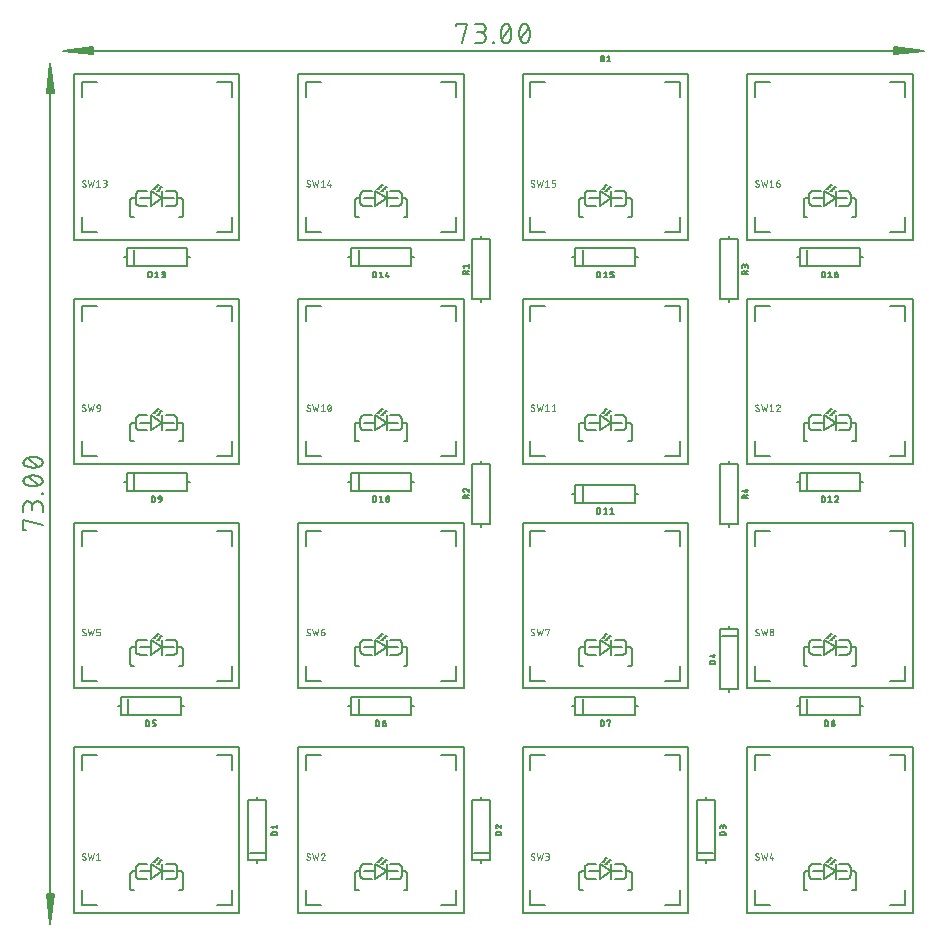
<source format=gbr>
G04 EAGLE Gerber X2 export*
%TF.Part,Single*%
%TF.FileFunction,Legend,Top,1*%
%TF.FilePolarity,Positive*%
%TF.GenerationSoftware,Autodesk,EAGLE,9.1.2*%
%TF.CreationDate,2018-09-23T15:55:01Z*%
G75*
%MOMM*%
%FSLAX34Y34*%
%LPD*%
%AMOC8*
5,1,8,0,0,1.08239X$1,22.5*%
G01*
%ADD10C,0.130000*%
%ADD11C,0.130000*%
%ADD12C,0.152400*%
%ADD13C,0.127000*%
%ADD14C,0.203200*%
%ADD15C,0.050800*%


D10*
X840000Y800000D03*
X110000Y800000D03*
D11*
X110650Y800000D02*
X839350Y800000D01*
X814000Y803192D01*
X814000Y796808D01*
X839350Y800000D01*
X814000Y801300D01*
X814000Y798700D02*
X839350Y800000D01*
X814000Y802600D01*
X814000Y797400D02*
X839350Y800000D01*
X136000Y803192D02*
X110650Y800000D01*
X136000Y803192D02*
X136000Y796808D01*
X110650Y800000D01*
X136000Y801300D01*
X136000Y798700D02*
X110650Y800000D01*
X136000Y802600D01*
X136000Y797400D02*
X110650Y800000D01*
D12*
X443852Y820957D02*
X443852Y822763D01*
X452883Y822763D01*
X448368Y806507D01*
X459483Y806507D02*
X463999Y806507D01*
X464132Y806509D01*
X464264Y806515D01*
X464396Y806525D01*
X464528Y806538D01*
X464660Y806556D01*
X464790Y806577D01*
X464921Y806602D01*
X465050Y806631D01*
X465178Y806664D01*
X465306Y806700D01*
X465432Y806740D01*
X465557Y806784D01*
X465681Y806832D01*
X465803Y806883D01*
X465924Y806938D01*
X466043Y806996D01*
X466161Y807058D01*
X466276Y807123D01*
X466390Y807192D01*
X466501Y807263D01*
X466610Y807339D01*
X466717Y807417D01*
X466822Y807498D01*
X466924Y807583D01*
X467024Y807670D01*
X467121Y807760D01*
X467216Y807853D01*
X467307Y807949D01*
X467396Y808047D01*
X467482Y808148D01*
X467565Y808252D01*
X467645Y808358D01*
X467721Y808466D01*
X467795Y808576D01*
X467865Y808689D01*
X467932Y808803D01*
X467995Y808920D01*
X468055Y809038D01*
X468112Y809158D01*
X468165Y809280D01*
X468214Y809403D01*
X468260Y809527D01*
X468302Y809653D01*
X468340Y809780D01*
X468375Y809908D01*
X468406Y810037D01*
X468433Y810166D01*
X468456Y810297D01*
X468476Y810428D01*
X468491Y810560D01*
X468503Y810692D01*
X468511Y810824D01*
X468515Y810957D01*
X468515Y811089D01*
X468511Y811222D01*
X468503Y811354D01*
X468491Y811486D01*
X468476Y811618D01*
X468456Y811749D01*
X468433Y811880D01*
X468406Y812009D01*
X468375Y812138D01*
X468340Y812266D01*
X468302Y812393D01*
X468260Y812519D01*
X468214Y812643D01*
X468165Y812766D01*
X468112Y812888D01*
X468055Y813008D01*
X467995Y813126D01*
X467932Y813243D01*
X467865Y813357D01*
X467795Y813470D01*
X467721Y813580D01*
X467645Y813688D01*
X467565Y813794D01*
X467482Y813898D01*
X467396Y813999D01*
X467307Y814097D01*
X467216Y814193D01*
X467121Y814286D01*
X467024Y814376D01*
X466924Y814463D01*
X466822Y814548D01*
X466717Y814629D01*
X466610Y814707D01*
X466501Y814783D01*
X466390Y814854D01*
X466276Y814923D01*
X466161Y814988D01*
X466043Y815050D01*
X465924Y815108D01*
X465803Y815163D01*
X465681Y815214D01*
X465557Y815262D01*
X465432Y815306D01*
X465306Y815346D01*
X465178Y815382D01*
X465050Y815415D01*
X464921Y815444D01*
X464790Y815469D01*
X464660Y815490D01*
X464528Y815508D01*
X464396Y815521D01*
X464264Y815531D01*
X464132Y815537D01*
X463999Y815539D01*
X464902Y822763D02*
X459483Y822763D01*
X464902Y822763D02*
X465021Y822761D01*
X465141Y822755D01*
X465260Y822745D01*
X465378Y822731D01*
X465497Y822714D01*
X465614Y822692D01*
X465731Y822667D01*
X465846Y822637D01*
X465961Y822604D01*
X466075Y822567D01*
X466187Y822527D01*
X466298Y822482D01*
X466407Y822434D01*
X466515Y822383D01*
X466621Y822328D01*
X466725Y822269D01*
X466827Y822207D01*
X466927Y822142D01*
X467025Y822073D01*
X467121Y822001D01*
X467214Y821926D01*
X467304Y821849D01*
X467392Y821768D01*
X467477Y821684D01*
X467559Y821597D01*
X467639Y821508D01*
X467715Y821416D01*
X467789Y821322D01*
X467859Y821225D01*
X467926Y821127D01*
X467990Y821026D01*
X468050Y820922D01*
X468107Y820817D01*
X468160Y820710D01*
X468210Y820602D01*
X468256Y820492D01*
X468298Y820380D01*
X468337Y820267D01*
X468372Y820153D01*
X468403Y820038D01*
X468431Y819921D01*
X468454Y819804D01*
X468474Y819687D01*
X468490Y819568D01*
X468502Y819449D01*
X468510Y819330D01*
X468514Y819211D01*
X468514Y819091D01*
X468510Y818972D01*
X468502Y818853D01*
X468490Y818734D01*
X468474Y818615D01*
X468454Y818498D01*
X468431Y818381D01*
X468403Y818264D01*
X468372Y818149D01*
X468337Y818035D01*
X468298Y817922D01*
X468256Y817810D01*
X468210Y817700D01*
X468160Y817592D01*
X468107Y817485D01*
X468050Y817380D01*
X467990Y817276D01*
X467926Y817175D01*
X467859Y817077D01*
X467789Y816980D01*
X467715Y816886D01*
X467639Y816794D01*
X467559Y816705D01*
X467477Y816618D01*
X467392Y816534D01*
X467304Y816453D01*
X467214Y816376D01*
X467121Y816301D01*
X467025Y816229D01*
X466927Y816160D01*
X466827Y816095D01*
X466725Y816033D01*
X466621Y815974D01*
X466515Y815919D01*
X466407Y815868D01*
X466298Y815820D01*
X466187Y815775D01*
X466075Y815735D01*
X465961Y815698D01*
X465846Y815665D01*
X465731Y815635D01*
X465614Y815610D01*
X465497Y815588D01*
X465378Y815571D01*
X465260Y815557D01*
X465141Y815547D01*
X465021Y815541D01*
X464902Y815539D01*
X464902Y815538D02*
X461289Y815538D01*
X474489Y807410D02*
X474489Y806507D01*
X474489Y807410D02*
X475392Y807410D01*
X475392Y806507D01*
X474489Y806507D01*
X481367Y814635D02*
X481371Y814955D01*
X481382Y815274D01*
X481401Y815594D01*
X481428Y815912D01*
X481462Y816230D01*
X481504Y816547D01*
X481554Y816863D01*
X481611Y817178D01*
X481675Y817491D01*
X481747Y817803D01*
X481826Y818113D01*
X481913Y818420D01*
X482007Y818726D01*
X482108Y819029D01*
X482217Y819330D01*
X482332Y819628D01*
X482455Y819924D01*
X482585Y820216D01*
X482722Y820505D01*
X482721Y820506D02*
X482760Y820614D01*
X482803Y820721D01*
X482849Y820826D01*
X482900Y820930D01*
X482953Y821032D01*
X483010Y821132D01*
X483071Y821230D01*
X483135Y821325D01*
X483202Y821419D01*
X483273Y821510D01*
X483346Y821599D01*
X483423Y821685D01*
X483502Y821768D01*
X483584Y821849D01*
X483669Y821927D01*
X483757Y822001D01*
X483847Y822073D01*
X483939Y822141D01*
X484034Y822207D01*
X484131Y822269D01*
X484230Y822327D01*
X484332Y822383D01*
X484434Y822434D01*
X484539Y822482D01*
X484645Y822527D01*
X484753Y822568D01*
X484862Y822605D01*
X484972Y822638D01*
X485084Y822667D01*
X485196Y822693D01*
X485309Y822715D01*
X485423Y822732D01*
X485537Y822746D01*
X485652Y822756D01*
X485767Y822762D01*
X485882Y822764D01*
X485882Y822763D02*
X485997Y822761D01*
X486112Y822755D01*
X486227Y822745D01*
X486341Y822731D01*
X486455Y822714D01*
X486568Y822692D01*
X486680Y822666D01*
X486792Y822637D01*
X486902Y822604D01*
X487011Y822567D01*
X487119Y822526D01*
X487225Y822481D01*
X487330Y822433D01*
X487432Y822382D01*
X487533Y822326D01*
X487633Y822268D01*
X487730Y822206D01*
X487824Y822141D01*
X487917Y822072D01*
X488007Y822000D01*
X488095Y821926D01*
X488180Y821848D01*
X488262Y821767D01*
X488341Y821684D01*
X488418Y821598D01*
X488491Y821509D01*
X488562Y821418D01*
X488629Y821324D01*
X488693Y821229D01*
X488754Y821131D01*
X488811Y821031D01*
X488864Y820929D01*
X488915Y820825D01*
X488961Y820720D01*
X489004Y820613D01*
X489043Y820505D01*
X489180Y820216D01*
X489310Y819924D01*
X489433Y819628D01*
X489548Y819330D01*
X489657Y819029D01*
X489758Y818726D01*
X489852Y818420D01*
X489939Y818113D01*
X490018Y817803D01*
X490090Y817491D01*
X490154Y817178D01*
X490211Y816863D01*
X490261Y816547D01*
X490303Y816230D01*
X490337Y815912D01*
X490364Y815594D01*
X490383Y815274D01*
X490394Y814955D01*
X490398Y814635D01*
X481367Y814635D02*
X481371Y814315D01*
X481382Y813996D01*
X481401Y813676D01*
X481428Y813358D01*
X481462Y813040D01*
X481504Y812723D01*
X481554Y812407D01*
X481611Y812092D01*
X481675Y811779D01*
X481747Y811467D01*
X481826Y811157D01*
X481913Y810850D01*
X482007Y810544D01*
X482108Y810241D01*
X482217Y809940D01*
X482332Y809642D01*
X482455Y809346D01*
X482585Y809054D01*
X482722Y808765D01*
X482721Y808765D02*
X482760Y808657D01*
X482803Y808550D01*
X482849Y808445D01*
X482900Y808341D01*
X482953Y808239D01*
X483010Y808139D01*
X483071Y808041D01*
X483135Y807946D01*
X483202Y807852D01*
X483273Y807761D01*
X483346Y807672D01*
X483423Y807586D01*
X483502Y807503D01*
X483584Y807422D01*
X483669Y807344D01*
X483757Y807270D01*
X483847Y807198D01*
X483940Y807129D01*
X484034Y807064D01*
X484131Y807002D01*
X484231Y806944D01*
X484332Y806888D01*
X484434Y806837D01*
X484539Y806789D01*
X484645Y806744D01*
X484753Y806703D01*
X484862Y806666D01*
X484972Y806633D01*
X485084Y806604D01*
X485196Y806578D01*
X485309Y806556D01*
X485423Y806539D01*
X485537Y806525D01*
X485652Y806515D01*
X485767Y806509D01*
X485882Y806507D01*
X489043Y808765D02*
X489180Y809054D01*
X489310Y809346D01*
X489433Y809642D01*
X489548Y809940D01*
X489657Y810241D01*
X489758Y810544D01*
X489852Y810850D01*
X489939Y811157D01*
X490018Y811467D01*
X490090Y811779D01*
X490154Y812092D01*
X490211Y812407D01*
X490261Y812723D01*
X490303Y813040D01*
X490337Y813358D01*
X490364Y813676D01*
X490383Y813996D01*
X490394Y814315D01*
X490398Y814635D01*
X489043Y808765D02*
X489004Y808657D01*
X488961Y808550D01*
X488915Y808445D01*
X488864Y808341D01*
X488811Y808239D01*
X488754Y808139D01*
X488693Y808041D01*
X488629Y807946D01*
X488562Y807852D01*
X488491Y807761D01*
X488418Y807672D01*
X488341Y807586D01*
X488262Y807503D01*
X488180Y807422D01*
X488095Y807344D01*
X488007Y807270D01*
X487917Y807198D01*
X487824Y807129D01*
X487730Y807064D01*
X487633Y807002D01*
X487533Y806944D01*
X487432Y806888D01*
X487329Y806837D01*
X487225Y806789D01*
X487119Y806744D01*
X487011Y806703D01*
X486902Y806666D01*
X486792Y806633D01*
X486680Y806604D01*
X486568Y806578D01*
X486455Y806556D01*
X486341Y806539D01*
X486227Y806525D01*
X486112Y806515D01*
X485997Y806509D01*
X485882Y806507D01*
X482270Y810119D02*
X489495Y819151D01*
X496998Y814635D02*
X497002Y814955D01*
X497013Y815274D01*
X497032Y815594D01*
X497059Y815912D01*
X497093Y816230D01*
X497135Y816547D01*
X497185Y816863D01*
X497242Y817178D01*
X497306Y817491D01*
X497378Y817803D01*
X497457Y818113D01*
X497544Y818420D01*
X497638Y818726D01*
X497739Y819029D01*
X497848Y819330D01*
X497963Y819628D01*
X498086Y819924D01*
X498216Y820216D01*
X498353Y820505D01*
X498353Y820506D02*
X498392Y820614D01*
X498435Y820721D01*
X498481Y820826D01*
X498532Y820930D01*
X498585Y821032D01*
X498642Y821132D01*
X498703Y821230D01*
X498767Y821325D01*
X498834Y821419D01*
X498905Y821510D01*
X498978Y821599D01*
X499055Y821685D01*
X499134Y821768D01*
X499216Y821849D01*
X499301Y821927D01*
X499389Y822001D01*
X499479Y822073D01*
X499571Y822141D01*
X499666Y822207D01*
X499763Y822269D01*
X499862Y822327D01*
X499964Y822383D01*
X500066Y822434D01*
X500171Y822482D01*
X500277Y822527D01*
X500385Y822568D01*
X500494Y822605D01*
X500604Y822638D01*
X500716Y822667D01*
X500828Y822693D01*
X500941Y822715D01*
X501055Y822732D01*
X501169Y822746D01*
X501284Y822756D01*
X501399Y822762D01*
X501514Y822764D01*
X501514Y822763D02*
X501629Y822761D01*
X501744Y822755D01*
X501859Y822745D01*
X501973Y822731D01*
X502087Y822714D01*
X502200Y822692D01*
X502312Y822666D01*
X502424Y822637D01*
X502534Y822604D01*
X502643Y822567D01*
X502751Y822526D01*
X502857Y822481D01*
X502962Y822433D01*
X503064Y822382D01*
X503165Y822326D01*
X503265Y822268D01*
X503362Y822206D01*
X503456Y822141D01*
X503549Y822072D01*
X503639Y822000D01*
X503727Y821926D01*
X503812Y821848D01*
X503894Y821767D01*
X503973Y821684D01*
X504050Y821598D01*
X504123Y821509D01*
X504194Y821418D01*
X504261Y821324D01*
X504325Y821229D01*
X504386Y821131D01*
X504443Y821031D01*
X504496Y820929D01*
X504547Y820825D01*
X504593Y820720D01*
X504636Y820613D01*
X504675Y820505D01*
X504674Y820505D02*
X504811Y820216D01*
X504941Y819924D01*
X505064Y819628D01*
X505179Y819330D01*
X505288Y819029D01*
X505389Y818726D01*
X505483Y818420D01*
X505570Y818113D01*
X505649Y817803D01*
X505721Y817491D01*
X505785Y817178D01*
X505842Y816863D01*
X505892Y816547D01*
X505934Y816230D01*
X505968Y815912D01*
X505995Y815594D01*
X506014Y815274D01*
X506025Y814955D01*
X506029Y814635D01*
X496998Y814635D02*
X497002Y814315D01*
X497013Y813996D01*
X497032Y813676D01*
X497059Y813358D01*
X497093Y813040D01*
X497135Y812723D01*
X497185Y812407D01*
X497242Y812092D01*
X497306Y811779D01*
X497378Y811467D01*
X497457Y811157D01*
X497544Y810850D01*
X497638Y810544D01*
X497739Y810241D01*
X497848Y809940D01*
X497963Y809642D01*
X498086Y809346D01*
X498216Y809054D01*
X498353Y808765D01*
X498392Y808657D01*
X498435Y808550D01*
X498481Y808445D01*
X498532Y808341D01*
X498585Y808239D01*
X498642Y808139D01*
X498703Y808041D01*
X498767Y807946D01*
X498834Y807852D01*
X498905Y807761D01*
X498978Y807672D01*
X499055Y807586D01*
X499134Y807503D01*
X499216Y807422D01*
X499301Y807344D01*
X499389Y807270D01*
X499479Y807198D01*
X499572Y807129D01*
X499666Y807064D01*
X499763Y807002D01*
X499863Y806944D01*
X499964Y806888D01*
X500066Y806837D01*
X500171Y806789D01*
X500277Y806744D01*
X500385Y806703D01*
X500494Y806666D01*
X500604Y806633D01*
X500716Y806604D01*
X500828Y806578D01*
X500941Y806556D01*
X501055Y806539D01*
X501169Y806525D01*
X501284Y806515D01*
X501399Y806509D01*
X501514Y806507D01*
X504674Y808765D02*
X504811Y809054D01*
X504941Y809346D01*
X505064Y809642D01*
X505179Y809940D01*
X505288Y810241D01*
X505389Y810544D01*
X505483Y810850D01*
X505570Y811157D01*
X505649Y811467D01*
X505721Y811779D01*
X505785Y812092D01*
X505842Y812407D01*
X505892Y812723D01*
X505934Y813040D01*
X505968Y813358D01*
X505995Y813676D01*
X506014Y813996D01*
X506025Y814315D01*
X506029Y814635D01*
X504675Y808765D02*
X504636Y808657D01*
X504593Y808550D01*
X504547Y808445D01*
X504496Y808341D01*
X504443Y808239D01*
X504386Y808139D01*
X504325Y808041D01*
X504261Y807946D01*
X504194Y807852D01*
X504123Y807761D01*
X504050Y807672D01*
X503973Y807586D01*
X503894Y807503D01*
X503812Y807422D01*
X503727Y807344D01*
X503639Y807270D01*
X503549Y807198D01*
X503456Y807129D01*
X503362Y807064D01*
X503265Y807002D01*
X503165Y806944D01*
X503064Y806888D01*
X502961Y806837D01*
X502857Y806789D01*
X502751Y806744D01*
X502643Y806703D01*
X502534Y806666D01*
X502424Y806633D01*
X502312Y806604D01*
X502200Y806578D01*
X502087Y806556D01*
X501973Y806539D01*
X501859Y806525D01*
X501744Y806515D01*
X501629Y806509D01*
X501514Y806507D01*
X497901Y810119D02*
X505126Y819151D01*
D10*
X100000Y790000D03*
X100000Y60000D03*
D11*
X100000Y60650D02*
X100000Y789350D01*
X96808Y764000D01*
X103192Y764000D01*
X100000Y789350D01*
X98700Y764000D01*
X101300Y764000D02*
X100000Y789350D01*
X97400Y764000D01*
X102600Y764000D02*
X100000Y789350D01*
X96808Y86000D02*
X100000Y60650D01*
X96808Y86000D02*
X103192Y86000D01*
X100000Y60650D01*
X98700Y86000D01*
X101300Y86000D02*
X100000Y60650D01*
X97400Y86000D01*
X102600Y86000D02*
X100000Y60650D01*
D12*
X79043Y393852D02*
X77237Y393852D01*
X77237Y402883D01*
X93493Y398368D01*
X93493Y409483D02*
X93493Y413999D01*
X93491Y414132D01*
X93485Y414264D01*
X93475Y414396D01*
X93462Y414528D01*
X93444Y414660D01*
X93423Y414790D01*
X93398Y414921D01*
X93369Y415050D01*
X93336Y415178D01*
X93300Y415306D01*
X93260Y415432D01*
X93216Y415557D01*
X93168Y415681D01*
X93117Y415803D01*
X93062Y415924D01*
X93004Y416043D01*
X92942Y416161D01*
X92877Y416276D01*
X92808Y416390D01*
X92737Y416501D01*
X92661Y416610D01*
X92583Y416717D01*
X92502Y416822D01*
X92417Y416924D01*
X92330Y417024D01*
X92240Y417121D01*
X92147Y417216D01*
X92051Y417307D01*
X91953Y417396D01*
X91852Y417482D01*
X91748Y417565D01*
X91642Y417645D01*
X91534Y417721D01*
X91424Y417795D01*
X91311Y417865D01*
X91197Y417932D01*
X91080Y417995D01*
X90962Y418055D01*
X90842Y418112D01*
X90720Y418165D01*
X90597Y418214D01*
X90473Y418260D01*
X90347Y418302D01*
X90220Y418340D01*
X90092Y418375D01*
X89963Y418406D01*
X89834Y418433D01*
X89703Y418456D01*
X89572Y418476D01*
X89440Y418491D01*
X89308Y418503D01*
X89176Y418511D01*
X89043Y418515D01*
X88911Y418515D01*
X88778Y418511D01*
X88646Y418503D01*
X88514Y418491D01*
X88382Y418476D01*
X88251Y418456D01*
X88120Y418433D01*
X87991Y418406D01*
X87862Y418375D01*
X87734Y418340D01*
X87607Y418302D01*
X87481Y418260D01*
X87357Y418214D01*
X87234Y418165D01*
X87112Y418112D01*
X86992Y418055D01*
X86874Y417995D01*
X86757Y417932D01*
X86643Y417865D01*
X86530Y417795D01*
X86420Y417721D01*
X86312Y417645D01*
X86206Y417565D01*
X86102Y417482D01*
X86001Y417396D01*
X85903Y417307D01*
X85807Y417216D01*
X85714Y417121D01*
X85624Y417024D01*
X85537Y416924D01*
X85452Y416822D01*
X85371Y416717D01*
X85293Y416610D01*
X85217Y416501D01*
X85146Y416390D01*
X85077Y416276D01*
X85012Y416161D01*
X84950Y416043D01*
X84892Y415924D01*
X84837Y415803D01*
X84786Y415681D01*
X84738Y415557D01*
X84694Y415432D01*
X84654Y415306D01*
X84618Y415178D01*
X84585Y415050D01*
X84556Y414921D01*
X84531Y414790D01*
X84510Y414660D01*
X84492Y414528D01*
X84479Y414396D01*
X84469Y414264D01*
X84463Y414132D01*
X84461Y413999D01*
X77237Y414902D02*
X77237Y409483D01*
X77237Y414902D02*
X77239Y415021D01*
X77245Y415141D01*
X77255Y415260D01*
X77269Y415378D01*
X77286Y415497D01*
X77308Y415614D01*
X77333Y415731D01*
X77363Y415846D01*
X77396Y415961D01*
X77433Y416075D01*
X77473Y416187D01*
X77518Y416298D01*
X77566Y416407D01*
X77617Y416515D01*
X77672Y416621D01*
X77731Y416725D01*
X77793Y416827D01*
X77858Y416927D01*
X77927Y417025D01*
X77999Y417121D01*
X78074Y417214D01*
X78151Y417304D01*
X78232Y417392D01*
X78316Y417477D01*
X78403Y417559D01*
X78492Y417639D01*
X78584Y417715D01*
X78678Y417789D01*
X78775Y417859D01*
X78873Y417926D01*
X78974Y417990D01*
X79078Y418050D01*
X79183Y418107D01*
X79290Y418160D01*
X79398Y418210D01*
X79508Y418256D01*
X79620Y418298D01*
X79733Y418337D01*
X79847Y418372D01*
X79962Y418403D01*
X80079Y418431D01*
X80196Y418454D01*
X80313Y418474D01*
X80432Y418490D01*
X80551Y418502D01*
X80670Y418510D01*
X80789Y418514D01*
X80909Y418514D01*
X81028Y418510D01*
X81147Y418502D01*
X81266Y418490D01*
X81385Y418474D01*
X81502Y418454D01*
X81619Y418431D01*
X81736Y418403D01*
X81851Y418372D01*
X81965Y418337D01*
X82078Y418298D01*
X82190Y418256D01*
X82300Y418210D01*
X82408Y418160D01*
X82515Y418107D01*
X82620Y418050D01*
X82724Y417990D01*
X82825Y417926D01*
X82923Y417859D01*
X83020Y417789D01*
X83114Y417715D01*
X83206Y417639D01*
X83295Y417559D01*
X83382Y417477D01*
X83466Y417392D01*
X83547Y417304D01*
X83624Y417214D01*
X83699Y417121D01*
X83771Y417025D01*
X83840Y416927D01*
X83905Y416827D01*
X83967Y416725D01*
X84026Y416621D01*
X84081Y416515D01*
X84132Y416407D01*
X84180Y416298D01*
X84225Y416187D01*
X84265Y416075D01*
X84302Y415961D01*
X84335Y415846D01*
X84365Y415731D01*
X84390Y415614D01*
X84412Y415497D01*
X84429Y415378D01*
X84443Y415260D01*
X84453Y415141D01*
X84459Y415021D01*
X84461Y414902D01*
X84462Y414902D02*
X84462Y411289D01*
X92590Y424489D02*
X93493Y424489D01*
X92590Y424489D02*
X92590Y425392D01*
X93493Y425392D01*
X93493Y424489D01*
X85365Y431367D02*
X85045Y431371D01*
X84726Y431382D01*
X84406Y431401D01*
X84088Y431428D01*
X83770Y431462D01*
X83453Y431504D01*
X83137Y431554D01*
X82822Y431611D01*
X82509Y431675D01*
X82197Y431747D01*
X81887Y431826D01*
X81580Y431913D01*
X81274Y432007D01*
X80971Y432108D01*
X80670Y432217D01*
X80372Y432332D01*
X80076Y432455D01*
X79784Y432585D01*
X79495Y432722D01*
X79494Y432722D02*
X79386Y432761D01*
X79279Y432804D01*
X79174Y432850D01*
X79071Y432900D01*
X78969Y432954D01*
X78869Y433011D01*
X78771Y433072D01*
X78675Y433136D01*
X78582Y433203D01*
X78491Y433273D01*
X78402Y433347D01*
X78316Y433423D01*
X78233Y433503D01*
X78152Y433585D01*
X78074Y433670D01*
X78000Y433757D01*
X77928Y433848D01*
X77859Y433940D01*
X77794Y434035D01*
X77732Y434132D01*
X77673Y434231D01*
X77618Y434332D01*
X77567Y434435D01*
X77519Y434540D01*
X77474Y434646D01*
X77433Y434753D01*
X77396Y434862D01*
X77363Y434973D01*
X77334Y435084D01*
X77308Y435196D01*
X77286Y435309D01*
X77269Y435423D01*
X77255Y435537D01*
X77245Y435652D01*
X77239Y435767D01*
X77237Y435882D01*
X77239Y435997D01*
X77245Y436112D01*
X77255Y436227D01*
X77269Y436341D01*
X77286Y436455D01*
X77308Y436568D01*
X77334Y436680D01*
X77363Y436792D01*
X77396Y436902D01*
X77433Y437011D01*
X77474Y437119D01*
X77519Y437225D01*
X77567Y437330D01*
X77618Y437432D01*
X77674Y437534D01*
X77732Y437633D01*
X77794Y437730D01*
X77860Y437825D01*
X77928Y437917D01*
X78000Y438007D01*
X78074Y438095D01*
X78152Y438180D01*
X78233Y438262D01*
X78316Y438341D01*
X78402Y438418D01*
X78491Y438491D01*
X78582Y438562D01*
X78676Y438629D01*
X78771Y438693D01*
X78869Y438754D01*
X78969Y438811D01*
X79071Y438864D01*
X79175Y438915D01*
X79280Y438961D01*
X79387Y439004D01*
X79495Y439043D01*
X79784Y439180D01*
X80076Y439310D01*
X80372Y439433D01*
X80670Y439548D01*
X80971Y439657D01*
X81274Y439758D01*
X81580Y439852D01*
X81887Y439939D01*
X82197Y440018D01*
X82509Y440090D01*
X82822Y440154D01*
X83137Y440211D01*
X83453Y440261D01*
X83770Y440303D01*
X84088Y440337D01*
X84406Y440364D01*
X84726Y440383D01*
X85045Y440394D01*
X85365Y440398D01*
X85365Y431367D02*
X85685Y431371D01*
X86004Y431382D01*
X86324Y431401D01*
X86642Y431428D01*
X86960Y431462D01*
X87277Y431504D01*
X87593Y431554D01*
X87908Y431611D01*
X88221Y431675D01*
X88533Y431747D01*
X88843Y431826D01*
X89150Y431913D01*
X89456Y432007D01*
X89759Y432108D01*
X90060Y432217D01*
X90358Y432332D01*
X90654Y432455D01*
X90946Y432585D01*
X91235Y432722D01*
X91236Y432721D02*
X91344Y432760D01*
X91451Y432803D01*
X91556Y432849D01*
X91660Y432900D01*
X91762Y432953D01*
X91862Y433010D01*
X91960Y433071D01*
X92055Y433135D01*
X92149Y433202D01*
X92240Y433273D01*
X92329Y433346D01*
X92415Y433423D01*
X92498Y433502D01*
X92579Y433584D01*
X92657Y433669D01*
X92731Y433757D01*
X92803Y433847D01*
X92872Y433940D01*
X92937Y434034D01*
X92999Y434131D01*
X93057Y434231D01*
X93113Y434332D01*
X93164Y434434D01*
X93212Y434539D01*
X93257Y434645D01*
X93298Y434753D01*
X93335Y434862D01*
X93368Y434972D01*
X93397Y435084D01*
X93423Y435196D01*
X93445Y435309D01*
X93462Y435423D01*
X93476Y435537D01*
X93486Y435652D01*
X93492Y435767D01*
X93494Y435882D01*
X91235Y439043D02*
X90946Y439180D01*
X90654Y439310D01*
X90358Y439433D01*
X90060Y439548D01*
X89759Y439657D01*
X89456Y439758D01*
X89150Y439852D01*
X88843Y439939D01*
X88533Y440018D01*
X88221Y440090D01*
X87908Y440154D01*
X87593Y440211D01*
X87277Y440261D01*
X86960Y440303D01*
X86642Y440337D01*
X86324Y440364D01*
X86004Y440383D01*
X85685Y440394D01*
X85365Y440398D01*
X91235Y439043D02*
X91343Y439004D01*
X91450Y438961D01*
X91555Y438915D01*
X91659Y438864D01*
X91761Y438811D01*
X91861Y438754D01*
X91959Y438693D01*
X92054Y438629D01*
X92148Y438562D01*
X92239Y438491D01*
X92328Y438418D01*
X92414Y438341D01*
X92497Y438262D01*
X92578Y438180D01*
X92656Y438095D01*
X92730Y438007D01*
X92802Y437917D01*
X92871Y437824D01*
X92936Y437730D01*
X92998Y437633D01*
X93056Y437533D01*
X93112Y437432D01*
X93163Y437329D01*
X93211Y437225D01*
X93256Y437119D01*
X93297Y437011D01*
X93334Y436902D01*
X93367Y436792D01*
X93396Y436680D01*
X93422Y436568D01*
X93444Y436455D01*
X93461Y436341D01*
X93475Y436227D01*
X93485Y436112D01*
X93491Y435997D01*
X93493Y435882D01*
X89881Y432270D02*
X80849Y439495D01*
X85365Y446998D02*
X85045Y447002D01*
X84726Y447013D01*
X84406Y447032D01*
X84088Y447059D01*
X83770Y447093D01*
X83453Y447135D01*
X83137Y447185D01*
X82822Y447242D01*
X82509Y447306D01*
X82197Y447378D01*
X81887Y447457D01*
X81580Y447544D01*
X81274Y447638D01*
X80971Y447739D01*
X80670Y447848D01*
X80372Y447963D01*
X80076Y448086D01*
X79784Y448216D01*
X79495Y448353D01*
X79494Y448354D02*
X79386Y448393D01*
X79279Y448436D01*
X79174Y448482D01*
X79071Y448532D01*
X78969Y448586D01*
X78869Y448643D01*
X78771Y448704D01*
X78675Y448768D01*
X78582Y448835D01*
X78491Y448905D01*
X78402Y448979D01*
X78316Y449055D01*
X78233Y449135D01*
X78152Y449217D01*
X78074Y449302D01*
X78000Y449389D01*
X77928Y449480D01*
X77859Y449572D01*
X77794Y449667D01*
X77732Y449764D01*
X77673Y449863D01*
X77618Y449964D01*
X77567Y450067D01*
X77519Y450172D01*
X77474Y450278D01*
X77433Y450385D01*
X77396Y450494D01*
X77363Y450605D01*
X77334Y450716D01*
X77308Y450828D01*
X77286Y450941D01*
X77269Y451055D01*
X77255Y451169D01*
X77245Y451284D01*
X77239Y451399D01*
X77237Y451514D01*
X77239Y451629D01*
X77245Y451744D01*
X77255Y451859D01*
X77269Y451973D01*
X77286Y452087D01*
X77308Y452200D01*
X77334Y452312D01*
X77363Y452424D01*
X77396Y452534D01*
X77433Y452643D01*
X77474Y452751D01*
X77519Y452857D01*
X77567Y452962D01*
X77618Y453064D01*
X77674Y453166D01*
X77732Y453265D01*
X77794Y453362D01*
X77860Y453457D01*
X77928Y453549D01*
X78000Y453639D01*
X78074Y453727D01*
X78152Y453812D01*
X78233Y453894D01*
X78316Y453973D01*
X78402Y454050D01*
X78491Y454123D01*
X78582Y454194D01*
X78676Y454261D01*
X78771Y454325D01*
X78869Y454386D01*
X78969Y454443D01*
X79071Y454496D01*
X79175Y454547D01*
X79280Y454593D01*
X79387Y454636D01*
X79495Y454675D01*
X79495Y454674D02*
X79784Y454811D01*
X80076Y454941D01*
X80372Y455064D01*
X80670Y455179D01*
X80971Y455288D01*
X81274Y455389D01*
X81580Y455483D01*
X81887Y455570D01*
X82197Y455649D01*
X82509Y455721D01*
X82822Y455785D01*
X83137Y455842D01*
X83453Y455892D01*
X83770Y455934D01*
X84088Y455968D01*
X84406Y455995D01*
X84726Y456014D01*
X85045Y456025D01*
X85365Y456029D01*
X85365Y446998D02*
X85685Y447002D01*
X86004Y447013D01*
X86324Y447032D01*
X86642Y447059D01*
X86960Y447093D01*
X87277Y447135D01*
X87593Y447185D01*
X87908Y447242D01*
X88221Y447306D01*
X88533Y447378D01*
X88843Y447457D01*
X89150Y447544D01*
X89456Y447638D01*
X89759Y447739D01*
X90060Y447848D01*
X90358Y447963D01*
X90654Y448086D01*
X90946Y448216D01*
X91235Y448353D01*
X91236Y448353D02*
X91344Y448392D01*
X91451Y448435D01*
X91556Y448481D01*
X91660Y448532D01*
X91762Y448585D01*
X91862Y448642D01*
X91960Y448703D01*
X92055Y448767D01*
X92149Y448834D01*
X92240Y448905D01*
X92329Y448978D01*
X92415Y449055D01*
X92498Y449134D01*
X92579Y449216D01*
X92657Y449301D01*
X92731Y449389D01*
X92803Y449479D01*
X92872Y449572D01*
X92937Y449666D01*
X92999Y449763D01*
X93057Y449863D01*
X93113Y449964D01*
X93164Y450066D01*
X93212Y450171D01*
X93257Y450277D01*
X93298Y450385D01*
X93335Y450494D01*
X93368Y450604D01*
X93397Y450716D01*
X93423Y450828D01*
X93445Y450941D01*
X93462Y451055D01*
X93476Y451169D01*
X93486Y451284D01*
X93492Y451399D01*
X93494Y451514D01*
X91235Y454674D02*
X90946Y454811D01*
X90654Y454941D01*
X90358Y455064D01*
X90060Y455179D01*
X89759Y455288D01*
X89456Y455389D01*
X89150Y455483D01*
X88843Y455570D01*
X88533Y455649D01*
X88221Y455721D01*
X87908Y455785D01*
X87593Y455842D01*
X87277Y455892D01*
X86960Y455934D01*
X86642Y455968D01*
X86324Y455995D01*
X86004Y456014D01*
X85685Y456025D01*
X85365Y456029D01*
X91235Y454675D02*
X91343Y454636D01*
X91450Y454593D01*
X91555Y454547D01*
X91659Y454496D01*
X91761Y454443D01*
X91861Y454386D01*
X91959Y454325D01*
X92054Y454261D01*
X92148Y454194D01*
X92239Y454123D01*
X92328Y454050D01*
X92414Y453973D01*
X92497Y453894D01*
X92578Y453812D01*
X92656Y453727D01*
X92730Y453639D01*
X92802Y453549D01*
X92871Y453456D01*
X92936Y453362D01*
X92998Y453265D01*
X93056Y453165D01*
X93112Y453064D01*
X93163Y452961D01*
X93211Y452857D01*
X93256Y452751D01*
X93297Y452643D01*
X93334Y452534D01*
X93367Y452424D01*
X93396Y452312D01*
X93422Y452200D01*
X93444Y452087D01*
X93461Y451973D01*
X93475Y451859D01*
X93485Y451744D01*
X93491Y451629D01*
X93493Y451514D01*
X89881Y447901D02*
X80849Y455126D01*
D13*
X566081Y793656D02*
X567422Y793656D01*
X567422Y793657D02*
X567493Y793655D01*
X567565Y793649D01*
X567635Y793640D01*
X567705Y793627D01*
X567775Y793610D01*
X567843Y793589D01*
X567910Y793565D01*
X567976Y793537D01*
X568040Y793506D01*
X568103Y793471D01*
X568163Y793433D01*
X568222Y793392D01*
X568278Y793348D01*
X568332Y793301D01*
X568383Y793252D01*
X568431Y793199D01*
X568477Y793144D01*
X568519Y793087D01*
X568559Y793027D01*
X568595Y792966D01*
X568628Y792902D01*
X568657Y792837D01*
X568683Y792771D01*
X568706Y792703D01*
X568725Y792634D01*
X568740Y792564D01*
X568751Y792494D01*
X568759Y792423D01*
X568763Y792352D01*
X568763Y792280D01*
X568759Y792209D01*
X568751Y792138D01*
X568740Y792068D01*
X568725Y791998D01*
X568706Y791929D01*
X568683Y791861D01*
X568657Y791795D01*
X568628Y791730D01*
X568595Y791666D01*
X568559Y791605D01*
X568519Y791545D01*
X568477Y791488D01*
X568431Y791433D01*
X568383Y791380D01*
X568332Y791331D01*
X568278Y791284D01*
X568222Y791240D01*
X568163Y791199D01*
X568103Y791161D01*
X568040Y791126D01*
X567976Y791095D01*
X567910Y791067D01*
X567843Y791043D01*
X567775Y791022D01*
X567705Y791005D01*
X567635Y790992D01*
X567565Y790983D01*
X567493Y790977D01*
X567422Y790975D01*
X566081Y790975D01*
X566081Y795801D01*
X567422Y795801D01*
X567487Y795799D01*
X567551Y795793D01*
X567615Y795783D01*
X567679Y795770D01*
X567741Y795752D01*
X567802Y795731D01*
X567862Y795707D01*
X567920Y795678D01*
X567977Y795646D01*
X568031Y795611D01*
X568083Y795573D01*
X568133Y795531D01*
X568180Y795487D01*
X568224Y795440D01*
X568266Y795390D01*
X568304Y795338D01*
X568339Y795284D01*
X568371Y795227D01*
X568400Y795169D01*
X568424Y795109D01*
X568445Y795048D01*
X568463Y794986D01*
X568476Y794922D01*
X568486Y794858D01*
X568492Y794794D01*
X568494Y794729D01*
X568492Y794664D01*
X568486Y794600D01*
X568476Y794536D01*
X568463Y794472D01*
X568445Y794410D01*
X568424Y794349D01*
X568400Y794289D01*
X568371Y794231D01*
X568339Y794174D01*
X568304Y794120D01*
X568266Y794068D01*
X568224Y794018D01*
X568180Y793971D01*
X568133Y793927D01*
X568083Y793885D01*
X568031Y793847D01*
X567977Y793812D01*
X567920Y793780D01*
X567862Y793751D01*
X567802Y793727D01*
X567741Y793706D01*
X567679Y793688D01*
X567615Y793675D01*
X567551Y793665D01*
X567487Y793659D01*
X567422Y793657D01*
X571238Y794729D02*
X572579Y795801D01*
X572579Y790975D01*
X573919Y790975D02*
X571238Y790975D01*
D14*
X282620Y165400D02*
X282620Y114600D01*
X275000Y114600D01*
X267380Y114600D01*
X267380Y165400D01*
X275000Y165400D01*
X282620Y165400D01*
X275000Y114600D02*
X275000Y112060D01*
X275000Y165400D02*
X275000Y167940D01*
X281350Y120950D02*
X268650Y120950D01*
D13*
X287065Y135825D02*
X291891Y135825D01*
X287065Y135825D02*
X287065Y137165D01*
X287067Y137235D01*
X287072Y137305D01*
X287082Y137375D01*
X287094Y137444D01*
X287111Y137512D01*
X287131Y137579D01*
X287154Y137646D01*
X287181Y137710D01*
X287211Y137774D01*
X287245Y137836D01*
X287281Y137895D01*
X287321Y137953D01*
X287364Y138009D01*
X287409Y138062D01*
X287458Y138113D01*
X287509Y138162D01*
X287562Y138207D01*
X287618Y138250D01*
X287676Y138290D01*
X287736Y138326D01*
X287797Y138360D01*
X287861Y138390D01*
X287925Y138417D01*
X287992Y138440D01*
X288059Y138460D01*
X288127Y138477D01*
X288196Y138489D01*
X288266Y138499D01*
X288336Y138504D01*
X288406Y138506D01*
X290550Y138506D01*
X290620Y138504D01*
X290690Y138499D01*
X290760Y138489D01*
X290829Y138477D01*
X290897Y138460D01*
X290964Y138440D01*
X291031Y138417D01*
X291095Y138390D01*
X291159Y138360D01*
X291221Y138326D01*
X291280Y138290D01*
X291338Y138250D01*
X291394Y138207D01*
X291447Y138162D01*
X291498Y138113D01*
X291547Y138062D01*
X291592Y138009D01*
X291635Y137953D01*
X291675Y137895D01*
X291711Y137835D01*
X291745Y137774D01*
X291775Y137710D01*
X291802Y137646D01*
X291825Y137579D01*
X291845Y137512D01*
X291862Y137444D01*
X291874Y137375D01*
X291884Y137305D01*
X291889Y137235D01*
X291891Y137165D01*
X291891Y135825D01*
X288137Y141494D02*
X287065Y142835D01*
X291891Y142835D01*
X291891Y144175D02*
X291891Y141494D01*
D14*
X354600Y427380D02*
X405400Y427380D01*
X354600Y427380D02*
X354600Y435000D01*
X354600Y442620D01*
X405400Y442620D01*
X405400Y435000D01*
X405400Y427380D01*
X354600Y435000D02*
X352060Y435000D01*
X405400Y435000D02*
X407940Y435000D01*
X360950Y428650D02*
X360950Y441350D01*
D13*
X373082Y422935D02*
X373082Y418109D01*
X373082Y422935D02*
X374422Y422935D01*
X374492Y422933D01*
X374562Y422928D01*
X374632Y422918D01*
X374701Y422906D01*
X374769Y422889D01*
X374836Y422869D01*
X374903Y422846D01*
X374967Y422819D01*
X375031Y422789D01*
X375093Y422755D01*
X375152Y422719D01*
X375210Y422679D01*
X375266Y422636D01*
X375319Y422591D01*
X375370Y422542D01*
X375419Y422491D01*
X375464Y422438D01*
X375507Y422382D01*
X375547Y422324D01*
X375583Y422265D01*
X375617Y422203D01*
X375647Y422139D01*
X375674Y422075D01*
X375697Y422008D01*
X375717Y421941D01*
X375734Y421873D01*
X375746Y421804D01*
X375756Y421734D01*
X375761Y421664D01*
X375763Y421594D01*
X375763Y419450D01*
X375761Y419380D01*
X375756Y419310D01*
X375746Y419240D01*
X375734Y419171D01*
X375717Y419103D01*
X375697Y419036D01*
X375674Y418969D01*
X375647Y418905D01*
X375617Y418841D01*
X375583Y418779D01*
X375547Y418720D01*
X375507Y418662D01*
X375464Y418606D01*
X375419Y418553D01*
X375370Y418502D01*
X375319Y418453D01*
X375266Y418408D01*
X375210Y418365D01*
X375152Y418325D01*
X375092Y418289D01*
X375031Y418255D01*
X374967Y418225D01*
X374903Y418198D01*
X374836Y418175D01*
X374769Y418155D01*
X374701Y418138D01*
X374632Y418126D01*
X374562Y418116D01*
X374492Y418111D01*
X374422Y418109D01*
X373082Y418109D01*
X378751Y421863D02*
X380091Y422935D01*
X380091Y418109D01*
X378751Y418109D02*
X381432Y418109D01*
X384237Y420522D02*
X384239Y420642D01*
X384244Y420762D01*
X384253Y420882D01*
X384266Y421002D01*
X384282Y421121D01*
X384302Y421240D01*
X384326Y421358D01*
X384353Y421475D01*
X384383Y421591D01*
X384417Y421706D01*
X384455Y421821D01*
X384496Y421934D01*
X384540Y422045D01*
X384588Y422156D01*
X384639Y422265D01*
X384640Y422265D02*
X384661Y422322D01*
X384687Y422378D01*
X384715Y422433D01*
X384747Y422485D01*
X384783Y422536D01*
X384821Y422584D01*
X384862Y422630D01*
X384906Y422673D01*
X384952Y422713D01*
X385001Y422750D01*
X385053Y422784D01*
X385106Y422815D01*
X385161Y422843D01*
X385217Y422867D01*
X385275Y422888D01*
X385334Y422905D01*
X385394Y422918D01*
X385455Y422927D01*
X385517Y422933D01*
X385578Y422935D01*
X385639Y422933D01*
X385701Y422927D01*
X385762Y422918D01*
X385822Y422905D01*
X385881Y422888D01*
X385939Y422867D01*
X385995Y422843D01*
X386050Y422815D01*
X386103Y422784D01*
X386155Y422750D01*
X386204Y422713D01*
X386250Y422673D01*
X386294Y422630D01*
X386335Y422584D01*
X386373Y422536D01*
X386409Y422485D01*
X386441Y422433D01*
X386469Y422378D01*
X386495Y422322D01*
X386516Y422265D01*
X386567Y422156D01*
X386615Y422045D01*
X386659Y421934D01*
X386700Y421821D01*
X386738Y421706D01*
X386772Y421591D01*
X386802Y421475D01*
X386829Y421358D01*
X386853Y421240D01*
X386873Y421121D01*
X386889Y421002D01*
X386902Y420882D01*
X386911Y420762D01*
X386916Y420642D01*
X386918Y420522D01*
X384237Y420522D02*
X384239Y420402D01*
X384244Y420282D01*
X384253Y420162D01*
X384266Y420042D01*
X384282Y419923D01*
X384302Y419804D01*
X384326Y419686D01*
X384353Y419569D01*
X384383Y419453D01*
X384417Y419338D01*
X384455Y419223D01*
X384496Y419110D01*
X384540Y418999D01*
X384588Y418888D01*
X384639Y418779D01*
X384640Y418779D02*
X384661Y418722D01*
X384687Y418666D01*
X384715Y418611D01*
X384747Y418559D01*
X384783Y418508D01*
X384821Y418460D01*
X384862Y418414D01*
X384906Y418371D01*
X384952Y418331D01*
X385001Y418294D01*
X385053Y418260D01*
X385106Y418229D01*
X385161Y418201D01*
X385217Y418177D01*
X385275Y418156D01*
X385334Y418139D01*
X385394Y418126D01*
X385455Y418117D01*
X385517Y418111D01*
X385578Y418109D01*
X386516Y418779D02*
X386567Y418888D01*
X386615Y418999D01*
X386659Y419110D01*
X386700Y419223D01*
X386738Y419338D01*
X386772Y419453D01*
X386802Y419569D01*
X386829Y419686D01*
X386853Y419804D01*
X386873Y419923D01*
X386889Y420042D01*
X386902Y420162D01*
X386911Y420282D01*
X386916Y420402D01*
X386918Y420522D01*
X386516Y418779D02*
X386495Y418722D01*
X386469Y418666D01*
X386441Y418611D01*
X386409Y418559D01*
X386373Y418508D01*
X386335Y418460D01*
X386294Y418414D01*
X386250Y418371D01*
X386203Y418331D01*
X386155Y418294D01*
X386103Y418260D01*
X386050Y418229D01*
X385995Y418201D01*
X385939Y418177D01*
X385881Y418156D01*
X385822Y418139D01*
X385762Y418126D01*
X385701Y418117D01*
X385639Y418111D01*
X385578Y418109D01*
X384505Y419181D02*
X386650Y421863D01*
D14*
X544600Y417380D02*
X595400Y417380D01*
X544600Y417380D02*
X544600Y425000D01*
X544600Y432620D01*
X595400Y432620D01*
X595400Y425000D01*
X595400Y417380D01*
X544600Y425000D02*
X542060Y425000D01*
X595400Y425000D02*
X597940Y425000D01*
X550950Y418650D02*
X550950Y431350D01*
D13*
X563082Y412935D02*
X563082Y408109D01*
X563082Y412935D02*
X564422Y412935D01*
X564492Y412933D01*
X564562Y412928D01*
X564632Y412918D01*
X564701Y412906D01*
X564769Y412889D01*
X564836Y412869D01*
X564903Y412846D01*
X564967Y412819D01*
X565031Y412789D01*
X565093Y412755D01*
X565152Y412719D01*
X565210Y412679D01*
X565266Y412636D01*
X565319Y412591D01*
X565370Y412542D01*
X565419Y412491D01*
X565464Y412438D01*
X565507Y412382D01*
X565547Y412324D01*
X565583Y412265D01*
X565617Y412203D01*
X565647Y412139D01*
X565674Y412075D01*
X565697Y412008D01*
X565717Y411941D01*
X565734Y411873D01*
X565746Y411804D01*
X565756Y411734D01*
X565761Y411664D01*
X565763Y411594D01*
X565763Y409450D01*
X565761Y409380D01*
X565756Y409310D01*
X565746Y409240D01*
X565734Y409171D01*
X565717Y409103D01*
X565697Y409036D01*
X565674Y408969D01*
X565647Y408905D01*
X565617Y408841D01*
X565583Y408779D01*
X565547Y408720D01*
X565507Y408662D01*
X565464Y408606D01*
X565419Y408553D01*
X565370Y408502D01*
X565319Y408453D01*
X565266Y408408D01*
X565210Y408365D01*
X565152Y408325D01*
X565092Y408289D01*
X565031Y408255D01*
X564967Y408225D01*
X564903Y408198D01*
X564836Y408175D01*
X564769Y408155D01*
X564701Y408138D01*
X564632Y408126D01*
X564562Y408116D01*
X564492Y408111D01*
X564422Y408109D01*
X563082Y408109D01*
X568751Y411863D02*
X570091Y412935D01*
X570091Y408109D01*
X568751Y408109D02*
X571432Y408109D01*
X574237Y411863D02*
X575578Y412935D01*
X575578Y408109D01*
X576918Y408109D02*
X574237Y408109D01*
D14*
X734600Y427380D02*
X785400Y427380D01*
X734600Y427380D02*
X734600Y435000D01*
X734600Y442620D01*
X785400Y442620D01*
X785400Y435000D01*
X785400Y427380D01*
X734600Y435000D02*
X732060Y435000D01*
X785400Y435000D02*
X787940Y435000D01*
X740950Y428650D02*
X740950Y441350D01*
D13*
X753082Y422935D02*
X753082Y418109D01*
X753082Y422935D02*
X754422Y422935D01*
X754492Y422933D01*
X754562Y422928D01*
X754632Y422918D01*
X754701Y422906D01*
X754769Y422889D01*
X754836Y422869D01*
X754903Y422846D01*
X754967Y422819D01*
X755031Y422789D01*
X755093Y422755D01*
X755152Y422719D01*
X755210Y422679D01*
X755266Y422636D01*
X755319Y422591D01*
X755370Y422542D01*
X755419Y422491D01*
X755464Y422438D01*
X755507Y422382D01*
X755547Y422324D01*
X755583Y422265D01*
X755617Y422203D01*
X755647Y422139D01*
X755674Y422075D01*
X755697Y422008D01*
X755717Y421941D01*
X755734Y421873D01*
X755746Y421804D01*
X755756Y421734D01*
X755761Y421664D01*
X755763Y421594D01*
X755763Y419450D01*
X755761Y419380D01*
X755756Y419310D01*
X755746Y419240D01*
X755734Y419171D01*
X755717Y419103D01*
X755697Y419036D01*
X755674Y418969D01*
X755647Y418905D01*
X755617Y418841D01*
X755583Y418779D01*
X755547Y418720D01*
X755507Y418662D01*
X755464Y418606D01*
X755419Y418553D01*
X755370Y418502D01*
X755319Y418453D01*
X755266Y418408D01*
X755210Y418365D01*
X755152Y418325D01*
X755092Y418289D01*
X755031Y418255D01*
X754967Y418225D01*
X754903Y418198D01*
X754836Y418175D01*
X754769Y418155D01*
X754701Y418138D01*
X754632Y418126D01*
X754562Y418116D01*
X754492Y418111D01*
X754422Y418109D01*
X753082Y418109D01*
X758751Y421863D02*
X760091Y422935D01*
X760091Y418109D01*
X758751Y418109D02*
X761432Y418109D01*
X765712Y422935D02*
X765780Y422933D01*
X765847Y422927D01*
X765914Y422918D01*
X765981Y422905D01*
X766046Y422888D01*
X766111Y422867D01*
X766174Y422843D01*
X766236Y422815D01*
X766296Y422784D01*
X766354Y422750D01*
X766410Y422712D01*
X766465Y422672D01*
X766516Y422628D01*
X766565Y422581D01*
X766612Y422532D01*
X766656Y422481D01*
X766696Y422426D01*
X766734Y422370D01*
X766768Y422312D01*
X766799Y422252D01*
X766827Y422190D01*
X766851Y422127D01*
X766872Y422062D01*
X766889Y421997D01*
X766902Y421930D01*
X766911Y421863D01*
X766917Y421796D01*
X766919Y421728D01*
X765712Y422935D02*
X765634Y422933D01*
X765556Y422927D01*
X765479Y422917D01*
X765402Y422904D01*
X765326Y422886D01*
X765251Y422865D01*
X765177Y422840D01*
X765105Y422811D01*
X765034Y422779D01*
X764965Y422743D01*
X764897Y422704D01*
X764832Y422661D01*
X764769Y422615D01*
X764708Y422566D01*
X764650Y422514D01*
X764595Y422459D01*
X764542Y422402D01*
X764493Y422342D01*
X764446Y422279D01*
X764403Y422215D01*
X764363Y422148D01*
X764326Y422079D01*
X764293Y422008D01*
X764263Y421936D01*
X764237Y421863D01*
X766516Y420790D02*
X766565Y420839D01*
X766612Y420891D01*
X766655Y420946D01*
X766696Y421003D01*
X766734Y421062D01*
X766768Y421123D01*
X766799Y421186D01*
X766827Y421250D01*
X766851Y421316D01*
X766871Y421382D01*
X766888Y421450D01*
X766901Y421519D01*
X766910Y421588D01*
X766916Y421658D01*
X766918Y421728D01*
X766516Y420790D02*
X764237Y418109D01*
X766918Y418109D01*
D14*
X215400Y617380D02*
X164600Y617380D01*
X164600Y625000D01*
X164600Y632620D01*
X215400Y632620D01*
X215400Y625000D01*
X215400Y617380D01*
X164600Y625000D02*
X162060Y625000D01*
X215400Y625000D02*
X217940Y625000D01*
X170950Y618650D02*
X170950Y631350D01*
D13*
X183082Y612935D02*
X183082Y608109D01*
X183082Y612935D02*
X184422Y612935D01*
X184492Y612933D01*
X184562Y612928D01*
X184632Y612918D01*
X184701Y612906D01*
X184769Y612889D01*
X184836Y612869D01*
X184903Y612846D01*
X184967Y612819D01*
X185031Y612789D01*
X185093Y612755D01*
X185152Y612719D01*
X185210Y612679D01*
X185266Y612636D01*
X185319Y612591D01*
X185370Y612542D01*
X185419Y612491D01*
X185464Y612438D01*
X185507Y612382D01*
X185547Y612324D01*
X185583Y612265D01*
X185617Y612203D01*
X185647Y612139D01*
X185674Y612075D01*
X185697Y612008D01*
X185717Y611941D01*
X185734Y611873D01*
X185746Y611804D01*
X185756Y611734D01*
X185761Y611664D01*
X185763Y611594D01*
X185763Y609450D01*
X185761Y609380D01*
X185756Y609310D01*
X185746Y609240D01*
X185734Y609171D01*
X185717Y609103D01*
X185697Y609036D01*
X185674Y608969D01*
X185647Y608905D01*
X185617Y608841D01*
X185583Y608779D01*
X185547Y608720D01*
X185507Y608662D01*
X185464Y608606D01*
X185419Y608553D01*
X185370Y608502D01*
X185319Y608453D01*
X185266Y608408D01*
X185210Y608365D01*
X185152Y608325D01*
X185092Y608289D01*
X185031Y608255D01*
X184967Y608225D01*
X184903Y608198D01*
X184836Y608175D01*
X184769Y608155D01*
X184701Y608138D01*
X184632Y608126D01*
X184562Y608116D01*
X184492Y608111D01*
X184422Y608109D01*
X183082Y608109D01*
X188751Y611863D02*
X190091Y612935D01*
X190091Y608109D01*
X188751Y608109D02*
X191432Y608109D01*
X194237Y608109D02*
X195578Y608109D01*
X195649Y608111D01*
X195721Y608117D01*
X195791Y608126D01*
X195861Y608139D01*
X195931Y608156D01*
X195999Y608177D01*
X196066Y608201D01*
X196132Y608229D01*
X196196Y608260D01*
X196259Y608295D01*
X196319Y608333D01*
X196378Y608374D01*
X196434Y608418D01*
X196488Y608465D01*
X196539Y608514D01*
X196587Y608567D01*
X196633Y608622D01*
X196675Y608679D01*
X196715Y608739D01*
X196751Y608800D01*
X196784Y608864D01*
X196813Y608929D01*
X196839Y608995D01*
X196862Y609063D01*
X196881Y609132D01*
X196896Y609202D01*
X196907Y609272D01*
X196915Y609343D01*
X196919Y609414D01*
X196919Y609486D01*
X196915Y609557D01*
X196907Y609628D01*
X196896Y609698D01*
X196881Y609768D01*
X196862Y609837D01*
X196839Y609905D01*
X196813Y609971D01*
X196784Y610036D01*
X196751Y610100D01*
X196715Y610161D01*
X196675Y610221D01*
X196633Y610278D01*
X196587Y610333D01*
X196539Y610386D01*
X196488Y610435D01*
X196434Y610482D01*
X196378Y610526D01*
X196319Y610567D01*
X196259Y610605D01*
X196196Y610640D01*
X196132Y610671D01*
X196066Y610699D01*
X195999Y610723D01*
X195931Y610744D01*
X195861Y610761D01*
X195791Y610774D01*
X195721Y610783D01*
X195649Y610789D01*
X195578Y610791D01*
X195846Y612935D02*
X194237Y612935D01*
X195846Y612935D02*
X195911Y612933D01*
X195975Y612927D01*
X196039Y612917D01*
X196103Y612904D01*
X196165Y612886D01*
X196226Y612865D01*
X196286Y612841D01*
X196344Y612812D01*
X196401Y612780D01*
X196455Y612745D01*
X196507Y612707D01*
X196557Y612665D01*
X196604Y612621D01*
X196648Y612574D01*
X196690Y612524D01*
X196728Y612472D01*
X196763Y612418D01*
X196795Y612361D01*
X196824Y612303D01*
X196848Y612243D01*
X196869Y612182D01*
X196887Y612120D01*
X196900Y612056D01*
X196910Y611992D01*
X196916Y611928D01*
X196918Y611863D01*
X196916Y611798D01*
X196910Y611734D01*
X196900Y611670D01*
X196887Y611606D01*
X196869Y611544D01*
X196848Y611483D01*
X196824Y611423D01*
X196795Y611365D01*
X196763Y611308D01*
X196728Y611254D01*
X196690Y611202D01*
X196648Y611152D01*
X196604Y611105D01*
X196557Y611061D01*
X196507Y611019D01*
X196455Y610981D01*
X196401Y610946D01*
X196344Y610914D01*
X196286Y610885D01*
X196226Y610861D01*
X196165Y610840D01*
X196103Y610822D01*
X196039Y610809D01*
X195975Y610799D01*
X195911Y610793D01*
X195846Y610791D01*
X195846Y610790D02*
X194773Y610790D01*
D14*
X354600Y617380D02*
X405400Y617380D01*
X354600Y617380D02*
X354600Y625000D01*
X354600Y632620D01*
X405400Y632620D01*
X405400Y625000D01*
X405400Y617380D01*
X354600Y625000D02*
X352060Y625000D01*
X405400Y625000D02*
X407940Y625000D01*
X360950Y618650D02*
X360950Y631350D01*
D13*
X373082Y612935D02*
X373082Y608109D01*
X373082Y612935D02*
X374422Y612935D01*
X374492Y612933D01*
X374562Y612928D01*
X374632Y612918D01*
X374701Y612906D01*
X374769Y612889D01*
X374836Y612869D01*
X374903Y612846D01*
X374967Y612819D01*
X375031Y612789D01*
X375093Y612755D01*
X375152Y612719D01*
X375210Y612679D01*
X375266Y612636D01*
X375319Y612591D01*
X375370Y612542D01*
X375419Y612491D01*
X375464Y612438D01*
X375507Y612382D01*
X375547Y612324D01*
X375583Y612265D01*
X375617Y612203D01*
X375647Y612139D01*
X375674Y612075D01*
X375697Y612008D01*
X375717Y611941D01*
X375734Y611873D01*
X375746Y611804D01*
X375756Y611734D01*
X375761Y611664D01*
X375763Y611594D01*
X375763Y609450D01*
X375761Y609380D01*
X375756Y609310D01*
X375746Y609240D01*
X375734Y609171D01*
X375717Y609103D01*
X375697Y609036D01*
X375674Y608969D01*
X375647Y608905D01*
X375617Y608841D01*
X375583Y608779D01*
X375547Y608720D01*
X375507Y608662D01*
X375464Y608606D01*
X375419Y608553D01*
X375370Y608502D01*
X375319Y608453D01*
X375266Y608408D01*
X375210Y608365D01*
X375152Y608325D01*
X375092Y608289D01*
X375031Y608255D01*
X374967Y608225D01*
X374903Y608198D01*
X374836Y608175D01*
X374769Y608155D01*
X374701Y608138D01*
X374632Y608126D01*
X374562Y608116D01*
X374492Y608111D01*
X374422Y608109D01*
X373082Y608109D01*
X378751Y611863D02*
X380091Y612935D01*
X380091Y608109D01*
X378751Y608109D02*
X381432Y608109D01*
X384237Y609181D02*
X385310Y612935D01*
X384237Y609181D02*
X386918Y609181D01*
X386114Y610254D02*
X386114Y608109D01*
D14*
X544600Y617380D02*
X595400Y617380D01*
X544600Y617380D02*
X544600Y625000D01*
X544600Y632620D01*
X595400Y632620D01*
X595400Y625000D01*
X595400Y617380D01*
X544600Y625000D02*
X542060Y625000D01*
X595400Y625000D02*
X597940Y625000D01*
X550950Y618650D02*
X550950Y631350D01*
D13*
X563082Y612935D02*
X563082Y608109D01*
X563082Y612935D02*
X564422Y612935D01*
X564492Y612933D01*
X564562Y612928D01*
X564632Y612918D01*
X564701Y612906D01*
X564769Y612889D01*
X564836Y612869D01*
X564903Y612846D01*
X564967Y612819D01*
X565031Y612789D01*
X565093Y612755D01*
X565152Y612719D01*
X565210Y612679D01*
X565266Y612636D01*
X565319Y612591D01*
X565370Y612542D01*
X565419Y612491D01*
X565464Y612438D01*
X565507Y612382D01*
X565547Y612324D01*
X565583Y612265D01*
X565617Y612203D01*
X565647Y612139D01*
X565674Y612075D01*
X565697Y612008D01*
X565717Y611941D01*
X565734Y611873D01*
X565746Y611804D01*
X565756Y611734D01*
X565761Y611664D01*
X565763Y611594D01*
X565763Y609450D01*
X565761Y609380D01*
X565756Y609310D01*
X565746Y609240D01*
X565734Y609171D01*
X565717Y609103D01*
X565697Y609036D01*
X565674Y608969D01*
X565647Y608905D01*
X565617Y608841D01*
X565583Y608779D01*
X565547Y608720D01*
X565507Y608662D01*
X565464Y608606D01*
X565419Y608553D01*
X565370Y608502D01*
X565319Y608453D01*
X565266Y608408D01*
X565210Y608365D01*
X565152Y608325D01*
X565092Y608289D01*
X565031Y608255D01*
X564967Y608225D01*
X564903Y608198D01*
X564836Y608175D01*
X564769Y608155D01*
X564701Y608138D01*
X564632Y608126D01*
X564562Y608116D01*
X564492Y608111D01*
X564422Y608109D01*
X563082Y608109D01*
X568751Y611863D02*
X570091Y612935D01*
X570091Y608109D01*
X568751Y608109D02*
X571432Y608109D01*
X574237Y608109D02*
X575846Y608109D01*
X575911Y608111D01*
X575975Y608117D01*
X576039Y608127D01*
X576103Y608140D01*
X576165Y608158D01*
X576226Y608179D01*
X576286Y608203D01*
X576344Y608232D01*
X576401Y608264D01*
X576455Y608299D01*
X576507Y608337D01*
X576557Y608379D01*
X576604Y608423D01*
X576648Y608470D01*
X576690Y608520D01*
X576728Y608572D01*
X576763Y608626D01*
X576795Y608683D01*
X576824Y608741D01*
X576848Y608801D01*
X576869Y608862D01*
X576887Y608924D01*
X576900Y608988D01*
X576910Y609052D01*
X576916Y609116D01*
X576918Y609181D01*
X576918Y609718D01*
X576916Y609783D01*
X576910Y609847D01*
X576900Y609911D01*
X576887Y609975D01*
X576869Y610037D01*
X576848Y610098D01*
X576824Y610158D01*
X576795Y610216D01*
X576763Y610273D01*
X576728Y610327D01*
X576690Y610379D01*
X576648Y610429D01*
X576604Y610476D01*
X576557Y610520D01*
X576507Y610562D01*
X576455Y610600D01*
X576401Y610635D01*
X576344Y610667D01*
X576286Y610696D01*
X576226Y610720D01*
X576165Y610741D01*
X576103Y610759D01*
X576039Y610772D01*
X575975Y610782D01*
X575911Y610788D01*
X575846Y610790D01*
X574237Y610790D01*
X574237Y612935D01*
X576918Y612935D01*
D14*
X734600Y617380D02*
X785400Y617380D01*
X734600Y617380D02*
X734600Y625000D01*
X734600Y632620D01*
X785400Y632620D01*
X785400Y625000D01*
X785400Y617380D01*
X734600Y625000D02*
X732060Y625000D01*
X785400Y625000D02*
X787940Y625000D01*
X740950Y618650D02*
X740950Y631350D01*
D13*
X753082Y612935D02*
X753082Y608109D01*
X753082Y612935D02*
X754422Y612935D01*
X754492Y612933D01*
X754562Y612928D01*
X754632Y612918D01*
X754701Y612906D01*
X754769Y612889D01*
X754836Y612869D01*
X754903Y612846D01*
X754967Y612819D01*
X755031Y612789D01*
X755093Y612755D01*
X755152Y612719D01*
X755210Y612679D01*
X755266Y612636D01*
X755319Y612591D01*
X755370Y612542D01*
X755419Y612491D01*
X755464Y612438D01*
X755507Y612382D01*
X755547Y612324D01*
X755583Y612265D01*
X755617Y612203D01*
X755647Y612139D01*
X755674Y612075D01*
X755697Y612008D01*
X755717Y611941D01*
X755734Y611873D01*
X755746Y611804D01*
X755756Y611734D01*
X755761Y611664D01*
X755763Y611594D01*
X755763Y609450D01*
X755761Y609380D01*
X755756Y609310D01*
X755746Y609240D01*
X755734Y609171D01*
X755717Y609103D01*
X755697Y609036D01*
X755674Y608969D01*
X755647Y608905D01*
X755617Y608841D01*
X755583Y608779D01*
X755547Y608720D01*
X755507Y608662D01*
X755464Y608606D01*
X755419Y608553D01*
X755370Y608502D01*
X755319Y608453D01*
X755266Y608408D01*
X755210Y608365D01*
X755152Y608325D01*
X755092Y608289D01*
X755031Y608255D01*
X754967Y608225D01*
X754903Y608198D01*
X754836Y608175D01*
X754769Y608155D01*
X754701Y608138D01*
X754632Y608126D01*
X754562Y608116D01*
X754492Y608111D01*
X754422Y608109D01*
X753082Y608109D01*
X758751Y611863D02*
X760091Y612935D01*
X760091Y608109D01*
X758751Y608109D02*
X761432Y608109D01*
X764237Y610790D02*
X765846Y610790D01*
X765911Y610788D01*
X765975Y610782D01*
X766039Y610772D01*
X766103Y610759D01*
X766165Y610741D01*
X766226Y610720D01*
X766286Y610696D01*
X766344Y610667D01*
X766401Y610635D01*
X766455Y610600D01*
X766507Y610562D01*
X766557Y610520D01*
X766604Y610476D01*
X766648Y610429D01*
X766690Y610379D01*
X766728Y610327D01*
X766763Y610273D01*
X766795Y610216D01*
X766824Y610158D01*
X766848Y610098D01*
X766869Y610037D01*
X766887Y609975D01*
X766900Y609911D01*
X766910Y609847D01*
X766916Y609783D01*
X766918Y609718D01*
X766918Y609450D01*
X766919Y609450D02*
X766917Y609379D01*
X766911Y609307D01*
X766902Y609237D01*
X766889Y609167D01*
X766872Y609097D01*
X766851Y609029D01*
X766827Y608962D01*
X766799Y608896D01*
X766768Y608832D01*
X766733Y608769D01*
X766695Y608709D01*
X766654Y608650D01*
X766610Y608594D01*
X766563Y608540D01*
X766514Y608489D01*
X766461Y608441D01*
X766406Y608395D01*
X766349Y608353D01*
X766289Y608313D01*
X766228Y608277D01*
X766164Y608244D01*
X766099Y608215D01*
X766033Y608189D01*
X765965Y608166D01*
X765896Y608147D01*
X765826Y608132D01*
X765756Y608121D01*
X765685Y608113D01*
X765614Y608109D01*
X765542Y608109D01*
X765471Y608113D01*
X765400Y608121D01*
X765330Y608132D01*
X765260Y608147D01*
X765191Y608166D01*
X765123Y608189D01*
X765057Y608215D01*
X764992Y608244D01*
X764928Y608277D01*
X764867Y608313D01*
X764807Y608353D01*
X764750Y608395D01*
X764695Y608441D01*
X764642Y608489D01*
X764593Y608540D01*
X764546Y608594D01*
X764502Y608650D01*
X764461Y608709D01*
X764423Y608769D01*
X764388Y608832D01*
X764357Y608896D01*
X764329Y608962D01*
X764305Y609029D01*
X764284Y609097D01*
X764267Y609167D01*
X764254Y609237D01*
X764245Y609307D01*
X764239Y609379D01*
X764237Y609450D01*
X764237Y610790D01*
X764239Y610881D01*
X764245Y610972D01*
X764254Y611062D01*
X764268Y611153D01*
X764285Y611242D01*
X764306Y611330D01*
X764331Y611418D01*
X764360Y611505D01*
X764392Y611590D01*
X764427Y611674D01*
X764467Y611756D01*
X764509Y611836D01*
X764555Y611915D01*
X764605Y611991D01*
X764657Y612065D01*
X764713Y612138D01*
X764772Y612207D01*
X764833Y612274D01*
X764898Y612339D01*
X764965Y612400D01*
X765034Y612459D01*
X765106Y612515D01*
X765181Y612567D01*
X765257Y612617D01*
X765336Y612663D01*
X765416Y612705D01*
X765498Y612745D01*
X765582Y612780D01*
X765667Y612812D01*
X765754Y612841D01*
X765841Y612866D01*
X765930Y612887D01*
X766019Y612904D01*
X766110Y612918D01*
X766200Y612927D01*
X766291Y612933D01*
X766382Y612935D01*
D14*
X472620Y165400D02*
X472620Y114600D01*
X465000Y114600D01*
X457380Y114600D01*
X457380Y165400D01*
X465000Y165400D01*
X472620Y165400D01*
X465000Y114600D02*
X465000Y112060D01*
X465000Y165400D02*
X465000Y167940D01*
X471350Y120950D02*
X458650Y120950D01*
D13*
X477065Y135825D02*
X481891Y135825D01*
X477065Y135825D02*
X477065Y137165D01*
X477067Y137235D01*
X477072Y137305D01*
X477082Y137375D01*
X477094Y137444D01*
X477111Y137512D01*
X477131Y137579D01*
X477154Y137646D01*
X477181Y137710D01*
X477211Y137774D01*
X477245Y137836D01*
X477281Y137895D01*
X477321Y137953D01*
X477364Y138009D01*
X477409Y138062D01*
X477458Y138113D01*
X477509Y138162D01*
X477562Y138207D01*
X477618Y138250D01*
X477676Y138290D01*
X477736Y138326D01*
X477797Y138360D01*
X477861Y138390D01*
X477925Y138417D01*
X477992Y138440D01*
X478059Y138460D01*
X478127Y138477D01*
X478196Y138489D01*
X478266Y138499D01*
X478336Y138504D01*
X478406Y138506D01*
X480550Y138506D01*
X480620Y138504D01*
X480690Y138499D01*
X480760Y138489D01*
X480829Y138477D01*
X480897Y138460D01*
X480964Y138440D01*
X481031Y138417D01*
X481095Y138390D01*
X481159Y138360D01*
X481221Y138326D01*
X481280Y138290D01*
X481338Y138250D01*
X481394Y138207D01*
X481447Y138162D01*
X481498Y138113D01*
X481547Y138062D01*
X481592Y138009D01*
X481635Y137953D01*
X481675Y137895D01*
X481711Y137835D01*
X481745Y137774D01*
X481775Y137710D01*
X481802Y137646D01*
X481825Y137579D01*
X481845Y137512D01*
X481862Y137444D01*
X481874Y137375D01*
X481884Y137305D01*
X481889Y137235D01*
X481891Y137165D01*
X481891Y135825D01*
X477065Y142969D02*
X477067Y143037D01*
X477073Y143104D01*
X477082Y143171D01*
X477095Y143238D01*
X477112Y143303D01*
X477133Y143368D01*
X477157Y143431D01*
X477185Y143493D01*
X477216Y143553D01*
X477250Y143611D01*
X477288Y143667D01*
X477328Y143722D01*
X477372Y143773D01*
X477419Y143822D01*
X477468Y143869D01*
X477519Y143913D01*
X477574Y143953D01*
X477630Y143991D01*
X477688Y144025D01*
X477748Y144056D01*
X477810Y144084D01*
X477873Y144108D01*
X477938Y144129D01*
X478003Y144146D01*
X478070Y144159D01*
X478137Y144168D01*
X478204Y144174D01*
X478272Y144176D01*
X477065Y142969D02*
X477067Y142891D01*
X477073Y142813D01*
X477083Y142736D01*
X477096Y142659D01*
X477114Y142583D01*
X477135Y142508D01*
X477160Y142434D01*
X477189Y142362D01*
X477221Y142291D01*
X477257Y142222D01*
X477296Y142154D01*
X477339Y142089D01*
X477385Y142026D01*
X477434Y141965D01*
X477486Y141907D01*
X477541Y141852D01*
X477598Y141799D01*
X477658Y141750D01*
X477721Y141703D01*
X477786Y141660D01*
X477852Y141620D01*
X477921Y141583D01*
X477992Y141550D01*
X478064Y141520D01*
X478138Y141494D01*
X479210Y143773D02*
X479161Y143822D01*
X479109Y143869D01*
X479054Y143912D01*
X478997Y143953D01*
X478938Y143991D01*
X478877Y144025D01*
X478814Y144056D01*
X478750Y144084D01*
X478684Y144108D01*
X478618Y144128D01*
X478550Y144145D01*
X478481Y144158D01*
X478412Y144167D01*
X478342Y144173D01*
X478272Y144175D01*
X479210Y143773D02*
X481891Y141494D01*
X481891Y144175D01*
D14*
X662620Y165400D02*
X662620Y114600D01*
X655000Y114600D01*
X647380Y114600D01*
X647380Y165400D01*
X655000Y165400D01*
X662620Y165400D01*
X655000Y114600D02*
X655000Y112060D01*
X655000Y165400D02*
X655000Y167940D01*
X661350Y120950D02*
X648650Y120950D01*
D13*
X667065Y135825D02*
X671891Y135825D01*
X667065Y135825D02*
X667065Y137165D01*
X667067Y137235D01*
X667072Y137305D01*
X667082Y137375D01*
X667094Y137444D01*
X667111Y137512D01*
X667131Y137579D01*
X667154Y137646D01*
X667181Y137710D01*
X667211Y137774D01*
X667245Y137836D01*
X667281Y137895D01*
X667321Y137953D01*
X667364Y138009D01*
X667409Y138062D01*
X667458Y138113D01*
X667509Y138162D01*
X667562Y138207D01*
X667618Y138250D01*
X667676Y138290D01*
X667736Y138326D01*
X667797Y138360D01*
X667861Y138390D01*
X667925Y138417D01*
X667992Y138440D01*
X668059Y138460D01*
X668127Y138477D01*
X668196Y138489D01*
X668266Y138499D01*
X668336Y138504D01*
X668406Y138506D01*
X670550Y138506D01*
X670620Y138504D01*
X670690Y138499D01*
X670760Y138489D01*
X670829Y138477D01*
X670897Y138460D01*
X670964Y138440D01*
X671031Y138417D01*
X671095Y138390D01*
X671159Y138360D01*
X671221Y138326D01*
X671280Y138290D01*
X671338Y138250D01*
X671394Y138207D01*
X671447Y138162D01*
X671498Y138113D01*
X671547Y138062D01*
X671592Y138009D01*
X671635Y137953D01*
X671675Y137895D01*
X671711Y137835D01*
X671745Y137774D01*
X671775Y137710D01*
X671802Y137646D01*
X671825Y137579D01*
X671845Y137512D01*
X671862Y137444D01*
X671874Y137375D01*
X671884Y137305D01*
X671889Y137235D01*
X671891Y137165D01*
X671891Y135825D01*
X671891Y141494D02*
X671891Y142835D01*
X671889Y142906D01*
X671883Y142978D01*
X671874Y143048D01*
X671861Y143118D01*
X671844Y143188D01*
X671823Y143256D01*
X671799Y143323D01*
X671771Y143389D01*
X671740Y143453D01*
X671705Y143516D01*
X671667Y143576D01*
X671626Y143635D01*
X671582Y143691D01*
X671535Y143745D01*
X671486Y143796D01*
X671433Y143844D01*
X671378Y143890D01*
X671321Y143932D01*
X671261Y143972D01*
X671200Y144008D01*
X671136Y144041D01*
X671071Y144070D01*
X671005Y144096D01*
X670937Y144119D01*
X670868Y144138D01*
X670798Y144153D01*
X670728Y144164D01*
X670657Y144172D01*
X670586Y144176D01*
X670514Y144176D01*
X670443Y144172D01*
X670372Y144164D01*
X670302Y144153D01*
X670232Y144138D01*
X670163Y144119D01*
X670095Y144096D01*
X670029Y144070D01*
X669964Y144041D01*
X669900Y144008D01*
X669839Y143972D01*
X669779Y143932D01*
X669722Y143890D01*
X669667Y143844D01*
X669614Y143796D01*
X669565Y143745D01*
X669518Y143691D01*
X669474Y143635D01*
X669433Y143576D01*
X669395Y143516D01*
X669360Y143453D01*
X669329Y143389D01*
X669301Y143323D01*
X669277Y143256D01*
X669256Y143188D01*
X669239Y143118D01*
X669226Y143048D01*
X669217Y142978D01*
X669211Y142906D01*
X669209Y142835D01*
X667065Y143103D02*
X667065Y141494D01*
X667065Y143103D02*
X667067Y143168D01*
X667073Y143232D01*
X667083Y143296D01*
X667096Y143360D01*
X667114Y143422D01*
X667135Y143483D01*
X667159Y143543D01*
X667188Y143601D01*
X667220Y143658D01*
X667255Y143712D01*
X667293Y143764D01*
X667335Y143814D01*
X667379Y143861D01*
X667426Y143905D01*
X667476Y143947D01*
X667528Y143985D01*
X667582Y144020D01*
X667639Y144052D01*
X667697Y144081D01*
X667757Y144105D01*
X667818Y144126D01*
X667880Y144144D01*
X667944Y144157D01*
X668008Y144167D01*
X668072Y144173D01*
X668137Y144175D01*
X668202Y144173D01*
X668266Y144167D01*
X668330Y144157D01*
X668394Y144144D01*
X668456Y144126D01*
X668517Y144105D01*
X668577Y144081D01*
X668635Y144052D01*
X668692Y144020D01*
X668746Y143985D01*
X668798Y143947D01*
X668848Y143905D01*
X668895Y143861D01*
X668939Y143814D01*
X668981Y143764D01*
X669019Y143712D01*
X669054Y143658D01*
X669086Y143601D01*
X669115Y143543D01*
X669139Y143483D01*
X669160Y143422D01*
X669178Y143360D01*
X669191Y143296D01*
X669201Y143232D01*
X669207Y143168D01*
X669209Y143103D01*
X669210Y143103D02*
X669210Y142030D01*
D14*
X667380Y259600D02*
X667380Y310400D01*
X675000Y310400D01*
X682620Y310400D01*
X682620Y259600D01*
X675000Y259600D01*
X667380Y259600D01*
X675000Y310400D02*
X675000Y312940D01*
X675000Y259600D02*
X675000Y257060D01*
X668650Y304050D02*
X681350Y304050D01*
D13*
X662935Y280825D02*
X658109Y280825D01*
X658109Y282165D01*
X658111Y282235D01*
X658116Y282305D01*
X658126Y282375D01*
X658138Y282444D01*
X658155Y282512D01*
X658175Y282579D01*
X658198Y282646D01*
X658225Y282710D01*
X658255Y282774D01*
X658289Y282836D01*
X658325Y282895D01*
X658365Y282953D01*
X658408Y283009D01*
X658453Y283062D01*
X658502Y283113D01*
X658553Y283162D01*
X658606Y283207D01*
X658662Y283250D01*
X658720Y283290D01*
X658780Y283326D01*
X658841Y283360D01*
X658905Y283390D01*
X658969Y283417D01*
X659036Y283440D01*
X659103Y283460D01*
X659171Y283477D01*
X659240Y283489D01*
X659310Y283499D01*
X659380Y283504D01*
X659450Y283506D01*
X661594Y283506D01*
X661664Y283504D01*
X661734Y283499D01*
X661804Y283489D01*
X661873Y283477D01*
X661941Y283460D01*
X662008Y283440D01*
X662075Y283417D01*
X662139Y283390D01*
X662203Y283360D01*
X662265Y283326D01*
X662324Y283290D01*
X662382Y283250D01*
X662438Y283207D01*
X662491Y283162D01*
X662542Y283113D01*
X662591Y283062D01*
X662636Y283009D01*
X662679Y282953D01*
X662719Y282895D01*
X662755Y282835D01*
X662789Y282774D01*
X662819Y282710D01*
X662846Y282646D01*
X662869Y282579D01*
X662889Y282512D01*
X662906Y282444D01*
X662918Y282375D01*
X662928Y282305D01*
X662933Y282235D01*
X662935Y282165D01*
X662935Y280825D01*
X661863Y286494D02*
X658109Y287567D01*
X661863Y286494D02*
X661863Y289175D01*
X660790Y288371D02*
X662935Y288371D01*
D14*
X210400Y237380D02*
X159600Y237380D01*
X159600Y245000D01*
X159600Y252620D01*
X210400Y252620D01*
X210400Y245000D01*
X210400Y237380D01*
X159600Y245000D02*
X157060Y245000D01*
X210400Y245000D02*
X212940Y245000D01*
X165950Y238650D02*
X165950Y251350D01*
D13*
X180825Y232935D02*
X180825Y228109D01*
X180825Y232935D02*
X182165Y232935D01*
X182235Y232933D01*
X182305Y232928D01*
X182375Y232918D01*
X182444Y232906D01*
X182512Y232889D01*
X182579Y232869D01*
X182646Y232846D01*
X182710Y232819D01*
X182774Y232789D01*
X182836Y232755D01*
X182895Y232719D01*
X182953Y232679D01*
X183009Y232636D01*
X183062Y232591D01*
X183113Y232542D01*
X183162Y232491D01*
X183207Y232438D01*
X183250Y232382D01*
X183290Y232324D01*
X183326Y232265D01*
X183360Y232203D01*
X183390Y232139D01*
X183417Y232075D01*
X183440Y232008D01*
X183460Y231941D01*
X183477Y231873D01*
X183489Y231804D01*
X183499Y231734D01*
X183504Y231664D01*
X183506Y231594D01*
X183506Y229450D01*
X183504Y229380D01*
X183499Y229310D01*
X183489Y229240D01*
X183477Y229171D01*
X183460Y229103D01*
X183440Y229036D01*
X183417Y228969D01*
X183390Y228905D01*
X183360Y228841D01*
X183326Y228779D01*
X183290Y228720D01*
X183250Y228662D01*
X183207Y228606D01*
X183162Y228553D01*
X183113Y228502D01*
X183062Y228453D01*
X183009Y228408D01*
X182953Y228365D01*
X182895Y228325D01*
X182835Y228289D01*
X182774Y228255D01*
X182710Y228225D01*
X182646Y228198D01*
X182579Y228175D01*
X182512Y228155D01*
X182444Y228138D01*
X182375Y228126D01*
X182305Y228116D01*
X182235Y228111D01*
X182165Y228109D01*
X180825Y228109D01*
X186494Y228109D02*
X188103Y228109D01*
X188168Y228111D01*
X188232Y228117D01*
X188296Y228127D01*
X188360Y228140D01*
X188422Y228158D01*
X188483Y228179D01*
X188543Y228203D01*
X188601Y228232D01*
X188658Y228264D01*
X188712Y228299D01*
X188764Y228337D01*
X188814Y228379D01*
X188861Y228423D01*
X188905Y228470D01*
X188947Y228520D01*
X188985Y228572D01*
X189020Y228626D01*
X189052Y228683D01*
X189081Y228741D01*
X189105Y228801D01*
X189126Y228862D01*
X189144Y228924D01*
X189157Y228988D01*
X189167Y229052D01*
X189173Y229116D01*
X189175Y229181D01*
X189175Y229718D01*
X189173Y229783D01*
X189167Y229847D01*
X189157Y229911D01*
X189144Y229975D01*
X189126Y230037D01*
X189105Y230098D01*
X189081Y230158D01*
X189052Y230216D01*
X189020Y230273D01*
X188985Y230327D01*
X188947Y230379D01*
X188905Y230429D01*
X188861Y230476D01*
X188814Y230520D01*
X188764Y230562D01*
X188712Y230600D01*
X188658Y230635D01*
X188601Y230667D01*
X188543Y230696D01*
X188483Y230720D01*
X188422Y230741D01*
X188360Y230759D01*
X188296Y230772D01*
X188232Y230782D01*
X188168Y230788D01*
X188103Y230790D01*
X186494Y230790D01*
X186494Y232935D01*
X189175Y232935D01*
D14*
X354600Y237380D02*
X405400Y237380D01*
X354600Y237380D02*
X354600Y245000D01*
X354600Y252620D01*
X405400Y252620D01*
X405400Y245000D01*
X405400Y237380D01*
X354600Y245000D02*
X352060Y245000D01*
X405400Y245000D02*
X407940Y245000D01*
X360950Y238650D02*
X360950Y251350D01*
D13*
X375825Y232935D02*
X375825Y228109D01*
X375825Y232935D02*
X377165Y232935D01*
X377235Y232933D01*
X377305Y232928D01*
X377375Y232918D01*
X377444Y232906D01*
X377512Y232889D01*
X377579Y232869D01*
X377646Y232846D01*
X377710Y232819D01*
X377774Y232789D01*
X377836Y232755D01*
X377895Y232719D01*
X377953Y232679D01*
X378009Y232636D01*
X378062Y232591D01*
X378113Y232542D01*
X378162Y232491D01*
X378207Y232438D01*
X378250Y232382D01*
X378290Y232324D01*
X378326Y232265D01*
X378360Y232203D01*
X378390Y232139D01*
X378417Y232075D01*
X378440Y232008D01*
X378460Y231941D01*
X378477Y231873D01*
X378489Y231804D01*
X378499Y231734D01*
X378504Y231664D01*
X378506Y231594D01*
X378506Y229450D01*
X378504Y229380D01*
X378499Y229310D01*
X378489Y229240D01*
X378477Y229171D01*
X378460Y229103D01*
X378440Y229036D01*
X378417Y228969D01*
X378390Y228905D01*
X378360Y228841D01*
X378326Y228779D01*
X378290Y228720D01*
X378250Y228662D01*
X378207Y228606D01*
X378162Y228553D01*
X378113Y228502D01*
X378062Y228453D01*
X378009Y228408D01*
X377953Y228365D01*
X377895Y228325D01*
X377835Y228289D01*
X377774Y228255D01*
X377710Y228225D01*
X377646Y228198D01*
X377579Y228175D01*
X377512Y228155D01*
X377444Y228138D01*
X377375Y228126D01*
X377305Y228116D01*
X377235Y228111D01*
X377165Y228109D01*
X375825Y228109D01*
X381494Y230790D02*
X383103Y230790D01*
X383168Y230788D01*
X383232Y230782D01*
X383296Y230772D01*
X383360Y230759D01*
X383422Y230741D01*
X383483Y230720D01*
X383543Y230696D01*
X383601Y230667D01*
X383658Y230635D01*
X383712Y230600D01*
X383764Y230562D01*
X383814Y230520D01*
X383861Y230476D01*
X383905Y230429D01*
X383947Y230379D01*
X383985Y230327D01*
X384020Y230273D01*
X384052Y230216D01*
X384081Y230158D01*
X384105Y230098D01*
X384126Y230037D01*
X384144Y229975D01*
X384157Y229911D01*
X384167Y229847D01*
X384173Y229783D01*
X384175Y229718D01*
X384175Y229450D01*
X384176Y229450D02*
X384174Y229379D01*
X384168Y229307D01*
X384159Y229237D01*
X384146Y229167D01*
X384129Y229097D01*
X384108Y229029D01*
X384084Y228962D01*
X384056Y228896D01*
X384025Y228832D01*
X383990Y228769D01*
X383952Y228709D01*
X383911Y228650D01*
X383867Y228594D01*
X383820Y228540D01*
X383771Y228489D01*
X383718Y228441D01*
X383663Y228395D01*
X383606Y228353D01*
X383546Y228313D01*
X383485Y228277D01*
X383421Y228244D01*
X383356Y228215D01*
X383290Y228189D01*
X383222Y228166D01*
X383153Y228147D01*
X383083Y228132D01*
X383013Y228121D01*
X382942Y228113D01*
X382871Y228109D01*
X382799Y228109D01*
X382728Y228113D01*
X382657Y228121D01*
X382587Y228132D01*
X382517Y228147D01*
X382448Y228166D01*
X382380Y228189D01*
X382314Y228215D01*
X382249Y228244D01*
X382185Y228277D01*
X382124Y228313D01*
X382064Y228353D01*
X382007Y228395D01*
X381952Y228441D01*
X381899Y228489D01*
X381850Y228540D01*
X381803Y228594D01*
X381759Y228650D01*
X381718Y228709D01*
X381680Y228769D01*
X381645Y228832D01*
X381614Y228896D01*
X381586Y228962D01*
X381562Y229029D01*
X381541Y229097D01*
X381524Y229167D01*
X381511Y229237D01*
X381502Y229307D01*
X381496Y229379D01*
X381494Y229450D01*
X381494Y230790D01*
X381496Y230881D01*
X381502Y230972D01*
X381511Y231062D01*
X381525Y231153D01*
X381542Y231242D01*
X381563Y231330D01*
X381588Y231418D01*
X381617Y231505D01*
X381649Y231590D01*
X381684Y231674D01*
X381724Y231756D01*
X381766Y231836D01*
X381812Y231915D01*
X381862Y231991D01*
X381914Y232065D01*
X381970Y232138D01*
X382029Y232207D01*
X382090Y232274D01*
X382155Y232339D01*
X382222Y232400D01*
X382291Y232459D01*
X382363Y232515D01*
X382438Y232567D01*
X382514Y232617D01*
X382593Y232663D01*
X382673Y232705D01*
X382755Y232745D01*
X382839Y232780D01*
X382924Y232812D01*
X383011Y232841D01*
X383098Y232866D01*
X383187Y232887D01*
X383276Y232904D01*
X383367Y232918D01*
X383457Y232927D01*
X383548Y232933D01*
X383639Y232935D01*
D14*
X544600Y237380D02*
X595400Y237380D01*
X544600Y237380D02*
X544600Y245000D01*
X544600Y252620D01*
X595400Y252620D01*
X595400Y245000D01*
X595400Y237380D01*
X544600Y245000D02*
X542060Y245000D01*
X595400Y245000D02*
X597940Y245000D01*
X550950Y238650D02*
X550950Y251350D01*
D13*
X565825Y232935D02*
X565825Y228109D01*
X565825Y232935D02*
X567165Y232935D01*
X567235Y232933D01*
X567305Y232928D01*
X567375Y232918D01*
X567444Y232906D01*
X567512Y232889D01*
X567579Y232869D01*
X567646Y232846D01*
X567710Y232819D01*
X567774Y232789D01*
X567836Y232755D01*
X567895Y232719D01*
X567953Y232679D01*
X568009Y232636D01*
X568062Y232591D01*
X568113Y232542D01*
X568162Y232491D01*
X568207Y232438D01*
X568250Y232382D01*
X568290Y232324D01*
X568326Y232265D01*
X568360Y232203D01*
X568390Y232139D01*
X568417Y232075D01*
X568440Y232008D01*
X568460Y231941D01*
X568477Y231873D01*
X568489Y231804D01*
X568499Y231734D01*
X568504Y231664D01*
X568506Y231594D01*
X568506Y229450D01*
X568504Y229380D01*
X568499Y229310D01*
X568489Y229240D01*
X568477Y229171D01*
X568460Y229103D01*
X568440Y229036D01*
X568417Y228969D01*
X568390Y228905D01*
X568360Y228841D01*
X568326Y228779D01*
X568290Y228720D01*
X568250Y228662D01*
X568207Y228606D01*
X568162Y228553D01*
X568113Y228502D01*
X568062Y228453D01*
X568009Y228408D01*
X567953Y228365D01*
X567895Y228325D01*
X567835Y228289D01*
X567774Y228255D01*
X567710Y228225D01*
X567646Y228198D01*
X567579Y228175D01*
X567512Y228155D01*
X567444Y228138D01*
X567375Y228126D01*
X567305Y228116D01*
X567235Y228111D01*
X567165Y228109D01*
X565825Y228109D01*
X571494Y232399D02*
X571494Y232935D01*
X574175Y232935D01*
X572835Y228109D01*
D14*
X734600Y237380D02*
X785400Y237380D01*
X734600Y237380D02*
X734600Y245000D01*
X734600Y252620D01*
X785400Y252620D01*
X785400Y245000D01*
X785400Y237380D01*
X734600Y245000D02*
X732060Y245000D01*
X785400Y245000D02*
X787940Y245000D01*
X740950Y238650D02*
X740950Y251350D01*
D13*
X755825Y232935D02*
X755825Y228109D01*
X755825Y232935D02*
X757165Y232935D01*
X757235Y232933D01*
X757305Y232928D01*
X757375Y232918D01*
X757444Y232906D01*
X757512Y232889D01*
X757579Y232869D01*
X757646Y232846D01*
X757710Y232819D01*
X757774Y232789D01*
X757836Y232755D01*
X757895Y232719D01*
X757953Y232679D01*
X758009Y232636D01*
X758062Y232591D01*
X758113Y232542D01*
X758162Y232491D01*
X758207Y232438D01*
X758250Y232382D01*
X758290Y232324D01*
X758326Y232265D01*
X758360Y232203D01*
X758390Y232139D01*
X758417Y232075D01*
X758440Y232008D01*
X758460Y231941D01*
X758477Y231873D01*
X758489Y231804D01*
X758499Y231734D01*
X758504Y231664D01*
X758506Y231594D01*
X758506Y229450D01*
X758504Y229380D01*
X758499Y229310D01*
X758489Y229240D01*
X758477Y229171D01*
X758460Y229103D01*
X758440Y229036D01*
X758417Y228969D01*
X758390Y228905D01*
X758360Y228841D01*
X758326Y228779D01*
X758290Y228720D01*
X758250Y228662D01*
X758207Y228606D01*
X758162Y228553D01*
X758113Y228502D01*
X758062Y228453D01*
X758009Y228408D01*
X757953Y228365D01*
X757895Y228325D01*
X757835Y228289D01*
X757774Y228255D01*
X757710Y228225D01*
X757646Y228198D01*
X757579Y228175D01*
X757512Y228155D01*
X757444Y228138D01*
X757375Y228126D01*
X757305Y228116D01*
X757235Y228111D01*
X757165Y228109D01*
X755825Y228109D01*
X761494Y229450D02*
X761496Y229521D01*
X761502Y229593D01*
X761511Y229663D01*
X761524Y229733D01*
X761541Y229803D01*
X761562Y229871D01*
X761586Y229938D01*
X761614Y230004D01*
X761645Y230068D01*
X761680Y230131D01*
X761718Y230191D01*
X761759Y230250D01*
X761803Y230306D01*
X761850Y230360D01*
X761899Y230411D01*
X761952Y230459D01*
X762007Y230505D01*
X762064Y230547D01*
X762124Y230587D01*
X762185Y230623D01*
X762249Y230656D01*
X762314Y230685D01*
X762380Y230711D01*
X762448Y230734D01*
X762517Y230753D01*
X762587Y230768D01*
X762657Y230779D01*
X762728Y230787D01*
X762799Y230791D01*
X762871Y230791D01*
X762942Y230787D01*
X763013Y230779D01*
X763083Y230768D01*
X763153Y230753D01*
X763222Y230734D01*
X763290Y230711D01*
X763356Y230685D01*
X763421Y230656D01*
X763485Y230623D01*
X763546Y230587D01*
X763606Y230547D01*
X763663Y230505D01*
X763718Y230459D01*
X763771Y230411D01*
X763820Y230360D01*
X763867Y230306D01*
X763911Y230250D01*
X763952Y230191D01*
X763990Y230131D01*
X764025Y230068D01*
X764056Y230004D01*
X764084Y229938D01*
X764108Y229871D01*
X764129Y229803D01*
X764146Y229733D01*
X764159Y229663D01*
X764168Y229593D01*
X764174Y229521D01*
X764176Y229450D01*
X764174Y229379D01*
X764168Y229307D01*
X764159Y229237D01*
X764146Y229167D01*
X764129Y229097D01*
X764108Y229029D01*
X764084Y228962D01*
X764056Y228896D01*
X764025Y228832D01*
X763990Y228769D01*
X763952Y228709D01*
X763911Y228650D01*
X763867Y228594D01*
X763820Y228540D01*
X763771Y228489D01*
X763718Y228441D01*
X763663Y228395D01*
X763606Y228353D01*
X763546Y228313D01*
X763485Y228277D01*
X763421Y228244D01*
X763356Y228215D01*
X763290Y228189D01*
X763222Y228166D01*
X763153Y228147D01*
X763083Y228132D01*
X763013Y228121D01*
X762942Y228113D01*
X762871Y228109D01*
X762799Y228109D01*
X762728Y228113D01*
X762657Y228121D01*
X762587Y228132D01*
X762517Y228147D01*
X762448Y228166D01*
X762380Y228189D01*
X762314Y228215D01*
X762249Y228244D01*
X762185Y228277D01*
X762124Y228313D01*
X762064Y228353D01*
X762007Y228395D01*
X761952Y228441D01*
X761899Y228489D01*
X761850Y228540D01*
X761803Y228594D01*
X761759Y228650D01*
X761718Y228709D01*
X761680Y228769D01*
X761645Y228832D01*
X761614Y228896D01*
X761586Y228962D01*
X761562Y229029D01*
X761541Y229097D01*
X761524Y229167D01*
X761511Y229237D01*
X761502Y229307D01*
X761496Y229379D01*
X761494Y229450D01*
X761763Y231863D02*
X761765Y231928D01*
X761771Y231992D01*
X761781Y232056D01*
X761794Y232120D01*
X761812Y232182D01*
X761833Y232243D01*
X761857Y232303D01*
X761886Y232361D01*
X761918Y232418D01*
X761953Y232472D01*
X761991Y232524D01*
X762033Y232574D01*
X762077Y232621D01*
X762124Y232665D01*
X762174Y232707D01*
X762226Y232745D01*
X762280Y232780D01*
X762337Y232812D01*
X762395Y232841D01*
X762455Y232865D01*
X762516Y232886D01*
X762578Y232904D01*
X762642Y232917D01*
X762706Y232927D01*
X762770Y232933D01*
X762835Y232935D01*
X762900Y232933D01*
X762964Y232927D01*
X763028Y232917D01*
X763092Y232904D01*
X763154Y232886D01*
X763215Y232865D01*
X763275Y232841D01*
X763333Y232812D01*
X763390Y232780D01*
X763444Y232745D01*
X763496Y232707D01*
X763546Y232665D01*
X763593Y232621D01*
X763637Y232574D01*
X763679Y232524D01*
X763717Y232472D01*
X763752Y232418D01*
X763784Y232361D01*
X763813Y232303D01*
X763837Y232243D01*
X763858Y232182D01*
X763876Y232120D01*
X763889Y232056D01*
X763899Y231992D01*
X763905Y231928D01*
X763907Y231863D01*
X763905Y231798D01*
X763899Y231734D01*
X763889Y231670D01*
X763876Y231606D01*
X763858Y231544D01*
X763837Y231483D01*
X763813Y231423D01*
X763784Y231365D01*
X763752Y231308D01*
X763717Y231254D01*
X763679Y231202D01*
X763637Y231152D01*
X763593Y231105D01*
X763546Y231061D01*
X763496Y231019D01*
X763444Y230981D01*
X763390Y230946D01*
X763333Y230914D01*
X763275Y230885D01*
X763215Y230861D01*
X763154Y230840D01*
X763092Y230822D01*
X763028Y230809D01*
X762964Y230799D01*
X762900Y230793D01*
X762835Y230791D01*
X762770Y230793D01*
X762706Y230799D01*
X762642Y230809D01*
X762578Y230822D01*
X762516Y230840D01*
X762455Y230861D01*
X762395Y230885D01*
X762337Y230914D01*
X762280Y230946D01*
X762226Y230981D01*
X762174Y231019D01*
X762124Y231061D01*
X762077Y231105D01*
X762033Y231152D01*
X761991Y231202D01*
X761953Y231254D01*
X761918Y231308D01*
X761886Y231365D01*
X761857Y231423D01*
X761833Y231483D01*
X761812Y231544D01*
X761794Y231606D01*
X761781Y231670D01*
X761771Y231734D01*
X761765Y231798D01*
X761763Y231863D01*
D14*
X215400Y427380D02*
X164600Y427380D01*
X164600Y435000D01*
X164600Y442620D01*
X215400Y442620D01*
X215400Y435000D01*
X215400Y427380D01*
X164600Y435000D02*
X162060Y435000D01*
X215400Y435000D02*
X217940Y435000D01*
X170950Y428650D02*
X170950Y441350D01*
D13*
X185825Y422935D02*
X185825Y418109D01*
X185825Y422935D02*
X187165Y422935D01*
X187235Y422933D01*
X187305Y422928D01*
X187375Y422918D01*
X187444Y422906D01*
X187512Y422889D01*
X187579Y422869D01*
X187646Y422846D01*
X187710Y422819D01*
X187774Y422789D01*
X187836Y422755D01*
X187895Y422719D01*
X187953Y422679D01*
X188009Y422636D01*
X188062Y422591D01*
X188113Y422542D01*
X188162Y422491D01*
X188207Y422438D01*
X188250Y422382D01*
X188290Y422324D01*
X188326Y422265D01*
X188360Y422203D01*
X188390Y422139D01*
X188417Y422075D01*
X188440Y422008D01*
X188460Y421941D01*
X188477Y421873D01*
X188489Y421804D01*
X188499Y421734D01*
X188504Y421664D01*
X188506Y421594D01*
X188506Y419450D01*
X188504Y419380D01*
X188499Y419310D01*
X188489Y419240D01*
X188477Y419171D01*
X188460Y419103D01*
X188440Y419036D01*
X188417Y418969D01*
X188390Y418905D01*
X188360Y418841D01*
X188326Y418779D01*
X188290Y418720D01*
X188250Y418662D01*
X188207Y418606D01*
X188162Y418553D01*
X188113Y418502D01*
X188062Y418453D01*
X188009Y418408D01*
X187953Y418365D01*
X187895Y418325D01*
X187835Y418289D01*
X187774Y418255D01*
X187710Y418225D01*
X187646Y418198D01*
X187579Y418175D01*
X187512Y418155D01*
X187444Y418138D01*
X187375Y418126D01*
X187305Y418116D01*
X187235Y418111D01*
X187165Y418109D01*
X185825Y418109D01*
X192567Y420254D02*
X194175Y420254D01*
X192567Y420254D02*
X192502Y420256D01*
X192438Y420262D01*
X192374Y420272D01*
X192310Y420285D01*
X192248Y420303D01*
X192187Y420324D01*
X192127Y420348D01*
X192069Y420377D01*
X192012Y420409D01*
X191958Y420444D01*
X191906Y420482D01*
X191856Y420524D01*
X191809Y420568D01*
X191765Y420615D01*
X191723Y420665D01*
X191685Y420717D01*
X191650Y420771D01*
X191618Y420828D01*
X191589Y420886D01*
X191565Y420946D01*
X191544Y421007D01*
X191526Y421069D01*
X191513Y421133D01*
X191503Y421197D01*
X191497Y421261D01*
X191495Y421326D01*
X191494Y421326D02*
X191494Y421594D01*
X191496Y421665D01*
X191502Y421737D01*
X191511Y421807D01*
X191524Y421877D01*
X191541Y421947D01*
X191562Y422015D01*
X191586Y422082D01*
X191614Y422148D01*
X191645Y422212D01*
X191680Y422275D01*
X191718Y422335D01*
X191759Y422394D01*
X191803Y422450D01*
X191850Y422504D01*
X191899Y422555D01*
X191952Y422603D01*
X192007Y422649D01*
X192064Y422691D01*
X192124Y422731D01*
X192185Y422767D01*
X192249Y422800D01*
X192314Y422829D01*
X192380Y422855D01*
X192448Y422878D01*
X192517Y422897D01*
X192587Y422912D01*
X192657Y422923D01*
X192728Y422931D01*
X192799Y422935D01*
X192871Y422935D01*
X192942Y422931D01*
X193013Y422923D01*
X193083Y422912D01*
X193153Y422897D01*
X193222Y422878D01*
X193290Y422855D01*
X193356Y422829D01*
X193421Y422800D01*
X193485Y422767D01*
X193546Y422731D01*
X193606Y422691D01*
X193663Y422649D01*
X193718Y422603D01*
X193771Y422555D01*
X193820Y422504D01*
X193867Y422450D01*
X193911Y422394D01*
X193952Y422335D01*
X193990Y422275D01*
X194025Y422212D01*
X194056Y422148D01*
X194084Y422082D01*
X194108Y422015D01*
X194129Y421947D01*
X194146Y421877D01*
X194159Y421807D01*
X194168Y421737D01*
X194174Y421665D01*
X194176Y421594D01*
X194175Y421594D02*
X194175Y420254D01*
X194173Y420163D01*
X194167Y420072D01*
X194158Y419982D01*
X194144Y419891D01*
X194127Y419802D01*
X194106Y419714D01*
X194081Y419626D01*
X194052Y419539D01*
X194020Y419454D01*
X193985Y419370D01*
X193945Y419288D01*
X193903Y419208D01*
X193857Y419129D01*
X193807Y419053D01*
X193755Y418979D01*
X193699Y418906D01*
X193640Y418837D01*
X193579Y418770D01*
X193514Y418705D01*
X193447Y418644D01*
X193378Y418585D01*
X193305Y418529D01*
X193231Y418477D01*
X193155Y418427D01*
X193076Y418381D01*
X192996Y418339D01*
X192914Y418299D01*
X192830Y418264D01*
X192745Y418232D01*
X192658Y418203D01*
X192570Y418178D01*
X192482Y418157D01*
X192393Y418140D01*
X192302Y418126D01*
X192212Y418117D01*
X192121Y418111D01*
X192030Y418109D01*
D14*
X457380Y589600D02*
X457380Y640400D01*
X465000Y640400D01*
X472620Y640400D01*
X472620Y589600D01*
X465000Y589600D01*
X457380Y589600D01*
X465000Y640400D02*
X465000Y642940D01*
X465000Y589600D02*
X465000Y587060D01*
D13*
X454205Y610948D02*
X449379Y610948D01*
X449379Y612289D01*
X449381Y612360D01*
X449387Y612432D01*
X449396Y612502D01*
X449409Y612572D01*
X449426Y612642D01*
X449447Y612710D01*
X449471Y612777D01*
X449499Y612843D01*
X449530Y612907D01*
X449565Y612970D01*
X449603Y613030D01*
X449644Y613089D01*
X449688Y613145D01*
X449735Y613199D01*
X449784Y613250D01*
X449837Y613298D01*
X449892Y613344D01*
X449949Y613386D01*
X450009Y613426D01*
X450070Y613462D01*
X450134Y613495D01*
X450199Y613524D01*
X450265Y613550D01*
X450333Y613573D01*
X450402Y613592D01*
X450472Y613607D01*
X450542Y613618D01*
X450613Y613626D01*
X450684Y613630D01*
X450756Y613630D01*
X450827Y613626D01*
X450898Y613618D01*
X450968Y613607D01*
X451038Y613592D01*
X451107Y613573D01*
X451175Y613550D01*
X451241Y613524D01*
X451306Y613495D01*
X451370Y613462D01*
X451431Y613426D01*
X451491Y613386D01*
X451548Y613344D01*
X451603Y613298D01*
X451656Y613250D01*
X451705Y613199D01*
X451752Y613145D01*
X451796Y613089D01*
X451837Y613030D01*
X451875Y612970D01*
X451910Y612907D01*
X451941Y612843D01*
X451969Y612777D01*
X451993Y612710D01*
X452014Y612642D01*
X452031Y612572D01*
X452044Y612502D01*
X452053Y612432D01*
X452059Y612360D01*
X452061Y612289D01*
X452060Y612289D02*
X452060Y610948D01*
X452060Y612557D02*
X454205Y613629D01*
X450451Y616371D02*
X449379Y617711D01*
X454205Y617711D01*
X454205Y616371D02*
X454205Y619052D01*
D14*
X457380Y450400D02*
X457380Y399600D01*
X457380Y450400D02*
X465000Y450400D01*
X472620Y450400D01*
X472620Y399600D01*
X465000Y399600D01*
X457380Y399600D01*
X465000Y450400D02*
X465000Y452940D01*
X465000Y399600D02*
X465000Y397060D01*
D13*
X454205Y420948D02*
X449379Y420948D01*
X449379Y422289D01*
X449381Y422360D01*
X449387Y422432D01*
X449396Y422502D01*
X449409Y422572D01*
X449426Y422642D01*
X449447Y422710D01*
X449471Y422777D01*
X449499Y422843D01*
X449530Y422907D01*
X449565Y422970D01*
X449603Y423030D01*
X449644Y423089D01*
X449688Y423145D01*
X449735Y423199D01*
X449784Y423250D01*
X449837Y423298D01*
X449892Y423344D01*
X449949Y423386D01*
X450009Y423426D01*
X450070Y423462D01*
X450134Y423495D01*
X450199Y423524D01*
X450265Y423550D01*
X450333Y423573D01*
X450402Y423592D01*
X450472Y423607D01*
X450542Y423618D01*
X450613Y423626D01*
X450684Y423630D01*
X450756Y423630D01*
X450827Y423626D01*
X450898Y423618D01*
X450968Y423607D01*
X451038Y423592D01*
X451107Y423573D01*
X451175Y423550D01*
X451241Y423524D01*
X451306Y423495D01*
X451370Y423462D01*
X451431Y423426D01*
X451491Y423386D01*
X451548Y423344D01*
X451603Y423298D01*
X451656Y423250D01*
X451705Y423199D01*
X451752Y423145D01*
X451796Y423089D01*
X451837Y423030D01*
X451875Y422970D01*
X451910Y422907D01*
X451941Y422843D01*
X451969Y422777D01*
X451993Y422710D01*
X452014Y422642D01*
X452031Y422572D01*
X452044Y422502D01*
X452053Y422432D01*
X452059Y422360D01*
X452061Y422289D01*
X452060Y422289D02*
X452060Y420948D01*
X452060Y422557D02*
X454205Y423629D01*
X449379Y427845D02*
X449381Y427913D01*
X449387Y427980D01*
X449396Y428047D01*
X449409Y428114D01*
X449426Y428179D01*
X449447Y428244D01*
X449471Y428307D01*
X449499Y428369D01*
X449530Y428429D01*
X449564Y428487D01*
X449602Y428543D01*
X449642Y428598D01*
X449686Y428649D01*
X449733Y428698D01*
X449782Y428745D01*
X449833Y428789D01*
X449888Y428829D01*
X449944Y428867D01*
X450002Y428901D01*
X450062Y428932D01*
X450124Y428960D01*
X450187Y428984D01*
X450252Y429005D01*
X450317Y429022D01*
X450384Y429035D01*
X450451Y429044D01*
X450518Y429050D01*
X450586Y429052D01*
X449379Y427845D02*
X449381Y427767D01*
X449387Y427689D01*
X449397Y427612D01*
X449410Y427535D01*
X449428Y427459D01*
X449449Y427384D01*
X449474Y427310D01*
X449503Y427238D01*
X449535Y427167D01*
X449571Y427098D01*
X449610Y427030D01*
X449653Y426965D01*
X449699Y426902D01*
X449748Y426841D01*
X449800Y426783D01*
X449855Y426728D01*
X449912Y426675D01*
X449972Y426626D01*
X450035Y426579D01*
X450100Y426536D01*
X450166Y426496D01*
X450235Y426459D01*
X450306Y426426D01*
X450378Y426396D01*
X450452Y426370D01*
X451524Y428650D02*
X451475Y428699D01*
X451423Y428746D01*
X451368Y428789D01*
X451311Y428830D01*
X451252Y428868D01*
X451191Y428902D01*
X451128Y428933D01*
X451064Y428961D01*
X450998Y428985D01*
X450932Y429005D01*
X450864Y429022D01*
X450795Y429035D01*
X450726Y429044D01*
X450656Y429050D01*
X450586Y429052D01*
X451524Y428650D02*
X454205Y426371D01*
X454205Y429052D01*
D14*
X682620Y589600D02*
X682620Y640400D01*
X682620Y589600D02*
X675000Y589600D01*
X667380Y589600D01*
X667380Y640400D01*
X675000Y640400D01*
X682620Y640400D01*
X675000Y589600D02*
X675000Y587060D01*
X675000Y640400D02*
X675000Y642940D01*
D13*
X685795Y610948D02*
X690621Y610948D01*
X685795Y610948D02*
X685795Y612289D01*
X685797Y612360D01*
X685803Y612432D01*
X685812Y612502D01*
X685825Y612572D01*
X685842Y612642D01*
X685863Y612710D01*
X685887Y612777D01*
X685915Y612843D01*
X685946Y612907D01*
X685981Y612970D01*
X686019Y613030D01*
X686060Y613089D01*
X686104Y613145D01*
X686151Y613199D01*
X686200Y613250D01*
X686253Y613298D01*
X686308Y613344D01*
X686365Y613386D01*
X686425Y613426D01*
X686486Y613462D01*
X686550Y613495D01*
X686615Y613524D01*
X686681Y613550D01*
X686749Y613573D01*
X686818Y613592D01*
X686888Y613607D01*
X686958Y613618D01*
X687029Y613626D01*
X687100Y613630D01*
X687172Y613630D01*
X687243Y613626D01*
X687314Y613618D01*
X687384Y613607D01*
X687454Y613592D01*
X687523Y613573D01*
X687591Y613550D01*
X687657Y613524D01*
X687722Y613495D01*
X687786Y613462D01*
X687847Y613426D01*
X687907Y613386D01*
X687964Y613344D01*
X688019Y613298D01*
X688072Y613250D01*
X688121Y613199D01*
X688168Y613145D01*
X688212Y613089D01*
X688253Y613030D01*
X688291Y612970D01*
X688326Y612907D01*
X688357Y612843D01*
X688385Y612777D01*
X688409Y612710D01*
X688430Y612642D01*
X688447Y612572D01*
X688460Y612502D01*
X688469Y612432D01*
X688475Y612360D01*
X688477Y612289D01*
X688476Y612289D02*
X688476Y610948D01*
X688476Y612557D02*
X690621Y613629D01*
X690621Y616371D02*
X690621Y617711D01*
X690619Y617782D01*
X690613Y617854D01*
X690604Y617924D01*
X690591Y617994D01*
X690574Y618064D01*
X690553Y618132D01*
X690529Y618199D01*
X690501Y618265D01*
X690470Y618329D01*
X690435Y618392D01*
X690397Y618452D01*
X690356Y618511D01*
X690312Y618567D01*
X690265Y618621D01*
X690216Y618672D01*
X690163Y618720D01*
X690108Y618766D01*
X690051Y618808D01*
X689991Y618848D01*
X689930Y618884D01*
X689866Y618917D01*
X689801Y618946D01*
X689735Y618972D01*
X689667Y618995D01*
X689598Y619014D01*
X689528Y619029D01*
X689458Y619040D01*
X689387Y619048D01*
X689316Y619052D01*
X689244Y619052D01*
X689173Y619048D01*
X689102Y619040D01*
X689032Y619029D01*
X688962Y619014D01*
X688893Y618995D01*
X688825Y618972D01*
X688759Y618946D01*
X688694Y618917D01*
X688630Y618884D01*
X688569Y618848D01*
X688509Y618808D01*
X688452Y618766D01*
X688397Y618720D01*
X688344Y618672D01*
X688295Y618621D01*
X688248Y618567D01*
X688204Y618511D01*
X688163Y618452D01*
X688125Y618392D01*
X688090Y618329D01*
X688059Y618265D01*
X688031Y618199D01*
X688007Y618132D01*
X687986Y618064D01*
X687969Y617994D01*
X687956Y617924D01*
X687947Y617854D01*
X687941Y617782D01*
X687939Y617711D01*
X685795Y617979D02*
X685795Y616371D01*
X685795Y617979D02*
X685797Y618044D01*
X685803Y618108D01*
X685813Y618172D01*
X685826Y618236D01*
X685844Y618298D01*
X685865Y618359D01*
X685889Y618419D01*
X685918Y618477D01*
X685950Y618534D01*
X685985Y618588D01*
X686023Y618640D01*
X686065Y618690D01*
X686109Y618737D01*
X686156Y618781D01*
X686206Y618823D01*
X686258Y618861D01*
X686312Y618896D01*
X686369Y618928D01*
X686427Y618957D01*
X686487Y618981D01*
X686548Y619002D01*
X686610Y619020D01*
X686674Y619033D01*
X686738Y619043D01*
X686802Y619049D01*
X686867Y619051D01*
X686932Y619049D01*
X686996Y619043D01*
X687060Y619033D01*
X687124Y619020D01*
X687186Y619002D01*
X687247Y618981D01*
X687307Y618957D01*
X687365Y618928D01*
X687422Y618896D01*
X687476Y618861D01*
X687528Y618823D01*
X687578Y618781D01*
X687625Y618737D01*
X687669Y618690D01*
X687711Y618640D01*
X687749Y618588D01*
X687784Y618534D01*
X687816Y618477D01*
X687845Y618419D01*
X687869Y618359D01*
X687890Y618298D01*
X687908Y618236D01*
X687921Y618172D01*
X687931Y618108D01*
X687937Y618044D01*
X687939Y617979D01*
X687940Y617979D02*
X687940Y616907D01*
D14*
X682620Y450400D02*
X682620Y399600D01*
X675000Y399600D01*
X667380Y399600D01*
X667380Y450400D01*
X675000Y450400D01*
X682620Y450400D01*
X675000Y399600D02*
X675000Y397060D01*
X675000Y450400D02*
X675000Y452940D01*
D13*
X685795Y420948D02*
X690621Y420948D01*
X685795Y420948D02*
X685795Y422289D01*
X685797Y422360D01*
X685803Y422432D01*
X685812Y422502D01*
X685825Y422572D01*
X685842Y422642D01*
X685863Y422710D01*
X685887Y422777D01*
X685915Y422843D01*
X685946Y422907D01*
X685981Y422970D01*
X686019Y423030D01*
X686060Y423089D01*
X686104Y423145D01*
X686151Y423199D01*
X686200Y423250D01*
X686253Y423298D01*
X686308Y423344D01*
X686365Y423386D01*
X686425Y423426D01*
X686486Y423462D01*
X686550Y423495D01*
X686615Y423524D01*
X686681Y423550D01*
X686749Y423573D01*
X686818Y423592D01*
X686888Y423607D01*
X686958Y423618D01*
X687029Y423626D01*
X687100Y423630D01*
X687172Y423630D01*
X687243Y423626D01*
X687314Y423618D01*
X687384Y423607D01*
X687454Y423592D01*
X687523Y423573D01*
X687591Y423550D01*
X687657Y423524D01*
X687722Y423495D01*
X687786Y423462D01*
X687847Y423426D01*
X687907Y423386D01*
X687964Y423344D01*
X688019Y423298D01*
X688072Y423250D01*
X688121Y423199D01*
X688168Y423145D01*
X688212Y423089D01*
X688253Y423030D01*
X688291Y422970D01*
X688326Y422907D01*
X688357Y422843D01*
X688385Y422777D01*
X688409Y422710D01*
X688430Y422642D01*
X688447Y422572D01*
X688460Y422502D01*
X688469Y422432D01*
X688475Y422360D01*
X688477Y422289D01*
X688476Y422289D02*
X688476Y420948D01*
X688476Y422557D02*
X690621Y423629D01*
X689549Y426371D02*
X685795Y427443D01*
X689549Y426371D02*
X689549Y429052D01*
X688476Y428248D02*
X690621Y428248D01*
D12*
X260000Y70000D02*
X120000Y70000D01*
X260000Y70000D02*
X260000Y210000D01*
X120000Y210000D01*
X120000Y70000D01*
X126500Y190800D02*
X126500Y203500D01*
X139200Y203500D01*
X240800Y203500D02*
X253500Y203500D01*
X253500Y190800D01*
X126500Y89200D02*
X126500Y76500D01*
X139200Y76500D01*
X240800Y76500D02*
X253500Y76500D01*
X253500Y89200D01*
D15*
X129859Y116096D02*
X129857Y116026D01*
X129851Y115957D01*
X129841Y115888D01*
X129828Y115820D01*
X129810Y115752D01*
X129789Y115686D01*
X129764Y115621D01*
X129736Y115557D01*
X129704Y115495D01*
X129669Y115435D01*
X129630Y115377D01*
X129588Y115322D01*
X129543Y115268D01*
X129495Y115218D01*
X129445Y115170D01*
X129391Y115125D01*
X129336Y115083D01*
X129278Y115044D01*
X129218Y115009D01*
X129156Y114977D01*
X129092Y114949D01*
X129027Y114924D01*
X128961Y114903D01*
X128893Y114885D01*
X128825Y114872D01*
X128756Y114862D01*
X128687Y114856D01*
X128617Y114854D01*
X128518Y114856D01*
X128420Y114861D01*
X128322Y114871D01*
X128224Y114884D01*
X128127Y114900D01*
X128030Y114920D01*
X127935Y114944D01*
X127840Y114972D01*
X127746Y115003D01*
X127654Y115037D01*
X127563Y115075D01*
X127473Y115116D01*
X127385Y115161D01*
X127299Y115209D01*
X127215Y115260D01*
X127133Y115314D01*
X127052Y115372D01*
X126974Y115432D01*
X126899Y115495D01*
X126825Y115561D01*
X126755Y115630D01*
X126909Y119200D02*
X126911Y119270D01*
X126917Y119339D01*
X126927Y119408D01*
X126940Y119476D01*
X126958Y119544D01*
X126979Y119610D01*
X127004Y119675D01*
X127032Y119739D01*
X127064Y119801D01*
X127099Y119861D01*
X127138Y119919D01*
X127180Y119974D01*
X127225Y120028D01*
X127273Y120078D01*
X127323Y120126D01*
X127377Y120171D01*
X127432Y120213D01*
X127490Y120252D01*
X127550Y120287D01*
X127612Y120319D01*
X127676Y120347D01*
X127741Y120372D01*
X127807Y120393D01*
X127875Y120411D01*
X127943Y120424D01*
X128012Y120434D01*
X128081Y120440D01*
X128151Y120442D01*
X128245Y120440D01*
X128338Y120434D01*
X128431Y120425D01*
X128524Y120412D01*
X128616Y120395D01*
X128707Y120375D01*
X128798Y120350D01*
X128887Y120323D01*
X128975Y120291D01*
X129062Y120256D01*
X129148Y120218D01*
X129231Y120176D01*
X129313Y120131D01*
X129394Y120083D01*
X129472Y120031D01*
X129548Y119976D01*
X127530Y118114D02*
X127471Y118150D01*
X127415Y118190D01*
X127361Y118233D01*
X127309Y118278D01*
X127260Y118327D01*
X127214Y118378D01*
X127171Y118431D01*
X127130Y118487D01*
X127093Y118545D01*
X127058Y118605D01*
X127028Y118666D01*
X127000Y118729D01*
X126976Y118794D01*
X126956Y118860D01*
X126939Y118927D01*
X126926Y118994D01*
X126917Y119062D01*
X126911Y119131D01*
X126909Y119200D01*
X129237Y117182D02*
X129296Y117146D01*
X129352Y117106D01*
X129406Y117063D01*
X129458Y117018D01*
X129507Y116969D01*
X129553Y116918D01*
X129596Y116865D01*
X129637Y116809D01*
X129674Y116751D01*
X129709Y116691D01*
X129739Y116630D01*
X129767Y116567D01*
X129791Y116502D01*
X129811Y116436D01*
X129828Y116369D01*
X129841Y116302D01*
X129850Y116234D01*
X129856Y116165D01*
X129858Y116096D01*
X129238Y117182D02*
X127530Y118114D01*
X131858Y120442D02*
X133099Y114854D01*
X134341Y118579D01*
X135583Y114854D01*
X136825Y120442D01*
X139007Y119200D02*
X140559Y120442D01*
X140559Y114854D01*
X139007Y114854D02*
X142111Y114854D01*
D12*
X185238Y111425D02*
X185238Y105075D01*
X185238Y98725D01*
X194763Y105075D01*
X185238Y111425D01*
X194763Y111425D02*
X194763Y105075D01*
X194763Y98725D01*
X185238Y105075D02*
X175713Y105075D01*
X194763Y105075D02*
X204288Y105075D01*
X188413Y113013D02*
X186825Y113013D01*
X188413Y113013D02*
X188413Y114600D01*
X190000Y114600D01*
X190000Y116188D01*
X191588Y116188D01*
X191588Y111425D02*
X190000Y111425D01*
X191588Y111425D02*
X191588Y113013D01*
X193175Y113013D01*
X193175Y114600D01*
X194763Y114600D01*
X172538Y108250D02*
X172538Y105075D01*
X172538Y101900D01*
X172540Y101789D01*
X172546Y101679D01*
X172555Y101568D01*
X172569Y101458D01*
X172586Y101349D01*
X172607Y101240D01*
X172632Y101132D01*
X172661Y101025D01*
X172693Y100919D01*
X172729Y100814D01*
X172769Y100711D01*
X172812Y100609D01*
X172859Y100508D01*
X172910Y100409D01*
X172963Y100313D01*
X173020Y100218D01*
X173081Y100125D01*
X173144Y100034D01*
X173211Y99945D01*
X173281Y99859D01*
X173354Y99776D01*
X173429Y99694D01*
X173507Y99616D01*
X173589Y99541D01*
X173672Y99468D01*
X173758Y99398D01*
X173847Y99331D01*
X173938Y99268D01*
X174031Y99207D01*
X174126Y99150D01*
X174222Y99097D01*
X174321Y99046D01*
X174422Y98999D01*
X174524Y98956D01*
X174627Y98916D01*
X174732Y98880D01*
X174838Y98848D01*
X174945Y98819D01*
X175053Y98794D01*
X175162Y98773D01*
X175271Y98756D01*
X175381Y98742D01*
X175492Y98733D01*
X175602Y98727D01*
X175713Y98725D01*
X182063Y98725D01*
X207463Y105075D02*
X207463Y108250D01*
X207463Y105075D02*
X207463Y101900D01*
X207461Y101789D01*
X207455Y101679D01*
X207446Y101568D01*
X207432Y101458D01*
X207415Y101349D01*
X207394Y101240D01*
X207369Y101132D01*
X207340Y101025D01*
X207308Y100919D01*
X207272Y100814D01*
X207232Y100711D01*
X207189Y100609D01*
X207142Y100508D01*
X207091Y100409D01*
X207038Y100312D01*
X206981Y100218D01*
X206920Y100125D01*
X206857Y100034D01*
X206790Y99945D01*
X206720Y99859D01*
X206647Y99776D01*
X206572Y99694D01*
X206494Y99616D01*
X206412Y99541D01*
X206329Y99468D01*
X206243Y99398D01*
X206154Y99331D01*
X206063Y99268D01*
X205970Y99207D01*
X205875Y99150D01*
X205779Y99097D01*
X205680Y99046D01*
X205579Y98999D01*
X205477Y98956D01*
X205374Y98916D01*
X205269Y98880D01*
X205163Y98848D01*
X205056Y98819D01*
X204948Y98794D01*
X204839Y98773D01*
X204730Y98756D01*
X204620Y98742D01*
X204509Y98733D01*
X204399Y98727D01*
X204288Y98725D01*
X197938Y98725D01*
X182063Y111425D02*
X175713Y111425D01*
X175602Y111423D01*
X175492Y111417D01*
X175381Y111408D01*
X175271Y111394D01*
X175162Y111377D01*
X175053Y111356D01*
X174945Y111331D01*
X174838Y111302D01*
X174732Y111270D01*
X174627Y111234D01*
X174524Y111194D01*
X174422Y111151D01*
X174321Y111104D01*
X174222Y111053D01*
X174126Y111000D01*
X174031Y110943D01*
X173938Y110882D01*
X173847Y110819D01*
X173758Y110752D01*
X173672Y110682D01*
X173589Y110609D01*
X173507Y110534D01*
X173429Y110456D01*
X173354Y110374D01*
X173281Y110291D01*
X173211Y110205D01*
X173144Y110116D01*
X173081Y110025D01*
X173020Y109932D01*
X172963Y109838D01*
X172910Y109741D01*
X172859Y109642D01*
X172812Y109541D01*
X172769Y109439D01*
X172729Y109336D01*
X172693Y109231D01*
X172661Y109125D01*
X172632Y109018D01*
X172607Y108910D01*
X172586Y108801D01*
X172569Y108692D01*
X172555Y108582D01*
X172546Y108471D01*
X172540Y108361D01*
X172538Y108250D01*
X197938Y111425D02*
X204288Y111425D01*
X204399Y111423D01*
X204509Y111417D01*
X204620Y111408D01*
X204730Y111394D01*
X204839Y111377D01*
X204948Y111356D01*
X205056Y111331D01*
X205163Y111302D01*
X205269Y111270D01*
X205374Y111234D01*
X205477Y111194D01*
X205579Y111151D01*
X205680Y111104D01*
X205779Y111053D01*
X205876Y111000D01*
X205970Y110943D01*
X206063Y110882D01*
X206154Y110819D01*
X206243Y110752D01*
X206329Y110682D01*
X206412Y110609D01*
X206494Y110534D01*
X206572Y110456D01*
X206647Y110374D01*
X206720Y110291D01*
X206790Y110205D01*
X206857Y110116D01*
X206920Y110025D01*
X206981Y109932D01*
X207038Y109838D01*
X207091Y109741D01*
X207142Y109642D01*
X207189Y109541D01*
X207232Y109439D01*
X207272Y109336D01*
X207308Y109231D01*
X207340Y109125D01*
X207369Y109018D01*
X207394Y108910D01*
X207415Y108801D01*
X207432Y108692D01*
X207446Y108582D01*
X207455Y108471D01*
X207461Y108361D01*
X207463Y108250D01*
X172538Y105075D02*
X169363Y105075D01*
X169363Y105076D02*
X169285Y105074D01*
X169207Y105068D01*
X169130Y105059D01*
X169053Y105045D01*
X168977Y105028D01*
X168902Y105008D01*
X168828Y104983D01*
X168755Y104955D01*
X168684Y104924D01*
X168614Y104888D01*
X168547Y104850D01*
X168481Y104808D01*
X168417Y104763D01*
X168356Y104716D01*
X168297Y104665D01*
X168240Y104611D01*
X168186Y104554D01*
X168135Y104495D01*
X168088Y104434D01*
X168043Y104370D01*
X168001Y104304D01*
X167963Y104237D01*
X167927Y104167D01*
X167896Y104096D01*
X167868Y104023D01*
X167843Y103949D01*
X167823Y103874D01*
X167806Y103798D01*
X167792Y103721D01*
X167783Y103644D01*
X167777Y103566D01*
X167775Y103488D01*
X167775Y90788D01*
X167777Y90710D01*
X167783Y90632D01*
X167792Y90555D01*
X167806Y90478D01*
X167823Y90402D01*
X167843Y90327D01*
X167868Y90253D01*
X167896Y90180D01*
X167927Y90109D01*
X167963Y90039D01*
X168001Y89972D01*
X168043Y89906D01*
X168088Y89842D01*
X168135Y89781D01*
X168186Y89722D01*
X168240Y89665D01*
X168297Y89611D01*
X168356Y89560D01*
X168417Y89513D01*
X168481Y89468D01*
X168547Y89426D01*
X168614Y89388D01*
X168684Y89352D01*
X168755Y89321D01*
X168828Y89293D01*
X168902Y89268D01*
X168977Y89248D01*
X169053Y89231D01*
X169130Y89217D01*
X169207Y89208D01*
X169285Y89202D01*
X169363Y89200D01*
X170950Y89200D01*
X207463Y105075D02*
X210638Y105075D01*
X210638Y105076D02*
X210716Y105074D01*
X210794Y105068D01*
X210871Y105059D01*
X210948Y105045D01*
X211024Y105028D01*
X211099Y105008D01*
X211173Y104983D01*
X211246Y104955D01*
X211317Y104924D01*
X211387Y104888D01*
X211454Y104850D01*
X211520Y104808D01*
X211584Y104763D01*
X211645Y104716D01*
X211704Y104665D01*
X211761Y104611D01*
X211815Y104554D01*
X211866Y104495D01*
X211913Y104434D01*
X211958Y104370D01*
X212000Y104304D01*
X212038Y104237D01*
X212074Y104167D01*
X212105Y104096D01*
X212133Y104023D01*
X212158Y103949D01*
X212178Y103874D01*
X212195Y103798D01*
X212209Y103721D01*
X212218Y103644D01*
X212224Y103566D01*
X212226Y103488D01*
X212225Y103488D02*
X212225Y90788D01*
X212226Y90788D02*
X212224Y90710D01*
X212218Y90632D01*
X212209Y90555D01*
X212195Y90478D01*
X212178Y90402D01*
X212158Y90327D01*
X212133Y90253D01*
X212105Y90180D01*
X212074Y90109D01*
X212038Y90039D01*
X212000Y89972D01*
X211958Y89906D01*
X211913Y89842D01*
X211866Y89781D01*
X211815Y89722D01*
X211761Y89665D01*
X211704Y89611D01*
X211645Y89560D01*
X211584Y89513D01*
X211520Y89468D01*
X211454Y89426D01*
X211387Y89388D01*
X211317Y89352D01*
X211246Y89321D01*
X211173Y89293D01*
X211099Y89268D01*
X211024Y89248D01*
X210948Y89231D01*
X210871Y89217D01*
X210794Y89208D01*
X210716Y89202D01*
X210638Y89200D01*
X209050Y89200D01*
X310000Y450000D02*
X450000Y450000D01*
X450000Y590000D01*
X310000Y590000D01*
X310000Y450000D01*
X316500Y570800D02*
X316500Y583500D01*
X329200Y583500D01*
X430800Y583500D02*
X443500Y583500D01*
X443500Y570800D01*
X316500Y469200D02*
X316500Y456500D01*
X329200Y456500D01*
X430800Y456500D02*
X443500Y456500D01*
X443500Y469200D01*
D15*
X319859Y496096D02*
X319857Y496026D01*
X319851Y495957D01*
X319841Y495888D01*
X319828Y495820D01*
X319810Y495752D01*
X319789Y495686D01*
X319764Y495621D01*
X319736Y495557D01*
X319704Y495495D01*
X319669Y495435D01*
X319630Y495377D01*
X319588Y495322D01*
X319543Y495268D01*
X319495Y495218D01*
X319445Y495170D01*
X319391Y495125D01*
X319336Y495083D01*
X319278Y495044D01*
X319218Y495009D01*
X319156Y494977D01*
X319092Y494949D01*
X319027Y494924D01*
X318961Y494903D01*
X318893Y494885D01*
X318825Y494872D01*
X318756Y494862D01*
X318687Y494856D01*
X318617Y494854D01*
X318518Y494856D01*
X318420Y494861D01*
X318322Y494871D01*
X318224Y494884D01*
X318127Y494900D01*
X318030Y494920D01*
X317935Y494944D01*
X317840Y494972D01*
X317746Y495003D01*
X317654Y495037D01*
X317563Y495075D01*
X317473Y495116D01*
X317385Y495161D01*
X317299Y495209D01*
X317215Y495260D01*
X317133Y495314D01*
X317052Y495372D01*
X316974Y495432D01*
X316899Y495495D01*
X316825Y495561D01*
X316755Y495630D01*
X316909Y499200D02*
X316911Y499270D01*
X316917Y499339D01*
X316927Y499408D01*
X316940Y499476D01*
X316958Y499544D01*
X316979Y499610D01*
X317004Y499675D01*
X317032Y499739D01*
X317064Y499801D01*
X317099Y499861D01*
X317138Y499919D01*
X317180Y499974D01*
X317225Y500028D01*
X317273Y500078D01*
X317323Y500126D01*
X317377Y500171D01*
X317432Y500213D01*
X317490Y500252D01*
X317550Y500287D01*
X317612Y500319D01*
X317676Y500347D01*
X317741Y500372D01*
X317807Y500393D01*
X317875Y500411D01*
X317943Y500424D01*
X318012Y500434D01*
X318081Y500440D01*
X318151Y500442D01*
X318245Y500440D01*
X318338Y500434D01*
X318431Y500425D01*
X318524Y500412D01*
X318616Y500395D01*
X318707Y500375D01*
X318798Y500350D01*
X318887Y500323D01*
X318975Y500291D01*
X319062Y500256D01*
X319148Y500218D01*
X319231Y500176D01*
X319313Y500131D01*
X319394Y500083D01*
X319472Y500031D01*
X319548Y499976D01*
X317530Y498114D02*
X317471Y498150D01*
X317415Y498190D01*
X317361Y498233D01*
X317309Y498278D01*
X317260Y498327D01*
X317214Y498378D01*
X317171Y498431D01*
X317130Y498487D01*
X317093Y498545D01*
X317058Y498605D01*
X317028Y498666D01*
X317000Y498729D01*
X316976Y498794D01*
X316956Y498860D01*
X316939Y498927D01*
X316926Y498994D01*
X316917Y499062D01*
X316911Y499131D01*
X316909Y499200D01*
X319237Y497182D02*
X319296Y497146D01*
X319352Y497106D01*
X319406Y497063D01*
X319458Y497018D01*
X319507Y496969D01*
X319553Y496918D01*
X319596Y496865D01*
X319637Y496809D01*
X319674Y496751D01*
X319709Y496691D01*
X319739Y496630D01*
X319767Y496567D01*
X319791Y496502D01*
X319811Y496436D01*
X319828Y496369D01*
X319841Y496302D01*
X319850Y496234D01*
X319856Y496165D01*
X319858Y496096D01*
X319238Y497182D02*
X317530Y498114D01*
X321858Y500442D02*
X323099Y494854D01*
X324341Y498579D01*
X325583Y494854D01*
X326825Y500442D01*
X329007Y499200D02*
X330559Y500442D01*
X330559Y494854D01*
X329007Y494854D02*
X332111Y494854D01*
X334493Y497648D02*
X334495Y497779D01*
X334500Y497909D01*
X334510Y498039D01*
X334523Y498169D01*
X334539Y498299D01*
X334559Y498428D01*
X334583Y498556D01*
X334611Y498683D01*
X334642Y498810D01*
X334677Y498936D01*
X334715Y499061D01*
X334757Y499185D01*
X334802Y499307D01*
X334851Y499428D01*
X334903Y499548D01*
X334959Y499666D01*
X334982Y499726D01*
X335008Y499786D01*
X335037Y499843D01*
X335070Y499899D01*
X335106Y499953D01*
X335144Y500005D01*
X335186Y500055D01*
X335230Y500102D01*
X335277Y500147D01*
X335327Y500189D01*
X335378Y500228D01*
X335432Y500264D01*
X335488Y500297D01*
X335545Y500327D01*
X335604Y500354D01*
X335665Y500377D01*
X335726Y500397D01*
X335789Y500413D01*
X335853Y500426D01*
X335917Y500435D01*
X335981Y500440D01*
X336046Y500442D01*
X336111Y500440D01*
X336175Y500435D01*
X336239Y500426D01*
X336303Y500413D01*
X336366Y500397D01*
X336427Y500377D01*
X336488Y500354D01*
X336547Y500327D01*
X336604Y500297D01*
X336660Y500264D01*
X336714Y500228D01*
X336765Y500189D01*
X336815Y500147D01*
X336862Y500102D01*
X336906Y500055D01*
X336948Y500005D01*
X336986Y499953D01*
X337022Y499899D01*
X337055Y499843D01*
X337084Y499786D01*
X337110Y499726D01*
X337133Y499666D01*
X337132Y499666D02*
X337188Y499548D01*
X337240Y499428D01*
X337289Y499307D01*
X337334Y499185D01*
X337376Y499061D01*
X337414Y498936D01*
X337449Y498810D01*
X337480Y498684D01*
X337508Y498556D01*
X337532Y498428D01*
X337552Y498299D01*
X337568Y498169D01*
X337581Y498039D01*
X337591Y497909D01*
X337596Y497779D01*
X337598Y497648D01*
X334493Y497648D02*
X334495Y497517D01*
X334500Y497387D01*
X334510Y497257D01*
X334523Y497127D01*
X334539Y496997D01*
X334559Y496868D01*
X334583Y496740D01*
X334611Y496613D01*
X334642Y496486D01*
X334677Y496360D01*
X334715Y496235D01*
X334757Y496111D01*
X334802Y495989D01*
X334851Y495868D01*
X334903Y495748D01*
X334959Y495630D01*
X334982Y495570D01*
X335008Y495510D01*
X335037Y495453D01*
X335070Y495397D01*
X335106Y495343D01*
X335144Y495291D01*
X335186Y495241D01*
X335230Y495194D01*
X335277Y495149D01*
X335327Y495107D01*
X335378Y495068D01*
X335432Y495032D01*
X335488Y494999D01*
X335545Y494969D01*
X335604Y494942D01*
X335665Y494919D01*
X335726Y494899D01*
X335789Y494883D01*
X335853Y494870D01*
X335917Y494861D01*
X335981Y494856D01*
X336046Y494854D01*
X337132Y495630D02*
X337188Y495748D01*
X337240Y495868D01*
X337289Y495989D01*
X337334Y496111D01*
X337376Y496235D01*
X337414Y496360D01*
X337449Y496486D01*
X337480Y496612D01*
X337508Y496740D01*
X337532Y496868D01*
X337552Y496997D01*
X337568Y497127D01*
X337581Y497257D01*
X337591Y497387D01*
X337596Y497517D01*
X337598Y497648D01*
X337133Y495630D02*
X337110Y495570D01*
X337084Y495510D01*
X337055Y495453D01*
X337022Y495397D01*
X336986Y495343D01*
X336948Y495291D01*
X336906Y495241D01*
X336862Y495194D01*
X336815Y495149D01*
X336765Y495107D01*
X336714Y495068D01*
X336660Y495032D01*
X336604Y494999D01*
X336547Y494969D01*
X336488Y494942D01*
X336427Y494919D01*
X336366Y494899D01*
X336303Y494883D01*
X336239Y494870D01*
X336175Y494861D01*
X336111Y494856D01*
X336046Y494854D01*
X334804Y496096D02*
X337287Y499200D01*
D12*
X375238Y491425D02*
X375238Y485075D01*
X375238Y478725D01*
X384763Y485075D01*
X375238Y491425D01*
X384763Y491425D02*
X384763Y485075D01*
X384763Y478725D01*
X375238Y485075D02*
X365713Y485075D01*
X384763Y485075D02*
X394288Y485075D01*
X378413Y493013D02*
X376825Y493013D01*
X378413Y493013D02*
X378413Y494600D01*
X380000Y494600D01*
X380000Y496188D01*
X381588Y496188D01*
X381588Y491425D02*
X380000Y491425D01*
X381588Y491425D02*
X381588Y493013D01*
X383175Y493013D01*
X383175Y494600D01*
X384763Y494600D01*
X362538Y488250D02*
X362538Y485075D01*
X362538Y481900D01*
X362540Y481789D01*
X362546Y481679D01*
X362555Y481568D01*
X362569Y481458D01*
X362586Y481349D01*
X362607Y481240D01*
X362632Y481132D01*
X362661Y481025D01*
X362693Y480919D01*
X362729Y480814D01*
X362769Y480711D01*
X362812Y480609D01*
X362859Y480508D01*
X362910Y480409D01*
X362963Y480313D01*
X363020Y480218D01*
X363081Y480125D01*
X363144Y480034D01*
X363211Y479945D01*
X363281Y479859D01*
X363354Y479776D01*
X363429Y479694D01*
X363507Y479616D01*
X363589Y479541D01*
X363672Y479468D01*
X363758Y479398D01*
X363847Y479331D01*
X363938Y479268D01*
X364031Y479207D01*
X364126Y479150D01*
X364222Y479097D01*
X364321Y479046D01*
X364422Y478999D01*
X364524Y478956D01*
X364627Y478916D01*
X364732Y478880D01*
X364838Y478848D01*
X364945Y478819D01*
X365053Y478794D01*
X365162Y478773D01*
X365271Y478756D01*
X365381Y478742D01*
X365492Y478733D01*
X365602Y478727D01*
X365713Y478725D01*
X372063Y478725D01*
X397463Y485075D02*
X397463Y488250D01*
X397463Y485075D02*
X397463Y481900D01*
X397461Y481789D01*
X397455Y481679D01*
X397446Y481568D01*
X397432Y481458D01*
X397415Y481349D01*
X397394Y481240D01*
X397369Y481132D01*
X397340Y481025D01*
X397308Y480919D01*
X397272Y480814D01*
X397232Y480711D01*
X397189Y480609D01*
X397142Y480508D01*
X397091Y480409D01*
X397038Y480312D01*
X396981Y480218D01*
X396920Y480125D01*
X396857Y480034D01*
X396790Y479945D01*
X396720Y479859D01*
X396647Y479776D01*
X396572Y479694D01*
X396494Y479616D01*
X396412Y479541D01*
X396329Y479468D01*
X396243Y479398D01*
X396154Y479331D01*
X396063Y479268D01*
X395970Y479207D01*
X395876Y479150D01*
X395779Y479097D01*
X395680Y479046D01*
X395579Y478999D01*
X395477Y478956D01*
X395374Y478916D01*
X395269Y478880D01*
X395163Y478848D01*
X395056Y478819D01*
X394948Y478794D01*
X394839Y478773D01*
X394730Y478756D01*
X394620Y478742D01*
X394509Y478733D01*
X394399Y478727D01*
X394288Y478725D01*
X387938Y478725D01*
X372063Y491425D02*
X365713Y491425D01*
X365602Y491423D01*
X365492Y491417D01*
X365381Y491408D01*
X365271Y491394D01*
X365162Y491377D01*
X365053Y491356D01*
X364945Y491331D01*
X364838Y491302D01*
X364732Y491270D01*
X364627Y491234D01*
X364524Y491194D01*
X364422Y491151D01*
X364321Y491104D01*
X364222Y491053D01*
X364126Y491000D01*
X364031Y490943D01*
X363938Y490882D01*
X363847Y490819D01*
X363758Y490752D01*
X363672Y490682D01*
X363589Y490609D01*
X363507Y490534D01*
X363429Y490456D01*
X363354Y490374D01*
X363281Y490291D01*
X363211Y490205D01*
X363144Y490116D01*
X363081Y490025D01*
X363020Y489932D01*
X362963Y489838D01*
X362910Y489741D01*
X362859Y489642D01*
X362812Y489541D01*
X362769Y489439D01*
X362729Y489336D01*
X362693Y489231D01*
X362661Y489125D01*
X362632Y489018D01*
X362607Y488910D01*
X362586Y488801D01*
X362569Y488692D01*
X362555Y488582D01*
X362546Y488471D01*
X362540Y488361D01*
X362538Y488250D01*
X387938Y491425D02*
X394288Y491425D01*
X394399Y491423D01*
X394509Y491417D01*
X394620Y491408D01*
X394730Y491394D01*
X394839Y491377D01*
X394948Y491356D01*
X395056Y491331D01*
X395163Y491302D01*
X395269Y491270D01*
X395374Y491234D01*
X395477Y491194D01*
X395579Y491151D01*
X395680Y491104D01*
X395779Y491053D01*
X395876Y491000D01*
X395970Y490943D01*
X396063Y490882D01*
X396154Y490819D01*
X396243Y490752D01*
X396329Y490682D01*
X396412Y490609D01*
X396494Y490534D01*
X396572Y490456D01*
X396647Y490374D01*
X396720Y490291D01*
X396790Y490205D01*
X396857Y490116D01*
X396920Y490025D01*
X396981Y489932D01*
X397038Y489838D01*
X397091Y489741D01*
X397142Y489642D01*
X397189Y489541D01*
X397232Y489439D01*
X397272Y489336D01*
X397308Y489231D01*
X397340Y489125D01*
X397369Y489018D01*
X397394Y488910D01*
X397415Y488801D01*
X397432Y488692D01*
X397446Y488582D01*
X397455Y488471D01*
X397461Y488361D01*
X397463Y488250D01*
X362538Y485075D02*
X359363Y485075D01*
X359363Y485076D02*
X359285Y485074D01*
X359207Y485068D01*
X359130Y485059D01*
X359053Y485045D01*
X358977Y485028D01*
X358902Y485008D01*
X358828Y484983D01*
X358755Y484955D01*
X358684Y484924D01*
X358614Y484888D01*
X358547Y484850D01*
X358481Y484808D01*
X358417Y484763D01*
X358356Y484716D01*
X358297Y484665D01*
X358240Y484611D01*
X358186Y484554D01*
X358135Y484495D01*
X358088Y484434D01*
X358043Y484370D01*
X358001Y484304D01*
X357963Y484237D01*
X357927Y484167D01*
X357896Y484096D01*
X357868Y484023D01*
X357843Y483949D01*
X357823Y483874D01*
X357806Y483798D01*
X357792Y483721D01*
X357783Y483644D01*
X357777Y483566D01*
X357775Y483488D01*
X357775Y470788D01*
X357777Y470710D01*
X357783Y470632D01*
X357792Y470555D01*
X357806Y470478D01*
X357823Y470402D01*
X357843Y470327D01*
X357868Y470253D01*
X357896Y470180D01*
X357927Y470109D01*
X357963Y470039D01*
X358001Y469972D01*
X358043Y469906D01*
X358088Y469842D01*
X358135Y469781D01*
X358186Y469722D01*
X358240Y469665D01*
X358297Y469611D01*
X358356Y469560D01*
X358417Y469513D01*
X358481Y469468D01*
X358547Y469426D01*
X358614Y469388D01*
X358684Y469352D01*
X358755Y469321D01*
X358828Y469293D01*
X358902Y469268D01*
X358977Y469248D01*
X359053Y469231D01*
X359130Y469217D01*
X359207Y469208D01*
X359285Y469202D01*
X359363Y469200D01*
X360950Y469200D01*
X397463Y485075D02*
X400638Y485075D01*
X400638Y485076D02*
X400716Y485074D01*
X400794Y485068D01*
X400871Y485059D01*
X400948Y485045D01*
X401024Y485028D01*
X401099Y485008D01*
X401173Y484983D01*
X401246Y484955D01*
X401317Y484924D01*
X401387Y484888D01*
X401454Y484850D01*
X401520Y484808D01*
X401584Y484763D01*
X401645Y484716D01*
X401704Y484665D01*
X401761Y484611D01*
X401815Y484554D01*
X401866Y484495D01*
X401913Y484434D01*
X401958Y484370D01*
X402000Y484304D01*
X402038Y484237D01*
X402074Y484167D01*
X402105Y484096D01*
X402133Y484023D01*
X402158Y483949D01*
X402178Y483874D01*
X402195Y483798D01*
X402209Y483721D01*
X402218Y483644D01*
X402224Y483566D01*
X402226Y483488D01*
X402225Y483488D02*
X402225Y470788D01*
X402226Y470788D02*
X402224Y470710D01*
X402218Y470632D01*
X402209Y470555D01*
X402195Y470478D01*
X402178Y470402D01*
X402158Y470327D01*
X402133Y470253D01*
X402105Y470180D01*
X402074Y470109D01*
X402038Y470039D01*
X402000Y469972D01*
X401958Y469906D01*
X401913Y469842D01*
X401866Y469781D01*
X401815Y469722D01*
X401761Y469665D01*
X401704Y469611D01*
X401645Y469560D01*
X401584Y469513D01*
X401520Y469468D01*
X401454Y469426D01*
X401387Y469388D01*
X401317Y469352D01*
X401246Y469321D01*
X401173Y469293D01*
X401099Y469268D01*
X401024Y469248D01*
X400948Y469231D01*
X400871Y469217D01*
X400794Y469208D01*
X400716Y469202D01*
X400638Y469200D01*
X399050Y469200D01*
X500000Y450000D02*
X640000Y450000D01*
X640000Y590000D01*
X500000Y590000D01*
X500000Y450000D01*
X506500Y570800D02*
X506500Y583500D01*
X519200Y583500D01*
X620800Y583500D02*
X633500Y583500D01*
X633500Y570800D01*
X506500Y469200D02*
X506500Y456500D01*
X519200Y456500D01*
X620800Y456500D02*
X633500Y456500D01*
X633500Y469200D01*
D15*
X509859Y496096D02*
X509857Y496026D01*
X509851Y495957D01*
X509841Y495888D01*
X509828Y495820D01*
X509810Y495752D01*
X509789Y495686D01*
X509764Y495621D01*
X509736Y495557D01*
X509704Y495495D01*
X509669Y495435D01*
X509630Y495377D01*
X509588Y495322D01*
X509543Y495268D01*
X509495Y495218D01*
X509445Y495170D01*
X509391Y495125D01*
X509336Y495083D01*
X509278Y495044D01*
X509218Y495009D01*
X509156Y494977D01*
X509092Y494949D01*
X509027Y494924D01*
X508961Y494903D01*
X508893Y494885D01*
X508825Y494872D01*
X508756Y494862D01*
X508687Y494856D01*
X508617Y494854D01*
X508518Y494856D01*
X508420Y494861D01*
X508322Y494871D01*
X508224Y494884D01*
X508127Y494900D01*
X508030Y494920D01*
X507935Y494944D01*
X507840Y494972D01*
X507746Y495003D01*
X507654Y495037D01*
X507563Y495075D01*
X507473Y495116D01*
X507385Y495161D01*
X507299Y495209D01*
X507215Y495260D01*
X507133Y495314D01*
X507052Y495372D01*
X506974Y495432D01*
X506899Y495495D01*
X506825Y495561D01*
X506755Y495630D01*
X506909Y499200D02*
X506911Y499270D01*
X506917Y499339D01*
X506927Y499408D01*
X506940Y499476D01*
X506958Y499544D01*
X506979Y499610D01*
X507004Y499675D01*
X507032Y499739D01*
X507064Y499801D01*
X507099Y499861D01*
X507138Y499919D01*
X507180Y499974D01*
X507225Y500028D01*
X507273Y500078D01*
X507323Y500126D01*
X507377Y500171D01*
X507432Y500213D01*
X507490Y500252D01*
X507550Y500287D01*
X507612Y500319D01*
X507676Y500347D01*
X507741Y500372D01*
X507807Y500393D01*
X507875Y500411D01*
X507943Y500424D01*
X508012Y500434D01*
X508081Y500440D01*
X508151Y500442D01*
X508245Y500440D01*
X508338Y500434D01*
X508431Y500425D01*
X508524Y500412D01*
X508616Y500395D01*
X508707Y500375D01*
X508798Y500350D01*
X508887Y500323D01*
X508975Y500291D01*
X509062Y500256D01*
X509148Y500218D01*
X509231Y500176D01*
X509313Y500131D01*
X509394Y500083D01*
X509472Y500031D01*
X509548Y499976D01*
X507530Y498114D02*
X507471Y498150D01*
X507415Y498190D01*
X507361Y498233D01*
X507309Y498278D01*
X507260Y498327D01*
X507214Y498378D01*
X507171Y498431D01*
X507130Y498487D01*
X507093Y498545D01*
X507058Y498605D01*
X507028Y498666D01*
X507000Y498729D01*
X506976Y498794D01*
X506956Y498860D01*
X506939Y498927D01*
X506926Y498994D01*
X506917Y499062D01*
X506911Y499131D01*
X506909Y499200D01*
X509237Y497182D02*
X509296Y497146D01*
X509352Y497106D01*
X509406Y497063D01*
X509458Y497018D01*
X509507Y496969D01*
X509553Y496918D01*
X509596Y496865D01*
X509637Y496809D01*
X509674Y496751D01*
X509709Y496691D01*
X509739Y496630D01*
X509767Y496567D01*
X509791Y496502D01*
X509811Y496436D01*
X509828Y496369D01*
X509841Y496302D01*
X509850Y496234D01*
X509856Y496165D01*
X509858Y496096D01*
X509238Y497182D02*
X507530Y498114D01*
X511858Y500442D02*
X513099Y494854D01*
X514341Y498579D01*
X515583Y494854D01*
X516825Y500442D01*
X519007Y499200D02*
X520559Y500442D01*
X520559Y494854D01*
X519007Y494854D02*
X522111Y494854D01*
X524493Y499200D02*
X526046Y500442D01*
X526046Y494854D01*
X527598Y494854D02*
X524493Y494854D01*
D12*
X565238Y491425D02*
X565238Y485075D01*
X565238Y478725D01*
X574763Y485075D01*
X565238Y491425D01*
X574763Y491425D02*
X574763Y485075D01*
X574763Y478725D01*
X565238Y485075D02*
X555713Y485075D01*
X574763Y485075D02*
X584288Y485075D01*
X568413Y493013D02*
X566825Y493013D01*
X568413Y493013D02*
X568413Y494600D01*
X570000Y494600D01*
X570000Y496188D01*
X571588Y496188D01*
X571588Y491425D02*
X570000Y491425D01*
X571588Y491425D02*
X571588Y493013D01*
X573175Y493013D01*
X573175Y494600D01*
X574763Y494600D01*
X552538Y488250D02*
X552538Y485075D01*
X552538Y481900D01*
X552540Y481789D01*
X552546Y481679D01*
X552555Y481568D01*
X552569Y481458D01*
X552586Y481349D01*
X552607Y481240D01*
X552632Y481132D01*
X552661Y481025D01*
X552693Y480919D01*
X552729Y480814D01*
X552769Y480711D01*
X552812Y480609D01*
X552859Y480508D01*
X552910Y480409D01*
X552963Y480313D01*
X553020Y480218D01*
X553081Y480125D01*
X553144Y480034D01*
X553211Y479945D01*
X553281Y479859D01*
X553354Y479776D01*
X553429Y479694D01*
X553507Y479616D01*
X553589Y479541D01*
X553672Y479468D01*
X553758Y479398D01*
X553847Y479331D01*
X553938Y479268D01*
X554031Y479207D01*
X554126Y479150D01*
X554222Y479097D01*
X554321Y479046D01*
X554422Y478999D01*
X554524Y478956D01*
X554627Y478916D01*
X554732Y478880D01*
X554838Y478848D01*
X554945Y478819D01*
X555053Y478794D01*
X555162Y478773D01*
X555271Y478756D01*
X555381Y478742D01*
X555492Y478733D01*
X555602Y478727D01*
X555713Y478725D01*
X562063Y478725D01*
X587463Y485075D02*
X587463Y488250D01*
X587463Y485075D02*
X587463Y481900D01*
X587461Y481789D01*
X587455Y481679D01*
X587446Y481568D01*
X587432Y481458D01*
X587415Y481349D01*
X587394Y481240D01*
X587369Y481132D01*
X587340Y481025D01*
X587308Y480919D01*
X587272Y480814D01*
X587232Y480711D01*
X587189Y480609D01*
X587142Y480508D01*
X587091Y480409D01*
X587038Y480312D01*
X586981Y480218D01*
X586920Y480125D01*
X586857Y480034D01*
X586790Y479945D01*
X586720Y479859D01*
X586647Y479776D01*
X586572Y479694D01*
X586494Y479616D01*
X586412Y479541D01*
X586329Y479468D01*
X586243Y479398D01*
X586154Y479331D01*
X586063Y479268D01*
X585970Y479207D01*
X585876Y479150D01*
X585779Y479097D01*
X585680Y479046D01*
X585579Y478999D01*
X585477Y478956D01*
X585374Y478916D01*
X585269Y478880D01*
X585163Y478848D01*
X585056Y478819D01*
X584948Y478794D01*
X584839Y478773D01*
X584730Y478756D01*
X584620Y478742D01*
X584509Y478733D01*
X584399Y478727D01*
X584288Y478725D01*
X577938Y478725D01*
X562063Y491425D02*
X555713Y491425D01*
X555602Y491423D01*
X555492Y491417D01*
X555381Y491408D01*
X555271Y491394D01*
X555162Y491377D01*
X555053Y491356D01*
X554945Y491331D01*
X554838Y491302D01*
X554732Y491270D01*
X554627Y491234D01*
X554524Y491194D01*
X554422Y491151D01*
X554321Y491104D01*
X554222Y491053D01*
X554126Y491000D01*
X554031Y490943D01*
X553938Y490882D01*
X553847Y490819D01*
X553758Y490752D01*
X553672Y490682D01*
X553589Y490609D01*
X553507Y490534D01*
X553429Y490456D01*
X553354Y490374D01*
X553281Y490291D01*
X553211Y490205D01*
X553144Y490116D01*
X553081Y490025D01*
X553020Y489932D01*
X552963Y489838D01*
X552910Y489741D01*
X552859Y489642D01*
X552812Y489541D01*
X552769Y489439D01*
X552729Y489336D01*
X552693Y489231D01*
X552661Y489125D01*
X552632Y489018D01*
X552607Y488910D01*
X552586Y488801D01*
X552569Y488692D01*
X552555Y488582D01*
X552546Y488471D01*
X552540Y488361D01*
X552538Y488250D01*
X577938Y491425D02*
X584288Y491425D01*
X584399Y491423D01*
X584509Y491417D01*
X584620Y491408D01*
X584730Y491394D01*
X584839Y491377D01*
X584948Y491356D01*
X585056Y491331D01*
X585163Y491302D01*
X585269Y491270D01*
X585374Y491234D01*
X585477Y491194D01*
X585579Y491151D01*
X585680Y491104D01*
X585779Y491053D01*
X585876Y491000D01*
X585970Y490943D01*
X586063Y490882D01*
X586154Y490819D01*
X586243Y490752D01*
X586329Y490682D01*
X586412Y490609D01*
X586494Y490534D01*
X586572Y490456D01*
X586647Y490374D01*
X586720Y490291D01*
X586790Y490205D01*
X586857Y490116D01*
X586920Y490025D01*
X586981Y489932D01*
X587038Y489838D01*
X587091Y489741D01*
X587142Y489642D01*
X587189Y489541D01*
X587232Y489439D01*
X587272Y489336D01*
X587308Y489231D01*
X587340Y489125D01*
X587369Y489018D01*
X587394Y488910D01*
X587415Y488801D01*
X587432Y488692D01*
X587446Y488582D01*
X587455Y488471D01*
X587461Y488361D01*
X587463Y488250D01*
X552538Y485075D02*
X549363Y485075D01*
X549363Y485076D02*
X549285Y485074D01*
X549207Y485068D01*
X549130Y485059D01*
X549053Y485045D01*
X548977Y485028D01*
X548902Y485008D01*
X548828Y484983D01*
X548755Y484955D01*
X548684Y484924D01*
X548614Y484888D01*
X548547Y484850D01*
X548481Y484808D01*
X548417Y484763D01*
X548356Y484716D01*
X548297Y484665D01*
X548240Y484611D01*
X548186Y484554D01*
X548135Y484495D01*
X548088Y484434D01*
X548043Y484370D01*
X548001Y484304D01*
X547963Y484237D01*
X547927Y484167D01*
X547896Y484096D01*
X547868Y484023D01*
X547843Y483949D01*
X547823Y483874D01*
X547806Y483798D01*
X547792Y483721D01*
X547783Y483644D01*
X547777Y483566D01*
X547775Y483488D01*
X547775Y470788D01*
X547777Y470710D01*
X547783Y470632D01*
X547792Y470555D01*
X547806Y470478D01*
X547823Y470402D01*
X547843Y470327D01*
X547868Y470253D01*
X547896Y470180D01*
X547927Y470109D01*
X547963Y470039D01*
X548001Y469972D01*
X548043Y469906D01*
X548088Y469842D01*
X548135Y469781D01*
X548186Y469722D01*
X548240Y469665D01*
X548297Y469611D01*
X548356Y469560D01*
X548417Y469513D01*
X548481Y469468D01*
X548547Y469426D01*
X548614Y469388D01*
X548684Y469352D01*
X548755Y469321D01*
X548828Y469293D01*
X548902Y469268D01*
X548977Y469248D01*
X549053Y469231D01*
X549130Y469217D01*
X549207Y469208D01*
X549285Y469202D01*
X549363Y469200D01*
X550950Y469200D01*
X587463Y485075D02*
X590638Y485075D01*
X590638Y485076D02*
X590716Y485074D01*
X590794Y485068D01*
X590871Y485059D01*
X590948Y485045D01*
X591024Y485028D01*
X591099Y485008D01*
X591173Y484983D01*
X591246Y484955D01*
X591317Y484924D01*
X591387Y484888D01*
X591454Y484850D01*
X591520Y484808D01*
X591584Y484763D01*
X591645Y484716D01*
X591704Y484665D01*
X591761Y484611D01*
X591815Y484554D01*
X591866Y484495D01*
X591913Y484434D01*
X591958Y484370D01*
X592000Y484304D01*
X592038Y484237D01*
X592074Y484167D01*
X592105Y484096D01*
X592133Y484023D01*
X592158Y483949D01*
X592178Y483874D01*
X592195Y483798D01*
X592209Y483721D01*
X592218Y483644D01*
X592224Y483566D01*
X592226Y483488D01*
X592225Y483488D02*
X592225Y470788D01*
X592226Y470788D02*
X592224Y470710D01*
X592218Y470632D01*
X592209Y470555D01*
X592195Y470478D01*
X592178Y470402D01*
X592158Y470327D01*
X592133Y470253D01*
X592105Y470180D01*
X592074Y470109D01*
X592038Y470039D01*
X592000Y469972D01*
X591958Y469906D01*
X591913Y469842D01*
X591866Y469781D01*
X591815Y469722D01*
X591761Y469665D01*
X591704Y469611D01*
X591645Y469560D01*
X591584Y469513D01*
X591520Y469468D01*
X591454Y469426D01*
X591387Y469388D01*
X591317Y469352D01*
X591246Y469321D01*
X591173Y469293D01*
X591099Y469268D01*
X591024Y469248D01*
X590948Y469231D01*
X590871Y469217D01*
X590794Y469208D01*
X590716Y469202D01*
X590638Y469200D01*
X589050Y469200D01*
X690000Y450000D02*
X830000Y450000D01*
X830000Y590000D01*
X690000Y590000D01*
X690000Y450000D01*
X696500Y570800D02*
X696500Y583500D01*
X709200Y583500D01*
X810800Y583500D02*
X823500Y583500D01*
X823500Y570800D01*
X696500Y469200D02*
X696500Y456500D01*
X709200Y456500D01*
X810800Y456500D02*
X823500Y456500D01*
X823500Y469200D01*
D15*
X699859Y496096D02*
X699857Y496026D01*
X699851Y495957D01*
X699841Y495888D01*
X699828Y495820D01*
X699810Y495752D01*
X699789Y495686D01*
X699764Y495621D01*
X699736Y495557D01*
X699704Y495495D01*
X699669Y495435D01*
X699630Y495377D01*
X699588Y495322D01*
X699543Y495268D01*
X699495Y495218D01*
X699445Y495170D01*
X699391Y495125D01*
X699336Y495083D01*
X699278Y495044D01*
X699218Y495009D01*
X699156Y494977D01*
X699092Y494949D01*
X699027Y494924D01*
X698961Y494903D01*
X698893Y494885D01*
X698825Y494872D01*
X698756Y494862D01*
X698687Y494856D01*
X698617Y494854D01*
X698518Y494856D01*
X698420Y494861D01*
X698322Y494871D01*
X698224Y494884D01*
X698127Y494900D01*
X698030Y494920D01*
X697935Y494944D01*
X697840Y494972D01*
X697746Y495003D01*
X697654Y495037D01*
X697563Y495075D01*
X697473Y495116D01*
X697385Y495161D01*
X697299Y495209D01*
X697215Y495260D01*
X697133Y495314D01*
X697052Y495372D01*
X696974Y495432D01*
X696899Y495495D01*
X696825Y495561D01*
X696755Y495630D01*
X696909Y499200D02*
X696911Y499270D01*
X696917Y499339D01*
X696927Y499408D01*
X696940Y499476D01*
X696958Y499544D01*
X696979Y499610D01*
X697004Y499675D01*
X697032Y499739D01*
X697064Y499801D01*
X697099Y499861D01*
X697138Y499919D01*
X697180Y499974D01*
X697225Y500028D01*
X697273Y500078D01*
X697323Y500126D01*
X697377Y500171D01*
X697432Y500213D01*
X697490Y500252D01*
X697550Y500287D01*
X697612Y500319D01*
X697676Y500347D01*
X697741Y500372D01*
X697807Y500393D01*
X697875Y500411D01*
X697943Y500424D01*
X698012Y500434D01*
X698081Y500440D01*
X698151Y500442D01*
X698245Y500440D01*
X698338Y500434D01*
X698431Y500425D01*
X698524Y500412D01*
X698616Y500395D01*
X698707Y500375D01*
X698798Y500350D01*
X698887Y500323D01*
X698975Y500291D01*
X699062Y500256D01*
X699148Y500218D01*
X699231Y500176D01*
X699313Y500131D01*
X699394Y500083D01*
X699472Y500031D01*
X699548Y499976D01*
X697530Y498114D02*
X697471Y498150D01*
X697415Y498190D01*
X697361Y498233D01*
X697309Y498278D01*
X697260Y498327D01*
X697214Y498378D01*
X697171Y498431D01*
X697130Y498487D01*
X697093Y498545D01*
X697058Y498605D01*
X697028Y498666D01*
X697000Y498729D01*
X696976Y498794D01*
X696956Y498860D01*
X696939Y498927D01*
X696926Y498994D01*
X696917Y499062D01*
X696911Y499131D01*
X696909Y499200D01*
X699237Y497182D02*
X699296Y497146D01*
X699352Y497106D01*
X699406Y497063D01*
X699458Y497018D01*
X699507Y496969D01*
X699553Y496918D01*
X699596Y496865D01*
X699637Y496809D01*
X699674Y496751D01*
X699709Y496691D01*
X699739Y496630D01*
X699767Y496567D01*
X699791Y496502D01*
X699811Y496436D01*
X699828Y496369D01*
X699841Y496302D01*
X699850Y496234D01*
X699856Y496165D01*
X699858Y496096D01*
X699238Y497182D02*
X697530Y498114D01*
X701858Y500442D02*
X703099Y494854D01*
X704341Y498579D01*
X705583Y494854D01*
X706825Y500442D01*
X709007Y499200D02*
X710559Y500442D01*
X710559Y494854D01*
X709007Y494854D02*
X712111Y494854D01*
X717598Y499045D02*
X717596Y499118D01*
X717590Y499191D01*
X717581Y499264D01*
X717567Y499335D01*
X717550Y499407D01*
X717530Y499477D01*
X717505Y499546D01*
X717477Y499613D01*
X717446Y499679D01*
X717411Y499744D01*
X717373Y499806D01*
X717331Y499866D01*
X717287Y499924D01*
X717239Y499980D01*
X717189Y500033D01*
X717136Y500083D01*
X717080Y500131D01*
X717022Y500175D01*
X716962Y500217D01*
X716900Y500255D01*
X716835Y500290D01*
X716769Y500321D01*
X716702Y500349D01*
X716633Y500374D01*
X716563Y500394D01*
X716491Y500411D01*
X716420Y500425D01*
X716347Y500434D01*
X716274Y500440D01*
X716201Y500442D01*
X716117Y500440D01*
X716034Y500434D01*
X715951Y500425D01*
X715869Y500411D01*
X715787Y500394D01*
X715706Y500372D01*
X715626Y500347D01*
X715548Y500319D01*
X715470Y500287D01*
X715395Y500251D01*
X715321Y500212D01*
X715249Y500169D01*
X715179Y500123D01*
X715112Y500074D01*
X715046Y500021D01*
X714984Y499966D01*
X714924Y499908D01*
X714866Y499847D01*
X714812Y499784D01*
X714760Y499718D01*
X714712Y499650D01*
X714667Y499579D01*
X714625Y499507D01*
X714587Y499432D01*
X714552Y499356D01*
X714521Y499279D01*
X714493Y499200D01*
X717131Y497959D02*
X717185Y498012D01*
X717236Y498069D01*
X717284Y498128D01*
X717329Y498189D01*
X717370Y498252D01*
X717409Y498318D01*
X717444Y498385D01*
X717476Y498454D01*
X717504Y498525D01*
X717528Y498596D01*
X717549Y498669D01*
X717566Y498743D01*
X717580Y498818D01*
X717589Y498893D01*
X717595Y498969D01*
X717597Y499045D01*
X717132Y497958D02*
X714493Y494854D01*
X717598Y494854D01*
D12*
X755238Y491425D02*
X755238Y485075D01*
X755238Y478725D01*
X764763Y485075D01*
X755238Y491425D01*
X764763Y491425D02*
X764763Y485075D01*
X764763Y478725D01*
X755238Y485075D02*
X745713Y485075D01*
X764763Y485075D02*
X774288Y485075D01*
X758413Y493013D02*
X756825Y493013D01*
X758413Y493013D02*
X758413Y494600D01*
X760000Y494600D01*
X760000Y496188D01*
X761588Y496188D01*
X761588Y491425D02*
X760000Y491425D01*
X761588Y491425D02*
X761588Y493013D01*
X763175Y493013D01*
X763175Y494600D01*
X764763Y494600D01*
X742538Y488250D02*
X742538Y485075D01*
X742538Y481900D01*
X742540Y481789D01*
X742546Y481679D01*
X742555Y481568D01*
X742569Y481458D01*
X742586Y481349D01*
X742607Y481240D01*
X742632Y481132D01*
X742661Y481025D01*
X742693Y480919D01*
X742729Y480814D01*
X742769Y480711D01*
X742812Y480609D01*
X742859Y480508D01*
X742910Y480409D01*
X742963Y480313D01*
X743020Y480218D01*
X743081Y480125D01*
X743144Y480034D01*
X743211Y479945D01*
X743281Y479859D01*
X743354Y479776D01*
X743429Y479694D01*
X743507Y479616D01*
X743589Y479541D01*
X743672Y479468D01*
X743758Y479398D01*
X743847Y479331D01*
X743938Y479268D01*
X744031Y479207D01*
X744126Y479150D01*
X744222Y479097D01*
X744321Y479046D01*
X744422Y478999D01*
X744524Y478956D01*
X744627Y478916D01*
X744732Y478880D01*
X744838Y478848D01*
X744945Y478819D01*
X745053Y478794D01*
X745162Y478773D01*
X745271Y478756D01*
X745381Y478742D01*
X745492Y478733D01*
X745602Y478727D01*
X745713Y478725D01*
X752063Y478725D01*
X777463Y485075D02*
X777463Y488250D01*
X777463Y485075D02*
X777463Y481900D01*
X777461Y481789D01*
X777455Y481679D01*
X777446Y481568D01*
X777432Y481458D01*
X777415Y481349D01*
X777394Y481240D01*
X777369Y481132D01*
X777340Y481025D01*
X777308Y480919D01*
X777272Y480814D01*
X777232Y480711D01*
X777189Y480609D01*
X777142Y480508D01*
X777091Y480409D01*
X777038Y480312D01*
X776981Y480218D01*
X776920Y480125D01*
X776857Y480034D01*
X776790Y479945D01*
X776720Y479859D01*
X776647Y479776D01*
X776572Y479694D01*
X776494Y479616D01*
X776412Y479541D01*
X776329Y479468D01*
X776243Y479398D01*
X776154Y479331D01*
X776063Y479268D01*
X775970Y479207D01*
X775876Y479150D01*
X775779Y479097D01*
X775680Y479046D01*
X775579Y478999D01*
X775477Y478956D01*
X775374Y478916D01*
X775269Y478880D01*
X775163Y478848D01*
X775056Y478819D01*
X774948Y478794D01*
X774839Y478773D01*
X774730Y478756D01*
X774620Y478742D01*
X774509Y478733D01*
X774399Y478727D01*
X774288Y478725D01*
X767938Y478725D01*
X752063Y491425D02*
X745713Y491425D01*
X745602Y491423D01*
X745492Y491417D01*
X745381Y491408D01*
X745271Y491394D01*
X745162Y491377D01*
X745053Y491356D01*
X744945Y491331D01*
X744838Y491302D01*
X744732Y491270D01*
X744627Y491234D01*
X744524Y491194D01*
X744422Y491151D01*
X744321Y491104D01*
X744222Y491053D01*
X744126Y491000D01*
X744031Y490943D01*
X743938Y490882D01*
X743847Y490819D01*
X743758Y490752D01*
X743672Y490682D01*
X743589Y490609D01*
X743507Y490534D01*
X743429Y490456D01*
X743354Y490374D01*
X743281Y490291D01*
X743211Y490205D01*
X743144Y490116D01*
X743081Y490025D01*
X743020Y489932D01*
X742963Y489838D01*
X742910Y489741D01*
X742859Y489642D01*
X742812Y489541D01*
X742769Y489439D01*
X742729Y489336D01*
X742693Y489231D01*
X742661Y489125D01*
X742632Y489018D01*
X742607Y488910D01*
X742586Y488801D01*
X742569Y488692D01*
X742555Y488582D01*
X742546Y488471D01*
X742540Y488361D01*
X742538Y488250D01*
X767938Y491425D02*
X774288Y491425D01*
X774399Y491423D01*
X774509Y491417D01*
X774620Y491408D01*
X774730Y491394D01*
X774839Y491377D01*
X774948Y491356D01*
X775056Y491331D01*
X775163Y491302D01*
X775269Y491270D01*
X775374Y491234D01*
X775477Y491194D01*
X775579Y491151D01*
X775680Y491104D01*
X775779Y491053D01*
X775876Y491000D01*
X775970Y490943D01*
X776063Y490882D01*
X776154Y490819D01*
X776243Y490752D01*
X776329Y490682D01*
X776412Y490609D01*
X776494Y490534D01*
X776572Y490456D01*
X776647Y490374D01*
X776720Y490291D01*
X776790Y490205D01*
X776857Y490116D01*
X776920Y490025D01*
X776981Y489932D01*
X777038Y489838D01*
X777091Y489741D01*
X777142Y489642D01*
X777189Y489541D01*
X777232Y489439D01*
X777272Y489336D01*
X777308Y489231D01*
X777340Y489125D01*
X777369Y489018D01*
X777394Y488910D01*
X777415Y488801D01*
X777432Y488692D01*
X777446Y488582D01*
X777455Y488471D01*
X777461Y488361D01*
X777463Y488250D01*
X742538Y485075D02*
X739363Y485075D01*
X739363Y485076D02*
X739285Y485074D01*
X739207Y485068D01*
X739130Y485059D01*
X739053Y485045D01*
X738977Y485028D01*
X738902Y485008D01*
X738828Y484983D01*
X738755Y484955D01*
X738684Y484924D01*
X738614Y484888D01*
X738547Y484850D01*
X738481Y484808D01*
X738417Y484763D01*
X738356Y484716D01*
X738297Y484665D01*
X738240Y484611D01*
X738186Y484554D01*
X738135Y484495D01*
X738088Y484434D01*
X738043Y484370D01*
X738001Y484304D01*
X737963Y484237D01*
X737927Y484167D01*
X737896Y484096D01*
X737868Y484023D01*
X737843Y483949D01*
X737823Y483874D01*
X737806Y483798D01*
X737792Y483721D01*
X737783Y483644D01*
X737777Y483566D01*
X737775Y483488D01*
X737775Y470788D01*
X737777Y470710D01*
X737783Y470632D01*
X737792Y470555D01*
X737806Y470478D01*
X737823Y470402D01*
X737843Y470327D01*
X737868Y470253D01*
X737896Y470180D01*
X737927Y470109D01*
X737963Y470039D01*
X738001Y469972D01*
X738043Y469906D01*
X738088Y469842D01*
X738135Y469781D01*
X738186Y469722D01*
X738240Y469665D01*
X738297Y469611D01*
X738356Y469560D01*
X738417Y469513D01*
X738481Y469468D01*
X738547Y469426D01*
X738614Y469388D01*
X738684Y469352D01*
X738755Y469321D01*
X738828Y469293D01*
X738902Y469268D01*
X738977Y469248D01*
X739053Y469231D01*
X739130Y469217D01*
X739207Y469208D01*
X739285Y469202D01*
X739363Y469200D01*
X740950Y469200D01*
X777463Y485075D02*
X780638Y485075D01*
X780638Y485076D02*
X780716Y485074D01*
X780794Y485068D01*
X780871Y485059D01*
X780948Y485045D01*
X781024Y485028D01*
X781099Y485008D01*
X781173Y484983D01*
X781246Y484955D01*
X781317Y484924D01*
X781387Y484888D01*
X781454Y484850D01*
X781520Y484808D01*
X781584Y484763D01*
X781645Y484716D01*
X781704Y484665D01*
X781761Y484611D01*
X781815Y484554D01*
X781866Y484495D01*
X781913Y484434D01*
X781958Y484370D01*
X782000Y484304D01*
X782038Y484237D01*
X782074Y484167D01*
X782105Y484096D01*
X782133Y484023D01*
X782158Y483949D01*
X782178Y483874D01*
X782195Y483798D01*
X782209Y483721D01*
X782218Y483644D01*
X782224Y483566D01*
X782226Y483488D01*
X782225Y483488D02*
X782225Y470788D01*
X782226Y470788D02*
X782224Y470710D01*
X782218Y470632D01*
X782209Y470555D01*
X782195Y470478D01*
X782178Y470402D01*
X782158Y470327D01*
X782133Y470253D01*
X782105Y470180D01*
X782074Y470109D01*
X782038Y470039D01*
X782000Y469972D01*
X781958Y469906D01*
X781913Y469842D01*
X781866Y469781D01*
X781815Y469722D01*
X781761Y469665D01*
X781704Y469611D01*
X781645Y469560D01*
X781584Y469513D01*
X781520Y469468D01*
X781454Y469426D01*
X781387Y469388D01*
X781317Y469352D01*
X781246Y469321D01*
X781173Y469293D01*
X781099Y469268D01*
X781024Y469248D01*
X780948Y469231D01*
X780871Y469217D01*
X780794Y469208D01*
X780716Y469202D01*
X780638Y469200D01*
X779050Y469200D01*
X260000Y640000D02*
X120000Y640000D01*
X260000Y640000D02*
X260000Y780000D01*
X120000Y780000D01*
X120000Y640000D01*
X126500Y760800D02*
X126500Y773500D01*
X139200Y773500D01*
X240800Y773500D02*
X253500Y773500D01*
X253500Y760800D01*
X126500Y659200D02*
X126500Y646500D01*
X139200Y646500D01*
X240800Y646500D02*
X253500Y646500D01*
X253500Y659200D01*
D15*
X129859Y686096D02*
X129857Y686026D01*
X129851Y685957D01*
X129841Y685888D01*
X129828Y685820D01*
X129810Y685752D01*
X129789Y685686D01*
X129764Y685621D01*
X129736Y685557D01*
X129704Y685495D01*
X129669Y685435D01*
X129630Y685377D01*
X129588Y685322D01*
X129543Y685268D01*
X129495Y685218D01*
X129445Y685170D01*
X129391Y685125D01*
X129336Y685083D01*
X129278Y685044D01*
X129218Y685009D01*
X129156Y684977D01*
X129092Y684949D01*
X129027Y684924D01*
X128961Y684903D01*
X128893Y684885D01*
X128825Y684872D01*
X128756Y684862D01*
X128687Y684856D01*
X128617Y684854D01*
X128518Y684856D01*
X128420Y684861D01*
X128322Y684871D01*
X128224Y684884D01*
X128127Y684900D01*
X128030Y684920D01*
X127935Y684944D01*
X127840Y684972D01*
X127746Y685003D01*
X127654Y685037D01*
X127563Y685075D01*
X127473Y685116D01*
X127385Y685161D01*
X127299Y685209D01*
X127215Y685260D01*
X127133Y685314D01*
X127052Y685372D01*
X126974Y685432D01*
X126899Y685495D01*
X126825Y685561D01*
X126755Y685630D01*
X126909Y689200D02*
X126911Y689270D01*
X126917Y689339D01*
X126927Y689408D01*
X126940Y689476D01*
X126958Y689544D01*
X126979Y689610D01*
X127004Y689675D01*
X127032Y689739D01*
X127064Y689801D01*
X127099Y689861D01*
X127138Y689919D01*
X127180Y689974D01*
X127225Y690028D01*
X127273Y690078D01*
X127323Y690126D01*
X127377Y690171D01*
X127432Y690213D01*
X127490Y690252D01*
X127550Y690287D01*
X127612Y690319D01*
X127676Y690347D01*
X127741Y690372D01*
X127807Y690393D01*
X127875Y690411D01*
X127943Y690424D01*
X128012Y690434D01*
X128081Y690440D01*
X128151Y690442D01*
X128245Y690440D01*
X128338Y690434D01*
X128431Y690425D01*
X128524Y690412D01*
X128616Y690395D01*
X128707Y690375D01*
X128798Y690350D01*
X128887Y690323D01*
X128975Y690291D01*
X129062Y690256D01*
X129148Y690218D01*
X129231Y690176D01*
X129313Y690131D01*
X129394Y690083D01*
X129472Y690031D01*
X129548Y689976D01*
X127530Y688114D02*
X127471Y688150D01*
X127415Y688190D01*
X127361Y688233D01*
X127309Y688278D01*
X127260Y688327D01*
X127214Y688378D01*
X127171Y688431D01*
X127130Y688487D01*
X127093Y688545D01*
X127058Y688605D01*
X127028Y688666D01*
X127000Y688729D01*
X126976Y688794D01*
X126956Y688860D01*
X126939Y688927D01*
X126926Y688994D01*
X126917Y689062D01*
X126911Y689131D01*
X126909Y689200D01*
X129237Y687182D02*
X129296Y687146D01*
X129352Y687106D01*
X129406Y687063D01*
X129458Y687018D01*
X129507Y686969D01*
X129553Y686918D01*
X129596Y686865D01*
X129637Y686809D01*
X129674Y686751D01*
X129709Y686691D01*
X129739Y686630D01*
X129767Y686567D01*
X129791Y686502D01*
X129811Y686436D01*
X129828Y686369D01*
X129841Y686302D01*
X129850Y686234D01*
X129856Y686165D01*
X129858Y686096D01*
X129238Y687182D02*
X127530Y688114D01*
X131858Y690442D02*
X133099Y684854D01*
X134341Y688579D01*
X135583Y684854D01*
X136825Y690442D01*
X139007Y689200D02*
X140559Y690442D01*
X140559Y684854D01*
X139007Y684854D02*
X142111Y684854D01*
X144493Y684854D02*
X146046Y684854D01*
X146123Y684856D01*
X146201Y684862D01*
X146277Y684871D01*
X146354Y684885D01*
X146429Y684902D01*
X146503Y684923D01*
X146577Y684948D01*
X146649Y684976D01*
X146719Y685008D01*
X146788Y685043D01*
X146855Y685082D01*
X146920Y685124D01*
X146983Y685169D01*
X147044Y685217D01*
X147102Y685268D01*
X147157Y685322D01*
X147210Y685379D01*
X147259Y685438D01*
X147306Y685500D01*
X147350Y685564D01*
X147390Y685630D01*
X147427Y685698D01*
X147461Y685768D01*
X147491Y685839D01*
X147517Y685912D01*
X147540Y685986D01*
X147559Y686061D01*
X147574Y686136D01*
X147586Y686213D01*
X147594Y686290D01*
X147598Y686367D01*
X147598Y686445D01*
X147594Y686522D01*
X147586Y686599D01*
X147574Y686676D01*
X147559Y686751D01*
X147540Y686826D01*
X147517Y686900D01*
X147491Y686973D01*
X147461Y687044D01*
X147427Y687114D01*
X147390Y687182D01*
X147350Y687248D01*
X147306Y687312D01*
X147259Y687374D01*
X147210Y687433D01*
X147157Y687490D01*
X147102Y687544D01*
X147044Y687595D01*
X146983Y687643D01*
X146920Y687688D01*
X146855Y687730D01*
X146788Y687769D01*
X146719Y687804D01*
X146649Y687836D01*
X146577Y687864D01*
X146503Y687889D01*
X146429Y687910D01*
X146354Y687927D01*
X146277Y687941D01*
X146201Y687950D01*
X146123Y687956D01*
X146046Y687958D01*
X146356Y690442D02*
X144493Y690442D01*
X146356Y690442D02*
X146426Y690440D01*
X146495Y690434D01*
X146564Y690424D01*
X146632Y690411D01*
X146700Y690393D01*
X146766Y690372D01*
X146831Y690347D01*
X146895Y690319D01*
X146957Y690287D01*
X147017Y690252D01*
X147075Y690213D01*
X147130Y690171D01*
X147184Y690126D01*
X147234Y690078D01*
X147282Y690028D01*
X147327Y689974D01*
X147369Y689919D01*
X147408Y689861D01*
X147443Y689801D01*
X147475Y689739D01*
X147503Y689675D01*
X147528Y689610D01*
X147549Y689544D01*
X147567Y689476D01*
X147580Y689408D01*
X147590Y689339D01*
X147596Y689270D01*
X147598Y689200D01*
X147596Y689130D01*
X147590Y689061D01*
X147580Y688992D01*
X147567Y688924D01*
X147549Y688856D01*
X147528Y688790D01*
X147503Y688725D01*
X147475Y688661D01*
X147443Y688599D01*
X147408Y688539D01*
X147369Y688481D01*
X147327Y688426D01*
X147282Y688372D01*
X147234Y688322D01*
X147184Y688274D01*
X147130Y688229D01*
X147075Y688187D01*
X147017Y688148D01*
X146957Y688113D01*
X146895Y688081D01*
X146831Y688053D01*
X146766Y688028D01*
X146700Y688007D01*
X146632Y687989D01*
X146564Y687976D01*
X146495Y687966D01*
X146426Y687960D01*
X146356Y687958D01*
X145114Y687958D01*
D12*
X185238Y681425D02*
X185238Y675075D01*
X185238Y668725D01*
X194763Y675075D01*
X185238Y681425D01*
X194763Y681425D02*
X194763Y675075D01*
X194763Y668725D01*
X185238Y675075D02*
X175713Y675075D01*
X194763Y675075D02*
X204288Y675075D01*
X188413Y683013D02*
X186825Y683013D01*
X188413Y683013D02*
X188413Y684600D01*
X190000Y684600D01*
X190000Y686188D01*
X191588Y686188D01*
X191588Y681425D02*
X190000Y681425D01*
X191588Y681425D02*
X191588Y683013D01*
X193175Y683013D01*
X193175Y684600D01*
X194763Y684600D01*
X172538Y678250D02*
X172538Y675075D01*
X172538Y671900D01*
X172540Y671789D01*
X172546Y671679D01*
X172555Y671568D01*
X172569Y671458D01*
X172586Y671349D01*
X172607Y671240D01*
X172632Y671132D01*
X172661Y671025D01*
X172693Y670919D01*
X172729Y670814D01*
X172769Y670711D01*
X172812Y670609D01*
X172859Y670508D01*
X172910Y670409D01*
X172963Y670313D01*
X173020Y670218D01*
X173081Y670125D01*
X173144Y670034D01*
X173211Y669945D01*
X173281Y669859D01*
X173354Y669776D01*
X173429Y669694D01*
X173507Y669616D01*
X173589Y669541D01*
X173672Y669468D01*
X173758Y669398D01*
X173847Y669331D01*
X173938Y669268D01*
X174031Y669207D01*
X174126Y669150D01*
X174222Y669097D01*
X174321Y669046D01*
X174422Y668999D01*
X174524Y668956D01*
X174627Y668916D01*
X174732Y668880D01*
X174838Y668848D01*
X174945Y668819D01*
X175053Y668794D01*
X175162Y668773D01*
X175271Y668756D01*
X175381Y668742D01*
X175492Y668733D01*
X175602Y668727D01*
X175713Y668725D01*
X182063Y668725D01*
X207463Y675075D02*
X207463Y678250D01*
X207463Y675075D02*
X207463Y671900D01*
X207461Y671789D01*
X207455Y671679D01*
X207446Y671568D01*
X207432Y671458D01*
X207415Y671349D01*
X207394Y671240D01*
X207369Y671132D01*
X207340Y671025D01*
X207308Y670919D01*
X207272Y670814D01*
X207232Y670711D01*
X207189Y670609D01*
X207142Y670508D01*
X207091Y670409D01*
X207038Y670313D01*
X206981Y670218D01*
X206920Y670125D01*
X206857Y670034D01*
X206790Y669945D01*
X206720Y669859D01*
X206647Y669776D01*
X206572Y669694D01*
X206494Y669616D01*
X206412Y669541D01*
X206329Y669468D01*
X206243Y669398D01*
X206154Y669331D01*
X206063Y669268D01*
X205970Y669207D01*
X205875Y669150D01*
X205779Y669097D01*
X205680Y669046D01*
X205579Y668999D01*
X205477Y668956D01*
X205374Y668916D01*
X205269Y668880D01*
X205163Y668848D01*
X205056Y668819D01*
X204948Y668794D01*
X204839Y668773D01*
X204730Y668756D01*
X204620Y668742D01*
X204509Y668733D01*
X204399Y668727D01*
X204288Y668725D01*
X197938Y668725D01*
X182063Y681425D02*
X175713Y681425D01*
X175602Y681423D01*
X175492Y681417D01*
X175381Y681408D01*
X175271Y681394D01*
X175162Y681377D01*
X175053Y681356D01*
X174945Y681331D01*
X174838Y681302D01*
X174732Y681270D01*
X174627Y681234D01*
X174524Y681194D01*
X174422Y681151D01*
X174321Y681104D01*
X174222Y681053D01*
X174126Y681000D01*
X174031Y680943D01*
X173938Y680882D01*
X173847Y680819D01*
X173758Y680752D01*
X173672Y680682D01*
X173589Y680609D01*
X173507Y680534D01*
X173429Y680456D01*
X173354Y680374D01*
X173281Y680291D01*
X173211Y680205D01*
X173144Y680116D01*
X173081Y680025D01*
X173020Y679932D01*
X172963Y679838D01*
X172910Y679741D01*
X172859Y679642D01*
X172812Y679541D01*
X172769Y679439D01*
X172729Y679336D01*
X172693Y679231D01*
X172661Y679125D01*
X172632Y679018D01*
X172607Y678910D01*
X172586Y678801D01*
X172569Y678692D01*
X172555Y678582D01*
X172546Y678471D01*
X172540Y678361D01*
X172538Y678250D01*
X197938Y681425D02*
X204288Y681425D01*
X204399Y681423D01*
X204509Y681417D01*
X204620Y681408D01*
X204730Y681394D01*
X204839Y681377D01*
X204948Y681356D01*
X205056Y681331D01*
X205163Y681302D01*
X205269Y681270D01*
X205374Y681234D01*
X205477Y681194D01*
X205579Y681151D01*
X205680Y681104D01*
X205779Y681053D01*
X205876Y681000D01*
X205970Y680943D01*
X206063Y680882D01*
X206154Y680819D01*
X206243Y680752D01*
X206329Y680682D01*
X206412Y680609D01*
X206494Y680534D01*
X206572Y680456D01*
X206647Y680374D01*
X206720Y680291D01*
X206790Y680205D01*
X206857Y680116D01*
X206920Y680025D01*
X206981Y679932D01*
X207038Y679838D01*
X207091Y679741D01*
X207142Y679642D01*
X207189Y679541D01*
X207232Y679439D01*
X207272Y679336D01*
X207308Y679231D01*
X207340Y679125D01*
X207369Y679018D01*
X207394Y678910D01*
X207415Y678801D01*
X207432Y678692D01*
X207446Y678582D01*
X207455Y678471D01*
X207461Y678361D01*
X207463Y678250D01*
X172538Y675075D02*
X169363Y675075D01*
X169363Y675076D02*
X169285Y675074D01*
X169207Y675068D01*
X169130Y675059D01*
X169053Y675045D01*
X168977Y675028D01*
X168902Y675008D01*
X168828Y674983D01*
X168755Y674955D01*
X168684Y674924D01*
X168614Y674888D01*
X168547Y674850D01*
X168481Y674808D01*
X168417Y674763D01*
X168356Y674716D01*
X168297Y674665D01*
X168240Y674611D01*
X168186Y674554D01*
X168135Y674495D01*
X168088Y674434D01*
X168043Y674370D01*
X168001Y674304D01*
X167963Y674237D01*
X167927Y674167D01*
X167896Y674096D01*
X167868Y674023D01*
X167843Y673949D01*
X167823Y673874D01*
X167806Y673798D01*
X167792Y673721D01*
X167783Y673644D01*
X167777Y673566D01*
X167775Y673488D01*
X167775Y660788D01*
X167777Y660710D01*
X167783Y660632D01*
X167792Y660555D01*
X167806Y660478D01*
X167823Y660402D01*
X167843Y660327D01*
X167868Y660253D01*
X167896Y660180D01*
X167927Y660109D01*
X167963Y660039D01*
X168001Y659972D01*
X168043Y659906D01*
X168088Y659842D01*
X168135Y659781D01*
X168186Y659722D01*
X168240Y659665D01*
X168297Y659611D01*
X168356Y659560D01*
X168417Y659513D01*
X168481Y659468D01*
X168547Y659426D01*
X168614Y659388D01*
X168684Y659352D01*
X168755Y659321D01*
X168828Y659293D01*
X168902Y659268D01*
X168977Y659248D01*
X169053Y659231D01*
X169130Y659217D01*
X169207Y659208D01*
X169285Y659202D01*
X169363Y659200D01*
X170950Y659200D01*
X207463Y675075D02*
X210638Y675075D01*
X210638Y675076D02*
X210716Y675074D01*
X210794Y675068D01*
X210871Y675059D01*
X210948Y675045D01*
X211024Y675028D01*
X211099Y675008D01*
X211173Y674983D01*
X211246Y674955D01*
X211317Y674924D01*
X211387Y674888D01*
X211454Y674850D01*
X211520Y674808D01*
X211584Y674763D01*
X211645Y674716D01*
X211704Y674665D01*
X211761Y674611D01*
X211815Y674554D01*
X211866Y674495D01*
X211913Y674434D01*
X211958Y674370D01*
X212000Y674304D01*
X212038Y674237D01*
X212074Y674167D01*
X212105Y674096D01*
X212133Y674023D01*
X212158Y673949D01*
X212178Y673874D01*
X212195Y673798D01*
X212209Y673721D01*
X212218Y673644D01*
X212224Y673566D01*
X212226Y673488D01*
X212225Y673488D02*
X212225Y660788D01*
X212226Y660788D02*
X212224Y660710D01*
X212218Y660632D01*
X212209Y660555D01*
X212195Y660478D01*
X212178Y660402D01*
X212158Y660327D01*
X212133Y660253D01*
X212105Y660180D01*
X212074Y660109D01*
X212038Y660039D01*
X212000Y659972D01*
X211958Y659906D01*
X211913Y659842D01*
X211866Y659781D01*
X211815Y659722D01*
X211761Y659665D01*
X211704Y659611D01*
X211645Y659560D01*
X211584Y659513D01*
X211520Y659468D01*
X211454Y659426D01*
X211387Y659388D01*
X211317Y659352D01*
X211246Y659321D01*
X211173Y659293D01*
X211099Y659268D01*
X211024Y659248D01*
X210948Y659231D01*
X210871Y659217D01*
X210794Y659208D01*
X210716Y659202D01*
X210638Y659200D01*
X209050Y659200D01*
X310000Y640000D02*
X450000Y640000D01*
X450000Y780000D01*
X310000Y780000D01*
X310000Y640000D01*
X316500Y760800D02*
X316500Y773500D01*
X329200Y773500D01*
X430800Y773500D02*
X443500Y773500D01*
X443500Y760800D01*
X316500Y659200D02*
X316500Y646500D01*
X329200Y646500D01*
X430800Y646500D02*
X443500Y646500D01*
X443500Y659200D01*
D15*
X319859Y686096D02*
X319857Y686026D01*
X319851Y685957D01*
X319841Y685888D01*
X319828Y685820D01*
X319810Y685752D01*
X319789Y685686D01*
X319764Y685621D01*
X319736Y685557D01*
X319704Y685495D01*
X319669Y685435D01*
X319630Y685377D01*
X319588Y685322D01*
X319543Y685268D01*
X319495Y685218D01*
X319445Y685170D01*
X319391Y685125D01*
X319336Y685083D01*
X319278Y685044D01*
X319218Y685009D01*
X319156Y684977D01*
X319092Y684949D01*
X319027Y684924D01*
X318961Y684903D01*
X318893Y684885D01*
X318825Y684872D01*
X318756Y684862D01*
X318687Y684856D01*
X318617Y684854D01*
X318518Y684856D01*
X318420Y684861D01*
X318322Y684871D01*
X318224Y684884D01*
X318127Y684900D01*
X318030Y684920D01*
X317935Y684944D01*
X317840Y684972D01*
X317746Y685003D01*
X317654Y685037D01*
X317563Y685075D01*
X317473Y685116D01*
X317385Y685161D01*
X317299Y685209D01*
X317215Y685260D01*
X317133Y685314D01*
X317052Y685372D01*
X316974Y685432D01*
X316899Y685495D01*
X316825Y685561D01*
X316755Y685630D01*
X316909Y689200D02*
X316911Y689270D01*
X316917Y689339D01*
X316927Y689408D01*
X316940Y689476D01*
X316958Y689544D01*
X316979Y689610D01*
X317004Y689675D01*
X317032Y689739D01*
X317064Y689801D01*
X317099Y689861D01*
X317138Y689919D01*
X317180Y689974D01*
X317225Y690028D01*
X317273Y690078D01*
X317323Y690126D01*
X317377Y690171D01*
X317432Y690213D01*
X317490Y690252D01*
X317550Y690287D01*
X317612Y690319D01*
X317676Y690347D01*
X317741Y690372D01*
X317807Y690393D01*
X317875Y690411D01*
X317943Y690424D01*
X318012Y690434D01*
X318081Y690440D01*
X318151Y690442D01*
X318245Y690440D01*
X318338Y690434D01*
X318431Y690425D01*
X318524Y690412D01*
X318616Y690395D01*
X318707Y690375D01*
X318798Y690350D01*
X318887Y690323D01*
X318975Y690291D01*
X319062Y690256D01*
X319148Y690218D01*
X319231Y690176D01*
X319313Y690131D01*
X319394Y690083D01*
X319472Y690031D01*
X319548Y689976D01*
X317530Y688114D02*
X317471Y688150D01*
X317415Y688190D01*
X317361Y688233D01*
X317309Y688278D01*
X317260Y688327D01*
X317214Y688378D01*
X317171Y688431D01*
X317130Y688487D01*
X317093Y688545D01*
X317058Y688605D01*
X317028Y688666D01*
X317000Y688729D01*
X316976Y688794D01*
X316956Y688860D01*
X316939Y688927D01*
X316926Y688994D01*
X316917Y689062D01*
X316911Y689131D01*
X316909Y689200D01*
X319237Y687182D02*
X319296Y687146D01*
X319352Y687106D01*
X319406Y687063D01*
X319458Y687018D01*
X319507Y686969D01*
X319553Y686918D01*
X319596Y686865D01*
X319637Y686809D01*
X319674Y686751D01*
X319709Y686691D01*
X319739Y686630D01*
X319767Y686567D01*
X319791Y686502D01*
X319811Y686436D01*
X319828Y686369D01*
X319841Y686302D01*
X319850Y686234D01*
X319856Y686165D01*
X319858Y686096D01*
X319238Y687182D02*
X317530Y688114D01*
X321858Y690442D02*
X323099Y684854D01*
X324341Y688579D01*
X325583Y684854D01*
X326825Y690442D01*
X329007Y689200D02*
X330559Y690442D01*
X330559Y684854D01*
X329007Y684854D02*
X332111Y684854D01*
X334493Y686096D02*
X335735Y690442D01*
X334493Y686096D02*
X337598Y686096D01*
X336666Y687338D02*
X336666Y684854D01*
D12*
X375238Y681425D02*
X375238Y675075D01*
X375238Y668725D01*
X384763Y675075D01*
X375238Y681425D01*
X384763Y681425D02*
X384763Y675075D01*
X384763Y668725D01*
X375238Y675075D02*
X365713Y675075D01*
X384763Y675075D02*
X394288Y675075D01*
X378413Y683013D02*
X376825Y683013D01*
X378413Y683013D02*
X378413Y684600D01*
X380000Y684600D01*
X380000Y686188D01*
X381588Y686188D01*
X381588Y681425D02*
X380000Y681425D01*
X381588Y681425D02*
X381588Y683013D01*
X383175Y683013D01*
X383175Y684600D01*
X384763Y684600D01*
X362538Y678250D02*
X362538Y675075D01*
X362538Y671900D01*
X362540Y671789D01*
X362546Y671679D01*
X362555Y671568D01*
X362569Y671458D01*
X362586Y671349D01*
X362607Y671240D01*
X362632Y671132D01*
X362661Y671025D01*
X362693Y670919D01*
X362729Y670814D01*
X362769Y670711D01*
X362812Y670609D01*
X362859Y670508D01*
X362910Y670409D01*
X362963Y670313D01*
X363020Y670218D01*
X363081Y670125D01*
X363144Y670034D01*
X363211Y669945D01*
X363281Y669859D01*
X363354Y669776D01*
X363429Y669694D01*
X363507Y669616D01*
X363589Y669541D01*
X363672Y669468D01*
X363758Y669398D01*
X363847Y669331D01*
X363938Y669268D01*
X364031Y669207D01*
X364126Y669150D01*
X364222Y669097D01*
X364321Y669046D01*
X364422Y668999D01*
X364524Y668956D01*
X364627Y668916D01*
X364732Y668880D01*
X364838Y668848D01*
X364945Y668819D01*
X365053Y668794D01*
X365162Y668773D01*
X365271Y668756D01*
X365381Y668742D01*
X365492Y668733D01*
X365602Y668727D01*
X365713Y668725D01*
X372063Y668725D01*
X397463Y675075D02*
X397463Y678250D01*
X397463Y675075D02*
X397463Y671900D01*
X397461Y671789D01*
X397455Y671679D01*
X397446Y671568D01*
X397432Y671458D01*
X397415Y671349D01*
X397394Y671240D01*
X397369Y671132D01*
X397340Y671025D01*
X397308Y670919D01*
X397272Y670814D01*
X397232Y670711D01*
X397189Y670609D01*
X397142Y670508D01*
X397091Y670409D01*
X397038Y670313D01*
X396981Y670218D01*
X396920Y670125D01*
X396857Y670034D01*
X396790Y669945D01*
X396720Y669859D01*
X396647Y669776D01*
X396572Y669694D01*
X396494Y669616D01*
X396412Y669541D01*
X396329Y669468D01*
X396243Y669398D01*
X396154Y669331D01*
X396063Y669268D01*
X395970Y669207D01*
X395876Y669150D01*
X395779Y669097D01*
X395680Y669046D01*
X395579Y668999D01*
X395477Y668956D01*
X395374Y668916D01*
X395269Y668880D01*
X395163Y668848D01*
X395056Y668819D01*
X394948Y668794D01*
X394839Y668773D01*
X394730Y668756D01*
X394620Y668742D01*
X394509Y668733D01*
X394399Y668727D01*
X394288Y668725D01*
X387938Y668725D01*
X372063Y681425D02*
X365713Y681425D01*
X365602Y681423D01*
X365492Y681417D01*
X365381Y681408D01*
X365271Y681394D01*
X365162Y681377D01*
X365053Y681356D01*
X364945Y681331D01*
X364838Y681302D01*
X364732Y681270D01*
X364627Y681234D01*
X364524Y681194D01*
X364422Y681151D01*
X364321Y681104D01*
X364222Y681053D01*
X364126Y681000D01*
X364031Y680943D01*
X363938Y680882D01*
X363847Y680819D01*
X363758Y680752D01*
X363672Y680682D01*
X363589Y680609D01*
X363507Y680534D01*
X363429Y680456D01*
X363354Y680374D01*
X363281Y680291D01*
X363211Y680205D01*
X363144Y680116D01*
X363081Y680025D01*
X363020Y679932D01*
X362963Y679838D01*
X362910Y679741D01*
X362859Y679642D01*
X362812Y679541D01*
X362769Y679439D01*
X362729Y679336D01*
X362693Y679231D01*
X362661Y679125D01*
X362632Y679018D01*
X362607Y678910D01*
X362586Y678801D01*
X362569Y678692D01*
X362555Y678582D01*
X362546Y678471D01*
X362540Y678361D01*
X362538Y678250D01*
X387938Y681425D02*
X394288Y681425D01*
X394399Y681423D01*
X394509Y681417D01*
X394620Y681408D01*
X394730Y681394D01*
X394839Y681377D01*
X394948Y681356D01*
X395056Y681331D01*
X395163Y681302D01*
X395269Y681270D01*
X395374Y681234D01*
X395477Y681194D01*
X395579Y681151D01*
X395680Y681104D01*
X395779Y681053D01*
X395876Y681000D01*
X395970Y680943D01*
X396063Y680882D01*
X396154Y680819D01*
X396243Y680752D01*
X396329Y680682D01*
X396412Y680609D01*
X396494Y680534D01*
X396572Y680456D01*
X396647Y680374D01*
X396720Y680291D01*
X396790Y680205D01*
X396857Y680116D01*
X396920Y680025D01*
X396981Y679932D01*
X397038Y679838D01*
X397091Y679741D01*
X397142Y679642D01*
X397189Y679541D01*
X397232Y679439D01*
X397272Y679336D01*
X397308Y679231D01*
X397340Y679125D01*
X397369Y679018D01*
X397394Y678910D01*
X397415Y678801D01*
X397432Y678692D01*
X397446Y678582D01*
X397455Y678471D01*
X397461Y678361D01*
X397463Y678250D01*
X362538Y675075D02*
X359363Y675075D01*
X359363Y675076D02*
X359285Y675074D01*
X359207Y675068D01*
X359130Y675059D01*
X359053Y675045D01*
X358977Y675028D01*
X358902Y675008D01*
X358828Y674983D01*
X358755Y674955D01*
X358684Y674924D01*
X358614Y674888D01*
X358547Y674850D01*
X358481Y674808D01*
X358417Y674763D01*
X358356Y674716D01*
X358297Y674665D01*
X358240Y674611D01*
X358186Y674554D01*
X358135Y674495D01*
X358088Y674434D01*
X358043Y674370D01*
X358001Y674304D01*
X357963Y674237D01*
X357927Y674167D01*
X357896Y674096D01*
X357868Y674023D01*
X357843Y673949D01*
X357823Y673874D01*
X357806Y673798D01*
X357792Y673721D01*
X357783Y673644D01*
X357777Y673566D01*
X357775Y673488D01*
X357775Y660788D01*
X357777Y660710D01*
X357783Y660632D01*
X357792Y660555D01*
X357806Y660478D01*
X357823Y660402D01*
X357843Y660327D01*
X357868Y660253D01*
X357896Y660180D01*
X357927Y660109D01*
X357963Y660039D01*
X358001Y659972D01*
X358043Y659906D01*
X358088Y659842D01*
X358135Y659781D01*
X358186Y659722D01*
X358240Y659665D01*
X358297Y659611D01*
X358356Y659560D01*
X358417Y659513D01*
X358481Y659468D01*
X358547Y659426D01*
X358614Y659388D01*
X358684Y659352D01*
X358755Y659321D01*
X358828Y659293D01*
X358902Y659268D01*
X358977Y659248D01*
X359053Y659231D01*
X359130Y659217D01*
X359207Y659208D01*
X359285Y659202D01*
X359363Y659200D01*
X360950Y659200D01*
X397463Y675075D02*
X400638Y675075D01*
X400638Y675076D02*
X400716Y675074D01*
X400794Y675068D01*
X400871Y675059D01*
X400948Y675045D01*
X401024Y675028D01*
X401099Y675008D01*
X401173Y674983D01*
X401246Y674955D01*
X401317Y674924D01*
X401387Y674888D01*
X401454Y674850D01*
X401520Y674808D01*
X401584Y674763D01*
X401645Y674716D01*
X401704Y674665D01*
X401761Y674611D01*
X401815Y674554D01*
X401866Y674495D01*
X401913Y674434D01*
X401958Y674370D01*
X402000Y674304D01*
X402038Y674237D01*
X402074Y674167D01*
X402105Y674096D01*
X402133Y674023D01*
X402158Y673949D01*
X402178Y673874D01*
X402195Y673798D01*
X402209Y673721D01*
X402218Y673644D01*
X402224Y673566D01*
X402226Y673488D01*
X402225Y673488D02*
X402225Y660788D01*
X402226Y660788D02*
X402224Y660710D01*
X402218Y660632D01*
X402209Y660555D01*
X402195Y660478D01*
X402178Y660402D01*
X402158Y660327D01*
X402133Y660253D01*
X402105Y660180D01*
X402074Y660109D01*
X402038Y660039D01*
X402000Y659972D01*
X401958Y659906D01*
X401913Y659842D01*
X401866Y659781D01*
X401815Y659722D01*
X401761Y659665D01*
X401704Y659611D01*
X401645Y659560D01*
X401584Y659513D01*
X401520Y659468D01*
X401454Y659426D01*
X401387Y659388D01*
X401317Y659352D01*
X401246Y659321D01*
X401173Y659293D01*
X401099Y659268D01*
X401024Y659248D01*
X400948Y659231D01*
X400871Y659217D01*
X400794Y659208D01*
X400716Y659202D01*
X400638Y659200D01*
X399050Y659200D01*
X500000Y640000D02*
X640000Y640000D01*
X640000Y780000D01*
X500000Y780000D01*
X500000Y640000D01*
X506500Y760800D02*
X506500Y773500D01*
X519200Y773500D01*
X620800Y773500D02*
X633500Y773500D01*
X633500Y760800D01*
X506500Y659200D02*
X506500Y646500D01*
X519200Y646500D01*
X620800Y646500D02*
X633500Y646500D01*
X633500Y659200D01*
D15*
X509859Y686096D02*
X509857Y686026D01*
X509851Y685957D01*
X509841Y685888D01*
X509828Y685820D01*
X509810Y685752D01*
X509789Y685686D01*
X509764Y685621D01*
X509736Y685557D01*
X509704Y685495D01*
X509669Y685435D01*
X509630Y685377D01*
X509588Y685322D01*
X509543Y685268D01*
X509495Y685218D01*
X509445Y685170D01*
X509391Y685125D01*
X509336Y685083D01*
X509278Y685044D01*
X509218Y685009D01*
X509156Y684977D01*
X509092Y684949D01*
X509027Y684924D01*
X508961Y684903D01*
X508893Y684885D01*
X508825Y684872D01*
X508756Y684862D01*
X508687Y684856D01*
X508617Y684854D01*
X508518Y684856D01*
X508420Y684861D01*
X508322Y684871D01*
X508224Y684884D01*
X508127Y684900D01*
X508030Y684920D01*
X507935Y684944D01*
X507840Y684972D01*
X507746Y685003D01*
X507654Y685037D01*
X507563Y685075D01*
X507473Y685116D01*
X507385Y685161D01*
X507299Y685209D01*
X507215Y685260D01*
X507133Y685314D01*
X507052Y685372D01*
X506974Y685432D01*
X506899Y685495D01*
X506825Y685561D01*
X506755Y685630D01*
X506909Y689200D02*
X506911Y689270D01*
X506917Y689339D01*
X506927Y689408D01*
X506940Y689476D01*
X506958Y689544D01*
X506979Y689610D01*
X507004Y689675D01*
X507032Y689739D01*
X507064Y689801D01*
X507099Y689861D01*
X507138Y689919D01*
X507180Y689974D01*
X507225Y690028D01*
X507273Y690078D01*
X507323Y690126D01*
X507377Y690171D01*
X507432Y690213D01*
X507490Y690252D01*
X507550Y690287D01*
X507612Y690319D01*
X507676Y690347D01*
X507741Y690372D01*
X507807Y690393D01*
X507875Y690411D01*
X507943Y690424D01*
X508012Y690434D01*
X508081Y690440D01*
X508151Y690442D01*
X508245Y690440D01*
X508338Y690434D01*
X508431Y690425D01*
X508524Y690412D01*
X508616Y690395D01*
X508707Y690375D01*
X508798Y690350D01*
X508887Y690323D01*
X508975Y690291D01*
X509062Y690256D01*
X509148Y690218D01*
X509231Y690176D01*
X509313Y690131D01*
X509394Y690083D01*
X509472Y690031D01*
X509548Y689976D01*
X507530Y688114D02*
X507471Y688150D01*
X507415Y688190D01*
X507361Y688233D01*
X507309Y688278D01*
X507260Y688327D01*
X507214Y688378D01*
X507171Y688431D01*
X507130Y688487D01*
X507093Y688545D01*
X507058Y688605D01*
X507028Y688666D01*
X507000Y688729D01*
X506976Y688794D01*
X506956Y688860D01*
X506939Y688927D01*
X506926Y688994D01*
X506917Y689062D01*
X506911Y689131D01*
X506909Y689200D01*
X509237Y687182D02*
X509296Y687146D01*
X509352Y687106D01*
X509406Y687063D01*
X509458Y687018D01*
X509507Y686969D01*
X509553Y686918D01*
X509596Y686865D01*
X509637Y686809D01*
X509674Y686751D01*
X509709Y686691D01*
X509739Y686630D01*
X509767Y686567D01*
X509791Y686502D01*
X509811Y686436D01*
X509828Y686369D01*
X509841Y686302D01*
X509850Y686234D01*
X509856Y686165D01*
X509858Y686096D01*
X509238Y687182D02*
X507530Y688114D01*
X511858Y690442D02*
X513099Y684854D01*
X514341Y688579D01*
X515583Y684854D01*
X516825Y690442D01*
X519007Y689200D02*
X520559Y690442D01*
X520559Y684854D01*
X519007Y684854D02*
X522111Y684854D01*
X524493Y684854D02*
X526356Y684854D01*
X526426Y684856D01*
X526495Y684862D01*
X526564Y684872D01*
X526632Y684885D01*
X526700Y684903D01*
X526766Y684924D01*
X526831Y684949D01*
X526895Y684977D01*
X526957Y685009D01*
X527017Y685044D01*
X527075Y685083D01*
X527130Y685125D01*
X527184Y685170D01*
X527234Y685218D01*
X527282Y685268D01*
X527327Y685322D01*
X527369Y685377D01*
X527408Y685435D01*
X527443Y685495D01*
X527475Y685557D01*
X527503Y685621D01*
X527528Y685686D01*
X527549Y685752D01*
X527567Y685820D01*
X527580Y685888D01*
X527590Y685957D01*
X527596Y686026D01*
X527598Y686096D01*
X527598Y686717D01*
X527596Y686787D01*
X527590Y686856D01*
X527580Y686925D01*
X527567Y686993D01*
X527549Y687061D01*
X527528Y687127D01*
X527503Y687192D01*
X527475Y687256D01*
X527443Y687318D01*
X527408Y687378D01*
X527369Y687436D01*
X527327Y687491D01*
X527282Y687545D01*
X527234Y687595D01*
X527184Y687643D01*
X527130Y687688D01*
X527075Y687730D01*
X527017Y687769D01*
X526957Y687804D01*
X526895Y687836D01*
X526831Y687864D01*
X526766Y687889D01*
X526700Y687910D01*
X526632Y687928D01*
X526564Y687941D01*
X526495Y687951D01*
X526426Y687957D01*
X526356Y687959D01*
X526356Y687958D02*
X524493Y687958D01*
X524493Y690442D01*
X527598Y690442D01*
D12*
X565238Y681425D02*
X565238Y675075D01*
X565238Y668725D01*
X574763Y675075D01*
X565238Y681425D01*
X574763Y681425D02*
X574763Y675075D01*
X574763Y668725D01*
X565238Y675075D02*
X555713Y675075D01*
X574763Y675075D02*
X584288Y675075D01*
X568413Y683013D02*
X566825Y683013D01*
X568413Y683013D02*
X568413Y684600D01*
X570000Y684600D01*
X570000Y686188D01*
X571588Y686188D01*
X571588Y681425D02*
X570000Y681425D01*
X571588Y681425D02*
X571588Y683013D01*
X573175Y683013D01*
X573175Y684600D01*
X574763Y684600D01*
X552538Y678250D02*
X552538Y675075D01*
X552538Y671900D01*
X552540Y671789D01*
X552546Y671679D01*
X552555Y671568D01*
X552569Y671458D01*
X552586Y671349D01*
X552607Y671240D01*
X552632Y671132D01*
X552661Y671025D01*
X552693Y670919D01*
X552729Y670814D01*
X552769Y670711D01*
X552812Y670609D01*
X552859Y670508D01*
X552910Y670409D01*
X552963Y670313D01*
X553020Y670218D01*
X553081Y670125D01*
X553144Y670034D01*
X553211Y669945D01*
X553281Y669859D01*
X553354Y669776D01*
X553429Y669694D01*
X553507Y669616D01*
X553589Y669541D01*
X553672Y669468D01*
X553758Y669398D01*
X553847Y669331D01*
X553938Y669268D01*
X554031Y669207D01*
X554126Y669150D01*
X554222Y669097D01*
X554321Y669046D01*
X554422Y668999D01*
X554524Y668956D01*
X554627Y668916D01*
X554732Y668880D01*
X554838Y668848D01*
X554945Y668819D01*
X555053Y668794D01*
X555162Y668773D01*
X555271Y668756D01*
X555381Y668742D01*
X555492Y668733D01*
X555602Y668727D01*
X555713Y668725D01*
X562063Y668725D01*
X587463Y675075D02*
X587463Y678250D01*
X587463Y675075D02*
X587463Y671900D01*
X587461Y671789D01*
X587455Y671679D01*
X587446Y671568D01*
X587432Y671458D01*
X587415Y671349D01*
X587394Y671240D01*
X587369Y671132D01*
X587340Y671025D01*
X587308Y670919D01*
X587272Y670814D01*
X587232Y670711D01*
X587189Y670609D01*
X587142Y670508D01*
X587091Y670409D01*
X587038Y670313D01*
X586981Y670218D01*
X586920Y670125D01*
X586857Y670034D01*
X586790Y669945D01*
X586720Y669859D01*
X586647Y669776D01*
X586572Y669694D01*
X586494Y669616D01*
X586412Y669541D01*
X586329Y669468D01*
X586243Y669398D01*
X586154Y669331D01*
X586063Y669268D01*
X585970Y669207D01*
X585876Y669150D01*
X585779Y669097D01*
X585680Y669046D01*
X585579Y668999D01*
X585477Y668956D01*
X585374Y668916D01*
X585269Y668880D01*
X585163Y668848D01*
X585056Y668819D01*
X584948Y668794D01*
X584839Y668773D01*
X584730Y668756D01*
X584620Y668742D01*
X584509Y668733D01*
X584399Y668727D01*
X584288Y668725D01*
X577938Y668725D01*
X562063Y681425D02*
X555713Y681425D01*
X555602Y681423D01*
X555492Y681417D01*
X555381Y681408D01*
X555271Y681394D01*
X555162Y681377D01*
X555053Y681356D01*
X554945Y681331D01*
X554838Y681302D01*
X554732Y681270D01*
X554627Y681234D01*
X554524Y681194D01*
X554422Y681151D01*
X554321Y681104D01*
X554222Y681053D01*
X554126Y681000D01*
X554031Y680943D01*
X553938Y680882D01*
X553847Y680819D01*
X553758Y680752D01*
X553672Y680682D01*
X553589Y680609D01*
X553507Y680534D01*
X553429Y680456D01*
X553354Y680374D01*
X553281Y680291D01*
X553211Y680205D01*
X553144Y680116D01*
X553081Y680025D01*
X553020Y679932D01*
X552963Y679838D01*
X552910Y679741D01*
X552859Y679642D01*
X552812Y679541D01*
X552769Y679439D01*
X552729Y679336D01*
X552693Y679231D01*
X552661Y679125D01*
X552632Y679018D01*
X552607Y678910D01*
X552586Y678801D01*
X552569Y678692D01*
X552555Y678582D01*
X552546Y678471D01*
X552540Y678361D01*
X552538Y678250D01*
X577938Y681425D02*
X584288Y681425D01*
X584399Y681423D01*
X584509Y681417D01*
X584620Y681408D01*
X584730Y681394D01*
X584839Y681377D01*
X584948Y681356D01*
X585056Y681331D01*
X585163Y681302D01*
X585269Y681270D01*
X585374Y681234D01*
X585477Y681194D01*
X585579Y681151D01*
X585680Y681104D01*
X585779Y681053D01*
X585876Y681000D01*
X585970Y680943D01*
X586063Y680882D01*
X586154Y680819D01*
X586243Y680752D01*
X586329Y680682D01*
X586412Y680609D01*
X586494Y680534D01*
X586572Y680456D01*
X586647Y680374D01*
X586720Y680291D01*
X586790Y680205D01*
X586857Y680116D01*
X586920Y680025D01*
X586981Y679932D01*
X587038Y679838D01*
X587091Y679741D01*
X587142Y679642D01*
X587189Y679541D01*
X587232Y679439D01*
X587272Y679336D01*
X587308Y679231D01*
X587340Y679125D01*
X587369Y679018D01*
X587394Y678910D01*
X587415Y678801D01*
X587432Y678692D01*
X587446Y678582D01*
X587455Y678471D01*
X587461Y678361D01*
X587463Y678250D01*
X552538Y675075D02*
X549363Y675075D01*
X549363Y675076D02*
X549285Y675074D01*
X549207Y675068D01*
X549130Y675059D01*
X549053Y675045D01*
X548977Y675028D01*
X548902Y675008D01*
X548828Y674983D01*
X548755Y674955D01*
X548684Y674924D01*
X548614Y674888D01*
X548547Y674850D01*
X548481Y674808D01*
X548417Y674763D01*
X548356Y674716D01*
X548297Y674665D01*
X548240Y674611D01*
X548186Y674554D01*
X548135Y674495D01*
X548088Y674434D01*
X548043Y674370D01*
X548001Y674304D01*
X547963Y674237D01*
X547927Y674167D01*
X547896Y674096D01*
X547868Y674023D01*
X547843Y673949D01*
X547823Y673874D01*
X547806Y673798D01*
X547792Y673721D01*
X547783Y673644D01*
X547777Y673566D01*
X547775Y673488D01*
X547775Y660788D01*
X547777Y660710D01*
X547783Y660632D01*
X547792Y660555D01*
X547806Y660478D01*
X547823Y660402D01*
X547843Y660327D01*
X547868Y660253D01*
X547896Y660180D01*
X547927Y660109D01*
X547963Y660039D01*
X548001Y659972D01*
X548043Y659906D01*
X548088Y659842D01*
X548135Y659781D01*
X548186Y659722D01*
X548240Y659665D01*
X548297Y659611D01*
X548356Y659560D01*
X548417Y659513D01*
X548481Y659468D01*
X548547Y659426D01*
X548614Y659388D01*
X548684Y659352D01*
X548755Y659321D01*
X548828Y659293D01*
X548902Y659268D01*
X548977Y659248D01*
X549053Y659231D01*
X549130Y659217D01*
X549207Y659208D01*
X549285Y659202D01*
X549363Y659200D01*
X550950Y659200D01*
X587463Y675075D02*
X590638Y675075D01*
X590638Y675076D02*
X590716Y675074D01*
X590794Y675068D01*
X590871Y675059D01*
X590948Y675045D01*
X591024Y675028D01*
X591099Y675008D01*
X591173Y674983D01*
X591246Y674955D01*
X591317Y674924D01*
X591387Y674888D01*
X591454Y674850D01*
X591520Y674808D01*
X591584Y674763D01*
X591645Y674716D01*
X591704Y674665D01*
X591761Y674611D01*
X591815Y674554D01*
X591866Y674495D01*
X591913Y674434D01*
X591958Y674370D01*
X592000Y674304D01*
X592038Y674237D01*
X592074Y674167D01*
X592105Y674096D01*
X592133Y674023D01*
X592158Y673949D01*
X592178Y673874D01*
X592195Y673798D01*
X592209Y673721D01*
X592218Y673644D01*
X592224Y673566D01*
X592226Y673488D01*
X592225Y673488D02*
X592225Y660788D01*
X592226Y660788D02*
X592224Y660710D01*
X592218Y660632D01*
X592209Y660555D01*
X592195Y660478D01*
X592178Y660402D01*
X592158Y660327D01*
X592133Y660253D01*
X592105Y660180D01*
X592074Y660109D01*
X592038Y660039D01*
X592000Y659972D01*
X591958Y659906D01*
X591913Y659842D01*
X591866Y659781D01*
X591815Y659722D01*
X591761Y659665D01*
X591704Y659611D01*
X591645Y659560D01*
X591584Y659513D01*
X591520Y659468D01*
X591454Y659426D01*
X591387Y659388D01*
X591317Y659352D01*
X591246Y659321D01*
X591173Y659293D01*
X591099Y659268D01*
X591024Y659248D01*
X590948Y659231D01*
X590871Y659217D01*
X590794Y659208D01*
X590716Y659202D01*
X590638Y659200D01*
X589050Y659200D01*
X690000Y640000D02*
X830000Y640000D01*
X830000Y780000D01*
X690000Y780000D01*
X690000Y640000D01*
X696500Y760800D02*
X696500Y773500D01*
X709200Y773500D01*
X810800Y773500D02*
X823500Y773500D01*
X823500Y760800D01*
X696500Y659200D02*
X696500Y646500D01*
X709200Y646500D01*
X810800Y646500D02*
X823500Y646500D01*
X823500Y659200D01*
D15*
X699859Y686096D02*
X699857Y686026D01*
X699851Y685957D01*
X699841Y685888D01*
X699828Y685820D01*
X699810Y685752D01*
X699789Y685686D01*
X699764Y685621D01*
X699736Y685557D01*
X699704Y685495D01*
X699669Y685435D01*
X699630Y685377D01*
X699588Y685322D01*
X699543Y685268D01*
X699495Y685218D01*
X699445Y685170D01*
X699391Y685125D01*
X699336Y685083D01*
X699278Y685044D01*
X699218Y685009D01*
X699156Y684977D01*
X699092Y684949D01*
X699027Y684924D01*
X698961Y684903D01*
X698893Y684885D01*
X698825Y684872D01*
X698756Y684862D01*
X698687Y684856D01*
X698617Y684854D01*
X698518Y684856D01*
X698420Y684861D01*
X698322Y684871D01*
X698224Y684884D01*
X698127Y684900D01*
X698030Y684920D01*
X697935Y684944D01*
X697840Y684972D01*
X697746Y685003D01*
X697654Y685037D01*
X697563Y685075D01*
X697473Y685116D01*
X697385Y685161D01*
X697299Y685209D01*
X697215Y685260D01*
X697133Y685314D01*
X697052Y685372D01*
X696974Y685432D01*
X696899Y685495D01*
X696825Y685561D01*
X696755Y685630D01*
X696909Y689200D02*
X696911Y689270D01*
X696917Y689339D01*
X696927Y689408D01*
X696940Y689476D01*
X696958Y689544D01*
X696979Y689610D01*
X697004Y689675D01*
X697032Y689739D01*
X697064Y689801D01*
X697099Y689861D01*
X697138Y689919D01*
X697180Y689974D01*
X697225Y690028D01*
X697273Y690078D01*
X697323Y690126D01*
X697377Y690171D01*
X697432Y690213D01*
X697490Y690252D01*
X697550Y690287D01*
X697612Y690319D01*
X697676Y690347D01*
X697741Y690372D01*
X697807Y690393D01*
X697875Y690411D01*
X697943Y690424D01*
X698012Y690434D01*
X698081Y690440D01*
X698151Y690442D01*
X698245Y690440D01*
X698338Y690434D01*
X698431Y690425D01*
X698524Y690412D01*
X698616Y690395D01*
X698707Y690375D01*
X698798Y690350D01*
X698887Y690323D01*
X698975Y690291D01*
X699062Y690256D01*
X699148Y690218D01*
X699231Y690176D01*
X699313Y690131D01*
X699394Y690083D01*
X699472Y690031D01*
X699548Y689976D01*
X697530Y688114D02*
X697471Y688150D01*
X697415Y688190D01*
X697361Y688233D01*
X697309Y688278D01*
X697260Y688327D01*
X697214Y688378D01*
X697171Y688431D01*
X697130Y688487D01*
X697093Y688545D01*
X697058Y688605D01*
X697028Y688666D01*
X697000Y688729D01*
X696976Y688794D01*
X696956Y688860D01*
X696939Y688927D01*
X696926Y688994D01*
X696917Y689062D01*
X696911Y689131D01*
X696909Y689200D01*
X699237Y687182D02*
X699296Y687146D01*
X699352Y687106D01*
X699406Y687063D01*
X699458Y687018D01*
X699507Y686969D01*
X699553Y686918D01*
X699596Y686865D01*
X699637Y686809D01*
X699674Y686751D01*
X699709Y686691D01*
X699739Y686630D01*
X699767Y686567D01*
X699791Y686502D01*
X699811Y686436D01*
X699828Y686369D01*
X699841Y686302D01*
X699850Y686234D01*
X699856Y686165D01*
X699858Y686096D01*
X699238Y687182D02*
X697530Y688114D01*
X701858Y690442D02*
X703099Y684854D01*
X704341Y688579D01*
X705583Y684854D01*
X706825Y690442D01*
X709007Y689200D02*
X710559Y690442D01*
X710559Y684854D01*
X709007Y684854D02*
X712111Y684854D01*
X714493Y687958D02*
X716356Y687958D01*
X716356Y687959D02*
X716426Y687957D01*
X716495Y687951D01*
X716564Y687941D01*
X716632Y687928D01*
X716700Y687910D01*
X716766Y687889D01*
X716831Y687864D01*
X716895Y687836D01*
X716957Y687804D01*
X717017Y687769D01*
X717075Y687730D01*
X717130Y687688D01*
X717184Y687643D01*
X717234Y687595D01*
X717282Y687545D01*
X717327Y687491D01*
X717369Y687436D01*
X717408Y687378D01*
X717443Y687318D01*
X717475Y687256D01*
X717503Y687192D01*
X717528Y687127D01*
X717549Y687061D01*
X717567Y686993D01*
X717580Y686925D01*
X717590Y686856D01*
X717596Y686787D01*
X717598Y686717D01*
X717598Y686406D01*
X717596Y686329D01*
X717590Y686251D01*
X717581Y686175D01*
X717567Y686098D01*
X717550Y686023D01*
X717529Y685949D01*
X717504Y685875D01*
X717476Y685803D01*
X717444Y685733D01*
X717409Y685664D01*
X717370Y685597D01*
X717328Y685532D01*
X717283Y685469D01*
X717235Y685408D01*
X717184Y685350D01*
X717130Y685295D01*
X717073Y685242D01*
X717014Y685193D01*
X716952Y685146D01*
X716888Y685102D01*
X716822Y685062D01*
X716754Y685025D01*
X716684Y684991D01*
X716613Y684961D01*
X716540Y684935D01*
X716466Y684912D01*
X716391Y684893D01*
X716316Y684878D01*
X716239Y684866D01*
X716162Y684858D01*
X716085Y684854D01*
X716007Y684854D01*
X715930Y684858D01*
X715853Y684866D01*
X715776Y684878D01*
X715701Y684893D01*
X715626Y684912D01*
X715552Y684935D01*
X715479Y684961D01*
X715408Y684991D01*
X715338Y685025D01*
X715270Y685062D01*
X715204Y685102D01*
X715140Y685146D01*
X715078Y685193D01*
X715019Y685242D01*
X714962Y685295D01*
X714908Y685350D01*
X714857Y685408D01*
X714809Y685469D01*
X714764Y685532D01*
X714722Y685597D01*
X714683Y685664D01*
X714648Y685733D01*
X714616Y685803D01*
X714588Y685875D01*
X714563Y685949D01*
X714542Y686023D01*
X714525Y686098D01*
X714511Y686175D01*
X714502Y686251D01*
X714496Y686329D01*
X714494Y686406D01*
X714493Y686406D02*
X714493Y687958D01*
X714495Y688056D01*
X714501Y688153D01*
X714510Y688250D01*
X714524Y688347D01*
X714541Y688443D01*
X714562Y688538D01*
X714586Y688632D01*
X714615Y688726D01*
X714647Y688818D01*
X714682Y688909D01*
X714721Y688998D01*
X714764Y689086D01*
X714810Y689172D01*
X714859Y689256D01*
X714912Y689338D01*
X714967Y689418D01*
X715026Y689496D01*
X715088Y689571D01*
X715153Y689644D01*
X715221Y689714D01*
X715291Y689782D01*
X715364Y689847D01*
X715439Y689909D01*
X715517Y689968D01*
X715597Y690023D01*
X715679Y690076D01*
X715763Y690125D01*
X715849Y690171D01*
X715937Y690214D01*
X716026Y690253D01*
X716117Y690288D01*
X716209Y690320D01*
X716303Y690349D01*
X716397Y690373D01*
X716492Y690394D01*
X716588Y690411D01*
X716685Y690425D01*
X716782Y690434D01*
X716879Y690440D01*
X716977Y690442D01*
D12*
X755238Y681425D02*
X755238Y675075D01*
X755238Y668725D01*
X764763Y675075D01*
X755238Y681425D01*
X764763Y681425D02*
X764763Y675075D01*
X764763Y668725D01*
X755238Y675075D02*
X745713Y675075D01*
X764763Y675075D02*
X774288Y675075D01*
X758413Y683013D02*
X756825Y683013D01*
X758413Y683013D02*
X758413Y684600D01*
X760000Y684600D01*
X760000Y686188D01*
X761588Y686188D01*
X761588Y681425D02*
X760000Y681425D01*
X761588Y681425D02*
X761588Y683013D01*
X763175Y683013D01*
X763175Y684600D01*
X764763Y684600D01*
X742538Y678250D02*
X742538Y675075D01*
X742538Y671900D01*
X742540Y671789D01*
X742546Y671679D01*
X742555Y671568D01*
X742569Y671458D01*
X742586Y671349D01*
X742607Y671240D01*
X742632Y671132D01*
X742661Y671025D01*
X742693Y670919D01*
X742729Y670814D01*
X742769Y670711D01*
X742812Y670609D01*
X742859Y670508D01*
X742910Y670409D01*
X742963Y670313D01*
X743020Y670218D01*
X743081Y670125D01*
X743144Y670034D01*
X743211Y669945D01*
X743281Y669859D01*
X743354Y669776D01*
X743429Y669694D01*
X743507Y669616D01*
X743589Y669541D01*
X743672Y669468D01*
X743758Y669398D01*
X743847Y669331D01*
X743938Y669268D01*
X744031Y669207D01*
X744126Y669150D01*
X744222Y669097D01*
X744321Y669046D01*
X744422Y668999D01*
X744524Y668956D01*
X744627Y668916D01*
X744732Y668880D01*
X744838Y668848D01*
X744945Y668819D01*
X745053Y668794D01*
X745162Y668773D01*
X745271Y668756D01*
X745381Y668742D01*
X745492Y668733D01*
X745602Y668727D01*
X745713Y668725D01*
X752063Y668725D01*
X777463Y675075D02*
X777463Y678250D01*
X777463Y675075D02*
X777463Y671900D01*
X777461Y671789D01*
X777455Y671679D01*
X777446Y671568D01*
X777432Y671458D01*
X777415Y671349D01*
X777394Y671240D01*
X777369Y671132D01*
X777340Y671025D01*
X777308Y670919D01*
X777272Y670814D01*
X777232Y670711D01*
X777189Y670609D01*
X777142Y670508D01*
X777091Y670409D01*
X777038Y670313D01*
X776981Y670218D01*
X776920Y670125D01*
X776857Y670034D01*
X776790Y669945D01*
X776720Y669859D01*
X776647Y669776D01*
X776572Y669694D01*
X776494Y669616D01*
X776412Y669541D01*
X776329Y669468D01*
X776243Y669398D01*
X776154Y669331D01*
X776063Y669268D01*
X775970Y669207D01*
X775876Y669150D01*
X775779Y669097D01*
X775680Y669046D01*
X775579Y668999D01*
X775477Y668956D01*
X775374Y668916D01*
X775269Y668880D01*
X775163Y668848D01*
X775056Y668819D01*
X774948Y668794D01*
X774839Y668773D01*
X774730Y668756D01*
X774620Y668742D01*
X774509Y668733D01*
X774399Y668727D01*
X774288Y668725D01*
X767938Y668725D01*
X752063Y681425D02*
X745713Y681425D01*
X745602Y681423D01*
X745492Y681417D01*
X745381Y681408D01*
X745271Y681394D01*
X745162Y681377D01*
X745053Y681356D01*
X744945Y681331D01*
X744838Y681302D01*
X744732Y681270D01*
X744627Y681234D01*
X744524Y681194D01*
X744422Y681151D01*
X744321Y681104D01*
X744222Y681053D01*
X744126Y681000D01*
X744031Y680943D01*
X743938Y680882D01*
X743847Y680819D01*
X743758Y680752D01*
X743672Y680682D01*
X743589Y680609D01*
X743507Y680534D01*
X743429Y680456D01*
X743354Y680374D01*
X743281Y680291D01*
X743211Y680205D01*
X743144Y680116D01*
X743081Y680025D01*
X743020Y679932D01*
X742963Y679838D01*
X742910Y679741D01*
X742859Y679642D01*
X742812Y679541D01*
X742769Y679439D01*
X742729Y679336D01*
X742693Y679231D01*
X742661Y679125D01*
X742632Y679018D01*
X742607Y678910D01*
X742586Y678801D01*
X742569Y678692D01*
X742555Y678582D01*
X742546Y678471D01*
X742540Y678361D01*
X742538Y678250D01*
X767938Y681425D02*
X774288Y681425D01*
X774399Y681423D01*
X774509Y681417D01*
X774620Y681408D01*
X774730Y681394D01*
X774839Y681377D01*
X774948Y681356D01*
X775056Y681331D01*
X775163Y681302D01*
X775269Y681270D01*
X775374Y681234D01*
X775477Y681194D01*
X775579Y681151D01*
X775680Y681104D01*
X775779Y681053D01*
X775876Y681000D01*
X775970Y680943D01*
X776063Y680882D01*
X776154Y680819D01*
X776243Y680752D01*
X776329Y680682D01*
X776412Y680609D01*
X776494Y680534D01*
X776572Y680456D01*
X776647Y680374D01*
X776720Y680291D01*
X776790Y680205D01*
X776857Y680116D01*
X776920Y680025D01*
X776981Y679932D01*
X777038Y679838D01*
X777091Y679741D01*
X777142Y679642D01*
X777189Y679541D01*
X777232Y679439D01*
X777272Y679336D01*
X777308Y679231D01*
X777340Y679125D01*
X777369Y679018D01*
X777394Y678910D01*
X777415Y678801D01*
X777432Y678692D01*
X777446Y678582D01*
X777455Y678471D01*
X777461Y678361D01*
X777463Y678250D01*
X742538Y675075D02*
X739363Y675075D01*
X739363Y675076D02*
X739285Y675074D01*
X739207Y675068D01*
X739130Y675059D01*
X739053Y675045D01*
X738977Y675028D01*
X738902Y675008D01*
X738828Y674983D01*
X738755Y674955D01*
X738684Y674924D01*
X738614Y674888D01*
X738547Y674850D01*
X738481Y674808D01*
X738417Y674763D01*
X738356Y674716D01*
X738297Y674665D01*
X738240Y674611D01*
X738186Y674554D01*
X738135Y674495D01*
X738088Y674434D01*
X738043Y674370D01*
X738001Y674304D01*
X737963Y674237D01*
X737927Y674167D01*
X737896Y674096D01*
X737868Y674023D01*
X737843Y673949D01*
X737823Y673874D01*
X737806Y673798D01*
X737792Y673721D01*
X737783Y673644D01*
X737777Y673566D01*
X737775Y673488D01*
X737775Y660788D01*
X737777Y660710D01*
X737783Y660632D01*
X737792Y660555D01*
X737806Y660478D01*
X737823Y660402D01*
X737843Y660327D01*
X737868Y660253D01*
X737896Y660180D01*
X737927Y660109D01*
X737963Y660039D01*
X738001Y659972D01*
X738043Y659906D01*
X738088Y659842D01*
X738135Y659781D01*
X738186Y659722D01*
X738240Y659665D01*
X738297Y659611D01*
X738356Y659560D01*
X738417Y659513D01*
X738481Y659468D01*
X738547Y659426D01*
X738614Y659388D01*
X738684Y659352D01*
X738755Y659321D01*
X738828Y659293D01*
X738902Y659268D01*
X738977Y659248D01*
X739053Y659231D01*
X739130Y659217D01*
X739207Y659208D01*
X739285Y659202D01*
X739363Y659200D01*
X740950Y659200D01*
X777463Y675075D02*
X780638Y675075D01*
X780638Y675076D02*
X780716Y675074D01*
X780794Y675068D01*
X780871Y675059D01*
X780948Y675045D01*
X781024Y675028D01*
X781099Y675008D01*
X781173Y674983D01*
X781246Y674955D01*
X781317Y674924D01*
X781387Y674888D01*
X781454Y674850D01*
X781520Y674808D01*
X781584Y674763D01*
X781645Y674716D01*
X781704Y674665D01*
X781761Y674611D01*
X781815Y674554D01*
X781866Y674495D01*
X781913Y674434D01*
X781958Y674370D01*
X782000Y674304D01*
X782038Y674237D01*
X782074Y674167D01*
X782105Y674096D01*
X782133Y674023D01*
X782158Y673949D01*
X782178Y673874D01*
X782195Y673798D01*
X782209Y673721D01*
X782218Y673644D01*
X782224Y673566D01*
X782226Y673488D01*
X782225Y673488D02*
X782225Y660788D01*
X782226Y660788D02*
X782224Y660710D01*
X782218Y660632D01*
X782209Y660555D01*
X782195Y660478D01*
X782178Y660402D01*
X782158Y660327D01*
X782133Y660253D01*
X782105Y660180D01*
X782074Y660109D01*
X782038Y660039D01*
X782000Y659972D01*
X781958Y659906D01*
X781913Y659842D01*
X781866Y659781D01*
X781815Y659722D01*
X781761Y659665D01*
X781704Y659611D01*
X781645Y659560D01*
X781584Y659513D01*
X781520Y659468D01*
X781454Y659426D01*
X781387Y659388D01*
X781317Y659352D01*
X781246Y659321D01*
X781173Y659293D01*
X781099Y659268D01*
X781024Y659248D01*
X780948Y659231D01*
X780871Y659217D01*
X780794Y659208D01*
X780716Y659202D01*
X780638Y659200D01*
X779050Y659200D01*
X450000Y70000D02*
X310000Y70000D01*
X450000Y70000D02*
X450000Y210000D01*
X310000Y210000D01*
X310000Y70000D01*
X316500Y190800D02*
X316500Y203500D01*
X329200Y203500D01*
X430800Y203500D02*
X443500Y203500D01*
X443500Y190800D01*
X316500Y89200D02*
X316500Y76500D01*
X329200Y76500D01*
X430800Y76500D02*
X443500Y76500D01*
X443500Y89200D01*
D15*
X319859Y116096D02*
X319857Y116026D01*
X319851Y115957D01*
X319841Y115888D01*
X319828Y115820D01*
X319810Y115752D01*
X319789Y115686D01*
X319764Y115621D01*
X319736Y115557D01*
X319704Y115495D01*
X319669Y115435D01*
X319630Y115377D01*
X319588Y115322D01*
X319543Y115268D01*
X319495Y115218D01*
X319445Y115170D01*
X319391Y115125D01*
X319336Y115083D01*
X319278Y115044D01*
X319218Y115009D01*
X319156Y114977D01*
X319092Y114949D01*
X319027Y114924D01*
X318961Y114903D01*
X318893Y114885D01*
X318825Y114872D01*
X318756Y114862D01*
X318687Y114856D01*
X318617Y114854D01*
X318518Y114856D01*
X318420Y114861D01*
X318322Y114871D01*
X318224Y114884D01*
X318127Y114900D01*
X318030Y114920D01*
X317935Y114944D01*
X317840Y114972D01*
X317746Y115003D01*
X317654Y115037D01*
X317563Y115075D01*
X317473Y115116D01*
X317385Y115161D01*
X317299Y115209D01*
X317215Y115260D01*
X317133Y115314D01*
X317052Y115372D01*
X316974Y115432D01*
X316899Y115495D01*
X316825Y115561D01*
X316755Y115630D01*
X316909Y119200D02*
X316911Y119270D01*
X316917Y119339D01*
X316927Y119408D01*
X316940Y119476D01*
X316958Y119544D01*
X316979Y119610D01*
X317004Y119675D01*
X317032Y119739D01*
X317064Y119801D01*
X317099Y119861D01*
X317138Y119919D01*
X317180Y119974D01*
X317225Y120028D01*
X317273Y120078D01*
X317323Y120126D01*
X317377Y120171D01*
X317432Y120213D01*
X317490Y120252D01*
X317550Y120287D01*
X317612Y120319D01*
X317676Y120347D01*
X317741Y120372D01*
X317807Y120393D01*
X317875Y120411D01*
X317943Y120424D01*
X318012Y120434D01*
X318081Y120440D01*
X318151Y120442D01*
X318245Y120440D01*
X318338Y120434D01*
X318431Y120425D01*
X318524Y120412D01*
X318616Y120395D01*
X318707Y120375D01*
X318798Y120350D01*
X318887Y120323D01*
X318975Y120291D01*
X319062Y120256D01*
X319148Y120218D01*
X319231Y120176D01*
X319313Y120131D01*
X319394Y120083D01*
X319472Y120031D01*
X319548Y119976D01*
X317530Y118114D02*
X317471Y118150D01*
X317415Y118190D01*
X317361Y118233D01*
X317309Y118278D01*
X317260Y118327D01*
X317214Y118378D01*
X317171Y118431D01*
X317130Y118487D01*
X317093Y118545D01*
X317058Y118605D01*
X317028Y118666D01*
X317000Y118729D01*
X316976Y118794D01*
X316956Y118860D01*
X316939Y118927D01*
X316926Y118994D01*
X316917Y119062D01*
X316911Y119131D01*
X316909Y119200D01*
X319237Y117182D02*
X319296Y117146D01*
X319352Y117106D01*
X319406Y117063D01*
X319458Y117018D01*
X319507Y116969D01*
X319553Y116918D01*
X319596Y116865D01*
X319637Y116809D01*
X319674Y116751D01*
X319709Y116691D01*
X319739Y116630D01*
X319767Y116567D01*
X319791Y116502D01*
X319811Y116436D01*
X319828Y116369D01*
X319841Y116302D01*
X319850Y116234D01*
X319856Y116165D01*
X319858Y116096D01*
X319238Y117182D02*
X317530Y118114D01*
X321858Y120442D02*
X323099Y114854D01*
X324341Y118579D01*
X325583Y114854D01*
X326825Y120442D01*
X330714Y120442D02*
X330787Y120440D01*
X330860Y120434D01*
X330933Y120425D01*
X331004Y120411D01*
X331076Y120394D01*
X331146Y120374D01*
X331215Y120349D01*
X331282Y120321D01*
X331348Y120290D01*
X331413Y120255D01*
X331475Y120217D01*
X331535Y120175D01*
X331593Y120131D01*
X331649Y120083D01*
X331702Y120033D01*
X331752Y119980D01*
X331800Y119924D01*
X331844Y119866D01*
X331886Y119806D01*
X331924Y119744D01*
X331959Y119679D01*
X331990Y119613D01*
X332018Y119546D01*
X332043Y119477D01*
X332063Y119407D01*
X332080Y119335D01*
X332094Y119264D01*
X332103Y119191D01*
X332109Y119118D01*
X332111Y119045D01*
X330714Y120442D02*
X330630Y120440D01*
X330547Y120434D01*
X330464Y120425D01*
X330382Y120411D01*
X330300Y120394D01*
X330219Y120372D01*
X330139Y120347D01*
X330061Y120319D01*
X329983Y120287D01*
X329908Y120251D01*
X329834Y120212D01*
X329762Y120169D01*
X329692Y120123D01*
X329625Y120074D01*
X329559Y120021D01*
X329497Y119966D01*
X329437Y119908D01*
X329379Y119847D01*
X329325Y119784D01*
X329273Y119718D01*
X329225Y119650D01*
X329180Y119579D01*
X329138Y119507D01*
X329100Y119432D01*
X329065Y119356D01*
X329034Y119279D01*
X329006Y119200D01*
X331645Y117959D02*
X331699Y118012D01*
X331750Y118069D01*
X331798Y118128D01*
X331843Y118189D01*
X331884Y118252D01*
X331923Y118318D01*
X331958Y118385D01*
X331990Y118454D01*
X332018Y118525D01*
X332042Y118596D01*
X332063Y118669D01*
X332080Y118743D01*
X332094Y118818D01*
X332103Y118893D01*
X332109Y118969D01*
X332111Y119045D01*
X331646Y117958D02*
X329007Y114854D01*
X332111Y114854D01*
D12*
X375238Y111425D02*
X375238Y105075D01*
X375238Y98725D01*
X384763Y105075D01*
X375238Y111425D01*
X384763Y111425D02*
X384763Y105075D01*
X384763Y98725D01*
X375238Y105075D02*
X365713Y105075D01*
X384763Y105075D02*
X394288Y105075D01*
X378413Y113013D02*
X376825Y113013D01*
X378413Y113013D02*
X378413Y114600D01*
X380000Y114600D01*
X380000Y116188D01*
X381588Y116188D01*
X381588Y111425D02*
X380000Y111425D01*
X381588Y111425D02*
X381588Y113013D01*
X383175Y113013D01*
X383175Y114600D01*
X384763Y114600D01*
X362538Y108250D02*
X362538Y105075D01*
X362538Y101900D01*
X362540Y101789D01*
X362546Y101679D01*
X362555Y101568D01*
X362569Y101458D01*
X362586Y101349D01*
X362607Y101240D01*
X362632Y101132D01*
X362661Y101025D01*
X362693Y100919D01*
X362729Y100814D01*
X362769Y100711D01*
X362812Y100609D01*
X362859Y100508D01*
X362910Y100409D01*
X362963Y100313D01*
X363020Y100218D01*
X363081Y100125D01*
X363144Y100034D01*
X363211Y99945D01*
X363281Y99859D01*
X363354Y99776D01*
X363429Y99694D01*
X363507Y99616D01*
X363589Y99541D01*
X363672Y99468D01*
X363758Y99398D01*
X363847Y99331D01*
X363938Y99268D01*
X364031Y99207D01*
X364126Y99150D01*
X364222Y99097D01*
X364321Y99046D01*
X364422Y98999D01*
X364524Y98956D01*
X364627Y98916D01*
X364732Y98880D01*
X364838Y98848D01*
X364945Y98819D01*
X365053Y98794D01*
X365162Y98773D01*
X365271Y98756D01*
X365381Y98742D01*
X365492Y98733D01*
X365602Y98727D01*
X365713Y98725D01*
X372063Y98725D01*
X397463Y105075D02*
X397463Y108250D01*
X397463Y105075D02*
X397463Y101900D01*
X397461Y101789D01*
X397455Y101679D01*
X397446Y101568D01*
X397432Y101458D01*
X397415Y101349D01*
X397394Y101240D01*
X397369Y101132D01*
X397340Y101025D01*
X397308Y100919D01*
X397272Y100814D01*
X397232Y100711D01*
X397189Y100609D01*
X397142Y100508D01*
X397091Y100409D01*
X397038Y100312D01*
X396981Y100218D01*
X396920Y100125D01*
X396857Y100034D01*
X396790Y99945D01*
X396720Y99859D01*
X396647Y99776D01*
X396572Y99694D01*
X396494Y99616D01*
X396412Y99541D01*
X396329Y99468D01*
X396243Y99398D01*
X396154Y99331D01*
X396063Y99268D01*
X395970Y99207D01*
X395876Y99150D01*
X395779Y99097D01*
X395680Y99046D01*
X395579Y98999D01*
X395477Y98956D01*
X395374Y98916D01*
X395269Y98880D01*
X395163Y98848D01*
X395056Y98819D01*
X394948Y98794D01*
X394839Y98773D01*
X394730Y98756D01*
X394620Y98742D01*
X394509Y98733D01*
X394399Y98727D01*
X394288Y98725D01*
X387938Y98725D01*
X372063Y111425D02*
X365713Y111425D01*
X365602Y111423D01*
X365492Y111417D01*
X365381Y111408D01*
X365271Y111394D01*
X365162Y111377D01*
X365053Y111356D01*
X364945Y111331D01*
X364838Y111302D01*
X364732Y111270D01*
X364627Y111234D01*
X364524Y111194D01*
X364422Y111151D01*
X364321Y111104D01*
X364222Y111053D01*
X364126Y111000D01*
X364031Y110943D01*
X363938Y110882D01*
X363847Y110819D01*
X363758Y110752D01*
X363672Y110682D01*
X363589Y110609D01*
X363507Y110534D01*
X363429Y110456D01*
X363354Y110374D01*
X363281Y110291D01*
X363211Y110205D01*
X363144Y110116D01*
X363081Y110025D01*
X363020Y109932D01*
X362963Y109838D01*
X362910Y109741D01*
X362859Y109642D01*
X362812Y109541D01*
X362769Y109439D01*
X362729Y109336D01*
X362693Y109231D01*
X362661Y109125D01*
X362632Y109018D01*
X362607Y108910D01*
X362586Y108801D01*
X362569Y108692D01*
X362555Y108582D01*
X362546Y108471D01*
X362540Y108361D01*
X362538Y108250D01*
X387938Y111425D02*
X394288Y111425D01*
X394399Y111423D01*
X394509Y111417D01*
X394620Y111408D01*
X394730Y111394D01*
X394839Y111377D01*
X394948Y111356D01*
X395056Y111331D01*
X395163Y111302D01*
X395269Y111270D01*
X395374Y111234D01*
X395477Y111194D01*
X395579Y111151D01*
X395680Y111104D01*
X395779Y111053D01*
X395876Y111000D01*
X395970Y110943D01*
X396063Y110882D01*
X396154Y110819D01*
X396243Y110752D01*
X396329Y110682D01*
X396412Y110609D01*
X396494Y110534D01*
X396572Y110456D01*
X396647Y110374D01*
X396720Y110291D01*
X396790Y110205D01*
X396857Y110116D01*
X396920Y110025D01*
X396981Y109932D01*
X397038Y109838D01*
X397091Y109741D01*
X397142Y109642D01*
X397189Y109541D01*
X397232Y109439D01*
X397272Y109336D01*
X397308Y109231D01*
X397340Y109125D01*
X397369Y109018D01*
X397394Y108910D01*
X397415Y108801D01*
X397432Y108692D01*
X397446Y108582D01*
X397455Y108471D01*
X397461Y108361D01*
X397463Y108250D01*
X362538Y105075D02*
X359363Y105075D01*
X359363Y105076D02*
X359285Y105074D01*
X359207Y105068D01*
X359130Y105059D01*
X359053Y105045D01*
X358977Y105028D01*
X358902Y105008D01*
X358828Y104983D01*
X358755Y104955D01*
X358684Y104924D01*
X358614Y104888D01*
X358547Y104850D01*
X358481Y104808D01*
X358417Y104763D01*
X358356Y104716D01*
X358297Y104665D01*
X358240Y104611D01*
X358186Y104554D01*
X358135Y104495D01*
X358088Y104434D01*
X358043Y104370D01*
X358001Y104304D01*
X357963Y104237D01*
X357927Y104167D01*
X357896Y104096D01*
X357868Y104023D01*
X357843Y103949D01*
X357823Y103874D01*
X357806Y103798D01*
X357792Y103721D01*
X357783Y103644D01*
X357777Y103566D01*
X357775Y103488D01*
X357775Y90788D01*
X357777Y90710D01*
X357783Y90632D01*
X357792Y90555D01*
X357806Y90478D01*
X357823Y90402D01*
X357843Y90327D01*
X357868Y90253D01*
X357896Y90180D01*
X357927Y90109D01*
X357963Y90039D01*
X358001Y89972D01*
X358043Y89906D01*
X358088Y89842D01*
X358135Y89781D01*
X358186Y89722D01*
X358240Y89665D01*
X358297Y89611D01*
X358356Y89560D01*
X358417Y89513D01*
X358481Y89468D01*
X358547Y89426D01*
X358614Y89388D01*
X358684Y89352D01*
X358755Y89321D01*
X358828Y89293D01*
X358902Y89268D01*
X358977Y89248D01*
X359053Y89231D01*
X359130Y89217D01*
X359207Y89208D01*
X359285Y89202D01*
X359363Y89200D01*
X360950Y89200D01*
X397463Y105075D02*
X400638Y105075D01*
X400638Y105076D02*
X400716Y105074D01*
X400794Y105068D01*
X400871Y105059D01*
X400948Y105045D01*
X401024Y105028D01*
X401099Y105008D01*
X401173Y104983D01*
X401246Y104955D01*
X401317Y104924D01*
X401387Y104888D01*
X401454Y104850D01*
X401520Y104808D01*
X401584Y104763D01*
X401645Y104716D01*
X401704Y104665D01*
X401761Y104611D01*
X401815Y104554D01*
X401866Y104495D01*
X401913Y104434D01*
X401958Y104370D01*
X402000Y104304D01*
X402038Y104237D01*
X402074Y104167D01*
X402105Y104096D01*
X402133Y104023D01*
X402158Y103949D01*
X402178Y103874D01*
X402195Y103798D01*
X402209Y103721D01*
X402218Y103644D01*
X402224Y103566D01*
X402226Y103488D01*
X402225Y103488D02*
X402225Y90788D01*
X402226Y90788D02*
X402224Y90710D01*
X402218Y90632D01*
X402209Y90555D01*
X402195Y90478D01*
X402178Y90402D01*
X402158Y90327D01*
X402133Y90253D01*
X402105Y90180D01*
X402074Y90109D01*
X402038Y90039D01*
X402000Y89972D01*
X401958Y89906D01*
X401913Y89842D01*
X401866Y89781D01*
X401815Y89722D01*
X401761Y89665D01*
X401704Y89611D01*
X401645Y89560D01*
X401584Y89513D01*
X401520Y89468D01*
X401454Y89426D01*
X401387Y89388D01*
X401317Y89352D01*
X401246Y89321D01*
X401173Y89293D01*
X401099Y89268D01*
X401024Y89248D01*
X400948Y89231D01*
X400871Y89217D01*
X400794Y89208D01*
X400716Y89202D01*
X400638Y89200D01*
X399050Y89200D01*
X500000Y70000D02*
X640000Y70000D01*
X640000Y210000D01*
X500000Y210000D01*
X500000Y70000D01*
X506500Y190800D02*
X506500Y203500D01*
X519200Y203500D01*
X620800Y203500D02*
X633500Y203500D01*
X633500Y190800D01*
X506500Y89200D02*
X506500Y76500D01*
X519200Y76500D01*
X620800Y76500D02*
X633500Y76500D01*
X633500Y89200D01*
D15*
X509859Y116096D02*
X509857Y116026D01*
X509851Y115957D01*
X509841Y115888D01*
X509828Y115820D01*
X509810Y115752D01*
X509789Y115686D01*
X509764Y115621D01*
X509736Y115557D01*
X509704Y115495D01*
X509669Y115435D01*
X509630Y115377D01*
X509588Y115322D01*
X509543Y115268D01*
X509495Y115218D01*
X509445Y115170D01*
X509391Y115125D01*
X509336Y115083D01*
X509278Y115044D01*
X509218Y115009D01*
X509156Y114977D01*
X509092Y114949D01*
X509027Y114924D01*
X508961Y114903D01*
X508893Y114885D01*
X508825Y114872D01*
X508756Y114862D01*
X508687Y114856D01*
X508617Y114854D01*
X508518Y114856D01*
X508420Y114861D01*
X508322Y114871D01*
X508224Y114884D01*
X508127Y114900D01*
X508030Y114920D01*
X507935Y114944D01*
X507840Y114972D01*
X507746Y115003D01*
X507654Y115037D01*
X507563Y115075D01*
X507473Y115116D01*
X507385Y115161D01*
X507299Y115209D01*
X507215Y115260D01*
X507133Y115314D01*
X507052Y115372D01*
X506974Y115432D01*
X506899Y115495D01*
X506825Y115561D01*
X506755Y115630D01*
X506909Y119200D02*
X506911Y119270D01*
X506917Y119339D01*
X506927Y119408D01*
X506940Y119476D01*
X506958Y119544D01*
X506979Y119610D01*
X507004Y119675D01*
X507032Y119739D01*
X507064Y119801D01*
X507099Y119861D01*
X507138Y119919D01*
X507180Y119974D01*
X507225Y120028D01*
X507273Y120078D01*
X507323Y120126D01*
X507377Y120171D01*
X507432Y120213D01*
X507490Y120252D01*
X507550Y120287D01*
X507612Y120319D01*
X507676Y120347D01*
X507741Y120372D01*
X507807Y120393D01*
X507875Y120411D01*
X507943Y120424D01*
X508012Y120434D01*
X508081Y120440D01*
X508151Y120442D01*
X508245Y120440D01*
X508338Y120434D01*
X508431Y120425D01*
X508524Y120412D01*
X508616Y120395D01*
X508707Y120375D01*
X508798Y120350D01*
X508887Y120323D01*
X508975Y120291D01*
X509062Y120256D01*
X509148Y120218D01*
X509231Y120176D01*
X509313Y120131D01*
X509394Y120083D01*
X509472Y120031D01*
X509548Y119976D01*
X507530Y118114D02*
X507471Y118150D01*
X507415Y118190D01*
X507361Y118233D01*
X507309Y118278D01*
X507260Y118327D01*
X507214Y118378D01*
X507171Y118431D01*
X507130Y118487D01*
X507093Y118545D01*
X507058Y118605D01*
X507028Y118666D01*
X507000Y118729D01*
X506976Y118794D01*
X506956Y118860D01*
X506939Y118927D01*
X506926Y118994D01*
X506917Y119062D01*
X506911Y119131D01*
X506909Y119200D01*
X509237Y117182D02*
X509296Y117146D01*
X509352Y117106D01*
X509406Y117063D01*
X509458Y117018D01*
X509507Y116969D01*
X509553Y116918D01*
X509596Y116865D01*
X509637Y116809D01*
X509674Y116751D01*
X509709Y116691D01*
X509739Y116630D01*
X509767Y116567D01*
X509791Y116502D01*
X509811Y116436D01*
X509828Y116369D01*
X509841Y116302D01*
X509850Y116234D01*
X509856Y116165D01*
X509858Y116096D01*
X509238Y117182D02*
X507530Y118114D01*
X511858Y120442D02*
X513099Y114854D01*
X514341Y118579D01*
X515583Y114854D01*
X516825Y120442D01*
X519007Y114854D02*
X520559Y114854D01*
X520636Y114856D01*
X520714Y114862D01*
X520790Y114871D01*
X520867Y114885D01*
X520942Y114902D01*
X521016Y114923D01*
X521090Y114948D01*
X521162Y114976D01*
X521232Y115008D01*
X521301Y115043D01*
X521368Y115082D01*
X521433Y115124D01*
X521496Y115169D01*
X521557Y115217D01*
X521615Y115268D01*
X521670Y115322D01*
X521723Y115379D01*
X521772Y115438D01*
X521819Y115500D01*
X521863Y115564D01*
X521903Y115630D01*
X521940Y115698D01*
X521974Y115768D01*
X522004Y115839D01*
X522030Y115912D01*
X522053Y115986D01*
X522072Y116061D01*
X522087Y116136D01*
X522099Y116213D01*
X522107Y116290D01*
X522111Y116367D01*
X522111Y116445D01*
X522107Y116522D01*
X522099Y116599D01*
X522087Y116676D01*
X522072Y116751D01*
X522053Y116826D01*
X522030Y116900D01*
X522004Y116973D01*
X521974Y117044D01*
X521940Y117114D01*
X521903Y117182D01*
X521863Y117248D01*
X521819Y117312D01*
X521772Y117374D01*
X521723Y117433D01*
X521670Y117490D01*
X521615Y117544D01*
X521557Y117595D01*
X521496Y117643D01*
X521433Y117688D01*
X521368Y117730D01*
X521301Y117769D01*
X521232Y117804D01*
X521162Y117836D01*
X521090Y117864D01*
X521016Y117889D01*
X520942Y117910D01*
X520867Y117927D01*
X520790Y117941D01*
X520714Y117950D01*
X520636Y117956D01*
X520559Y117958D01*
X520870Y120442D02*
X519007Y120442D01*
X520870Y120442D02*
X520940Y120440D01*
X521009Y120434D01*
X521078Y120424D01*
X521146Y120411D01*
X521214Y120393D01*
X521280Y120372D01*
X521345Y120347D01*
X521409Y120319D01*
X521471Y120287D01*
X521531Y120252D01*
X521589Y120213D01*
X521644Y120171D01*
X521698Y120126D01*
X521748Y120078D01*
X521796Y120028D01*
X521841Y119974D01*
X521883Y119919D01*
X521922Y119861D01*
X521957Y119801D01*
X521989Y119739D01*
X522017Y119675D01*
X522042Y119610D01*
X522063Y119544D01*
X522081Y119476D01*
X522094Y119408D01*
X522104Y119339D01*
X522110Y119270D01*
X522112Y119200D01*
X522110Y119130D01*
X522104Y119061D01*
X522094Y118992D01*
X522081Y118924D01*
X522063Y118856D01*
X522042Y118790D01*
X522017Y118725D01*
X521989Y118661D01*
X521957Y118599D01*
X521922Y118539D01*
X521883Y118481D01*
X521841Y118426D01*
X521796Y118372D01*
X521748Y118322D01*
X521698Y118274D01*
X521644Y118229D01*
X521589Y118187D01*
X521531Y118148D01*
X521471Y118113D01*
X521409Y118081D01*
X521345Y118053D01*
X521280Y118028D01*
X521214Y118007D01*
X521146Y117989D01*
X521078Y117976D01*
X521009Y117966D01*
X520940Y117960D01*
X520870Y117958D01*
X519628Y117958D01*
D12*
X565238Y111425D02*
X565238Y105075D01*
X565238Y98725D01*
X574763Y105075D01*
X565238Y111425D01*
X574763Y111425D02*
X574763Y105075D01*
X574763Y98725D01*
X565238Y105075D02*
X555713Y105075D01*
X574763Y105075D02*
X584288Y105075D01*
X568413Y113013D02*
X566825Y113013D01*
X568413Y113013D02*
X568413Y114600D01*
X570000Y114600D01*
X570000Y116188D01*
X571588Y116188D01*
X571588Y111425D02*
X570000Y111425D01*
X571588Y111425D02*
X571588Y113013D01*
X573175Y113013D01*
X573175Y114600D01*
X574763Y114600D01*
X552538Y108250D02*
X552538Y105075D01*
X552538Y101900D01*
X552540Y101789D01*
X552546Y101679D01*
X552555Y101568D01*
X552569Y101458D01*
X552586Y101349D01*
X552607Y101240D01*
X552632Y101132D01*
X552661Y101025D01*
X552693Y100919D01*
X552729Y100814D01*
X552769Y100711D01*
X552812Y100609D01*
X552859Y100508D01*
X552910Y100409D01*
X552963Y100313D01*
X553020Y100218D01*
X553081Y100125D01*
X553144Y100034D01*
X553211Y99945D01*
X553281Y99859D01*
X553354Y99776D01*
X553429Y99694D01*
X553507Y99616D01*
X553589Y99541D01*
X553672Y99468D01*
X553758Y99398D01*
X553847Y99331D01*
X553938Y99268D01*
X554031Y99207D01*
X554126Y99150D01*
X554222Y99097D01*
X554321Y99046D01*
X554422Y98999D01*
X554524Y98956D01*
X554627Y98916D01*
X554732Y98880D01*
X554838Y98848D01*
X554945Y98819D01*
X555053Y98794D01*
X555162Y98773D01*
X555271Y98756D01*
X555381Y98742D01*
X555492Y98733D01*
X555602Y98727D01*
X555713Y98725D01*
X562063Y98725D01*
X587463Y105075D02*
X587463Y108250D01*
X587463Y105075D02*
X587463Y101900D01*
X587461Y101789D01*
X587455Y101679D01*
X587446Y101568D01*
X587432Y101458D01*
X587415Y101349D01*
X587394Y101240D01*
X587369Y101132D01*
X587340Y101025D01*
X587308Y100919D01*
X587272Y100814D01*
X587232Y100711D01*
X587189Y100609D01*
X587142Y100508D01*
X587091Y100409D01*
X587038Y100312D01*
X586981Y100218D01*
X586920Y100125D01*
X586857Y100034D01*
X586790Y99945D01*
X586720Y99859D01*
X586647Y99776D01*
X586572Y99694D01*
X586494Y99616D01*
X586412Y99541D01*
X586329Y99468D01*
X586243Y99398D01*
X586154Y99331D01*
X586063Y99268D01*
X585970Y99207D01*
X585876Y99150D01*
X585779Y99097D01*
X585680Y99046D01*
X585579Y98999D01*
X585477Y98956D01*
X585374Y98916D01*
X585269Y98880D01*
X585163Y98848D01*
X585056Y98819D01*
X584948Y98794D01*
X584839Y98773D01*
X584730Y98756D01*
X584620Y98742D01*
X584509Y98733D01*
X584399Y98727D01*
X584288Y98725D01*
X577938Y98725D01*
X562063Y111425D02*
X555713Y111425D01*
X555602Y111423D01*
X555492Y111417D01*
X555381Y111408D01*
X555271Y111394D01*
X555162Y111377D01*
X555053Y111356D01*
X554945Y111331D01*
X554838Y111302D01*
X554732Y111270D01*
X554627Y111234D01*
X554524Y111194D01*
X554422Y111151D01*
X554321Y111104D01*
X554222Y111053D01*
X554126Y111000D01*
X554031Y110943D01*
X553938Y110882D01*
X553847Y110819D01*
X553758Y110752D01*
X553672Y110682D01*
X553589Y110609D01*
X553507Y110534D01*
X553429Y110456D01*
X553354Y110374D01*
X553281Y110291D01*
X553211Y110205D01*
X553144Y110116D01*
X553081Y110025D01*
X553020Y109932D01*
X552963Y109838D01*
X552910Y109741D01*
X552859Y109642D01*
X552812Y109541D01*
X552769Y109439D01*
X552729Y109336D01*
X552693Y109231D01*
X552661Y109125D01*
X552632Y109018D01*
X552607Y108910D01*
X552586Y108801D01*
X552569Y108692D01*
X552555Y108582D01*
X552546Y108471D01*
X552540Y108361D01*
X552538Y108250D01*
X577938Y111425D02*
X584288Y111425D01*
X584399Y111423D01*
X584509Y111417D01*
X584620Y111408D01*
X584730Y111394D01*
X584839Y111377D01*
X584948Y111356D01*
X585056Y111331D01*
X585163Y111302D01*
X585269Y111270D01*
X585374Y111234D01*
X585477Y111194D01*
X585579Y111151D01*
X585680Y111104D01*
X585779Y111053D01*
X585876Y111000D01*
X585970Y110943D01*
X586063Y110882D01*
X586154Y110819D01*
X586243Y110752D01*
X586329Y110682D01*
X586412Y110609D01*
X586494Y110534D01*
X586572Y110456D01*
X586647Y110374D01*
X586720Y110291D01*
X586790Y110205D01*
X586857Y110116D01*
X586920Y110025D01*
X586981Y109932D01*
X587038Y109838D01*
X587091Y109741D01*
X587142Y109642D01*
X587189Y109541D01*
X587232Y109439D01*
X587272Y109336D01*
X587308Y109231D01*
X587340Y109125D01*
X587369Y109018D01*
X587394Y108910D01*
X587415Y108801D01*
X587432Y108692D01*
X587446Y108582D01*
X587455Y108471D01*
X587461Y108361D01*
X587463Y108250D01*
X552538Y105075D02*
X549363Y105075D01*
X549363Y105076D02*
X549285Y105074D01*
X549207Y105068D01*
X549130Y105059D01*
X549053Y105045D01*
X548977Y105028D01*
X548902Y105008D01*
X548828Y104983D01*
X548755Y104955D01*
X548684Y104924D01*
X548614Y104888D01*
X548547Y104850D01*
X548481Y104808D01*
X548417Y104763D01*
X548356Y104716D01*
X548297Y104665D01*
X548240Y104611D01*
X548186Y104554D01*
X548135Y104495D01*
X548088Y104434D01*
X548043Y104370D01*
X548001Y104304D01*
X547963Y104237D01*
X547927Y104167D01*
X547896Y104096D01*
X547868Y104023D01*
X547843Y103949D01*
X547823Y103874D01*
X547806Y103798D01*
X547792Y103721D01*
X547783Y103644D01*
X547777Y103566D01*
X547775Y103488D01*
X547775Y90788D01*
X547777Y90710D01*
X547783Y90632D01*
X547792Y90555D01*
X547806Y90478D01*
X547823Y90402D01*
X547843Y90327D01*
X547868Y90253D01*
X547896Y90180D01*
X547927Y90109D01*
X547963Y90039D01*
X548001Y89972D01*
X548043Y89906D01*
X548088Y89842D01*
X548135Y89781D01*
X548186Y89722D01*
X548240Y89665D01*
X548297Y89611D01*
X548356Y89560D01*
X548417Y89513D01*
X548481Y89468D01*
X548547Y89426D01*
X548614Y89388D01*
X
... [71740 chars truncated]
</source>
